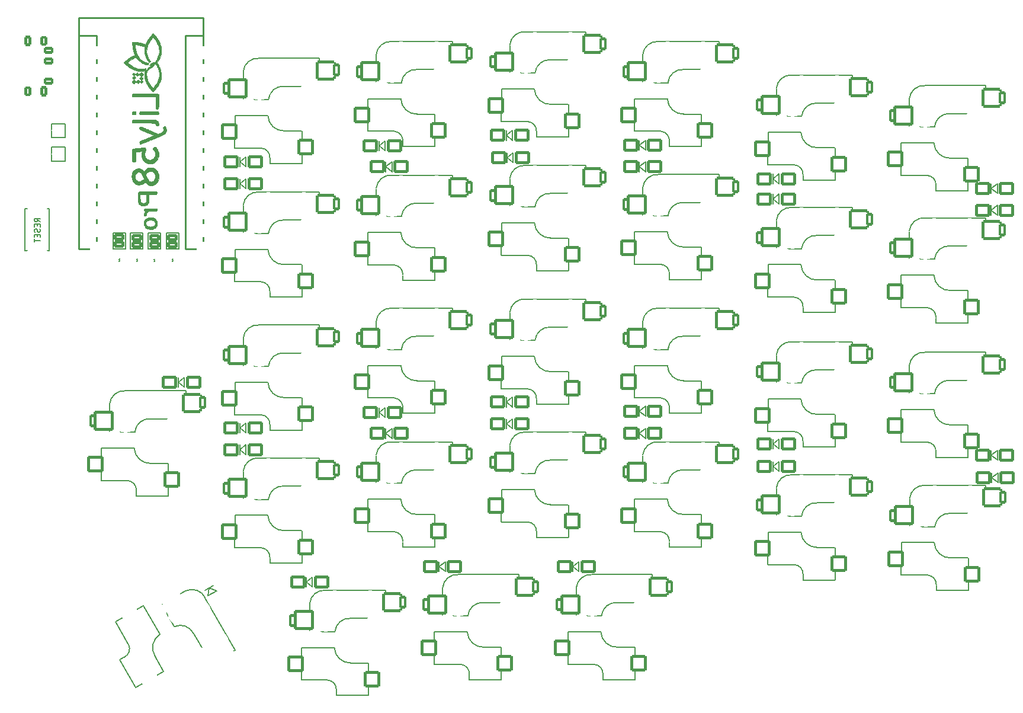
<source format=gbo>
G04 #@! TF.GenerationSoftware,KiCad,Pcbnew,8.0.5*
G04 #@! TF.CreationDate,2024-10-03T23:55:07-04:00*
G04 #@! TF.ProjectId,Lily58_Pro,4c696c79-3538-45f5-9072-6f2e6b696361,rev?*
G04 #@! TF.SameCoordinates,Original*
G04 #@! TF.FileFunction,Legend,Bot*
G04 #@! TF.FilePolarity,Positive*
%FSLAX46Y46*%
G04 Gerber Fmt 4.6, Leading zero omitted, Abs format (unit mm)*
G04 Created by KiCad (PCBNEW 8.0.5) date 2024-10-03 23:55:07*
%MOMM*%
%LPD*%
G01*
G04 APERTURE LIST*
G04 Aperture macros list*
%AMRoundRect*
0 Rectangle with rounded corners*
0 $1 Rounding radius*
0 $2 $3 $4 $5 $6 $7 $8 $9 X,Y pos of 4 corners*
0 Add a 4 corners polygon primitive as box body*
4,1,4,$2,$3,$4,$5,$6,$7,$8,$9,$2,$3,0*
0 Add four circle primitives for the rounded corners*
1,1,$1+$1,$2,$3*
1,1,$1+$1,$4,$5*
1,1,$1+$1,$6,$7*
1,1,$1+$1,$8,$9*
0 Add four rect primitives between the rounded corners*
20,1,$1+$1,$2,$3,$4,$5,0*
20,1,$1+$1,$4,$5,$6,$7,0*
20,1,$1+$1,$6,$7,$8,$9,0*
20,1,$1+$1,$8,$9,$2,$3,0*%
G04 Aperture macros list end*
%ADD10C,0.150000*%
%ADD11C,0.250000*%
%ADD12C,0.010000*%
%ADD13C,1.524000*%
%ADD14C,5.300000*%
%ADD15C,1.924000*%
%ADD16C,2.900000*%
%ADD17RoundRect,0.200000X-0.900000X-0.750000X0.900000X-0.750000X0.900000X0.750000X-0.900000X0.750000X0*%
%ADD18RoundRect,0.200000X-1.099519X0.404423X-0.199519X-1.154423X1.099519X-0.404423X0.199519X1.154423X0*%
%ADD19C,2.300000*%
%ADD20C,2.100000*%
%ADD21C,3.400000*%
%ADD22C,0.500000*%
%ADD23C,4.400000*%
%ADD24RoundRect,0.200000X-0.350000X-0.750000X0.350000X-0.750000X0.350000X0.750000X-0.350000X0.750000X0*%
%ADD25RoundRect,0.200000X1.000000X1.000000X-1.000000X1.000000X-1.000000X-1.000000X1.000000X-1.000000X0*%
%ADD26RoundRect,0.200000X1.250000X1.250000X-1.250000X1.250000X-1.250000X-1.250000X1.250000X-1.250000X0*%
%ADD27RoundRect,0.200000X0.950000X1.000000X-0.950000X1.000000X-0.950000X-1.000000X0.950000X-1.000000X0*%
%ADD28RoundRect,0.200000X1.200000X1.200000X-1.200000X1.200000X-1.200000X-1.200000X1.200000X-1.200000X0*%
%ADD29RoundRect,0.200000X-0.824519X-0.071891X-0.474519X-0.678109X0.824519X0.071891X0.474519X0.678109X0*%
%ADD30RoundRect,0.200000X1.366025X-0.366025X0.366025X1.366025X-1.366025X0.366025X-0.366025X-1.366025X0*%
%ADD31RoundRect,0.200000X1.707532X-0.457532X0.457532X1.707532X-1.707532X0.457532X-0.457532X-1.707532X0*%
%ADD32RoundRect,0.200000X1.341025X-0.322724X0.391025X1.322724X-1.341025X0.322724X-0.391025X-1.322724X0*%
%ADD33RoundRect,0.200000X1.639230X-0.439230X0.439230X1.639230X-1.639230X0.439230X-0.439230X-1.639230X0*%
%ADD34C,1.797000*%
%ADD35O,1.797000X2.178000*%
%ADD36C,1.100000*%
%ADD37RoundRect,0.200000X-0.300000X0.550000X-0.300000X-0.550000X0.300000X-0.550000X0.300000X0.550000X0*%
%ADD38RoundRect,0.200000X-0.300000X0.500000X-0.300000X-0.500000X0.300000X-0.500000X0.300000X0.500000X0*%
%ADD39RoundRect,0.200000X0.500000X0.300000X-0.500000X0.300000X-0.500000X-0.300000X0.500000X-0.300000X0*%
%ADD40RoundRect,0.200000X0.571500X-0.317500X0.571500X0.317500X-0.571500X0.317500X-0.571500X-0.317500X0*%
G04 APERTURE END LIST*
D10*
X85362295Y-66538095D02*
X84981342Y-66271428D01*
X85362295Y-66080952D02*
X84562295Y-66080952D01*
X84562295Y-66080952D02*
X84562295Y-66385714D01*
X84562295Y-66385714D02*
X84600390Y-66461904D01*
X84600390Y-66461904D02*
X84638485Y-66499999D01*
X84638485Y-66499999D02*
X84714676Y-66538095D01*
X84714676Y-66538095D02*
X84828961Y-66538095D01*
X84828961Y-66538095D02*
X84905152Y-66499999D01*
X84905152Y-66499999D02*
X84943247Y-66461904D01*
X84943247Y-66461904D02*
X84981342Y-66385714D01*
X84981342Y-66385714D02*
X84981342Y-66080952D01*
X84943247Y-66880952D02*
X84943247Y-67147618D01*
X85362295Y-67261904D02*
X85362295Y-66880952D01*
X85362295Y-66880952D02*
X84562295Y-66880952D01*
X84562295Y-66880952D02*
X84562295Y-67261904D01*
X85324200Y-67566666D02*
X85362295Y-67680952D01*
X85362295Y-67680952D02*
X85362295Y-67871428D01*
X85362295Y-67871428D02*
X85324200Y-67947619D01*
X85324200Y-67947619D02*
X85286104Y-67985714D01*
X85286104Y-67985714D02*
X85209914Y-68023809D01*
X85209914Y-68023809D02*
X85133723Y-68023809D01*
X85133723Y-68023809D02*
X85057533Y-67985714D01*
X85057533Y-67985714D02*
X85019438Y-67947619D01*
X85019438Y-67947619D02*
X84981342Y-67871428D01*
X84981342Y-67871428D02*
X84943247Y-67719047D01*
X84943247Y-67719047D02*
X84905152Y-67642857D01*
X84905152Y-67642857D02*
X84867057Y-67604762D01*
X84867057Y-67604762D02*
X84790866Y-67566666D01*
X84790866Y-67566666D02*
X84714676Y-67566666D01*
X84714676Y-67566666D02*
X84638485Y-67604762D01*
X84638485Y-67604762D02*
X84600390Y-67642857D01*
X84600390Y-67642857D02*
X84562295Y-67719047D01*
X84562295Y-67719047D02*
X84562295Y-67909524D01*
X84562295Y-67909524D02*
X84600390Y-68023809D01*
X84943247Y-68366667D02*
X84943247Y-68633333D01*
X85362295Y-68747619D02*
X85362295Y-68366667D01*
X85362295Y-68366667D02*
X84562295Y-68366667D01*
X84562295Y-68366667D02*
X84562295Y-68747619D01*
X84562295Y-68976191D02*
X84562295Y-69433334D01*
X85362295Y-69204762D02*
X84562295Y-69204762D01*
X104358578Y-71842504D02*
X104319873Y-71881209D01*
X104319873Y-71881209D02*
X104281169Y-71958618D01*
X104281169Y-71958618D02*
X104358578Y-72113437D01*
X104358578Y-72113437D02*
X104319873Y-72190847D01*
X104319873Y-72190847D02*
X104281169Y-72229552D01*
X101758578Y-71842504D02*
X101719873Y-71881209D01*
X101719873Y-71881209D02*
X101681169Y-71958618D01*
X101681169Y-71958618D02*
X101758578Y-72113437D01*
X101758578Y-72113437D02*
X101719873Y-72190847D01*
X101719873Y-72190847D02*
X101681169Y-72229552D01*
X99258578Y-71842504D02*
X99219873Y-71881209D01*
X99219873Y-71881209D02*
X99181169Y-71958618D01*
X99181169Y-71958618D02*
X99258578Y-72113437D01*
X99258578Y-72113437D02*
X99219873Y-72190847D01*
X99219873Y-72190847D02*
X99181169Y-72229552D01*
X96758578Y-71817504D02*
X96719873Y-71856209D01*
X96719873Y-71856209D02*
X96681169Y-71933618D01*
X96681169Y-71933618D02*
X96758578Y-72088437D01*
X96758578Y-72088437D02*
X96719873Y-72165847D01*
X96719873Y-72165847D02*
X96681169Y-72204552D01*
D11*
G04 #@! TO.C,U1*
X90910000Y-37420000D02*
X108690000Y-37420000D01*
X90910000Y-39960000D02*
X93450000Y-39960000D01*
X90910000Y-70440000D02*
X90910000Y-37420000D01*
D10*
X90910000Y-70440000D02*
X90910000Y-39960000D01*
D11*
X93450000Y-39960000D02*
X93450000Y-70440000D01*
X93450000Y-70440000D02*
X90910000Y-70440000D01*
X106150000Y-39960000D02*
X108690000Y-39960000D01*
X106150000Y-70440000D02*
X106150000Y-39960000D01*
X108690000Y-37420000D02*
X108690000Y-70440000D01*
D10*
X108690000Y-39960000D02*
X108690000Y-70440000D01*
D11*
X108690000Y-70440000D02*
X106150000Y-70440000D01*
D10*
G04 #@! TO.C,RSW1*
X83200000Y-64700000D02*
X83700000Y-64700000D01*
X83200000Y-70700000D02*
X83200000Y-64700000D01*
X83200000Y-70700000D02*
X83200000Y-64800000D01*
X83200000Y-70700000D02*
X83700000Y-70700000D01*
X86700000Y-64700000D02*
X86300000Y-64700000D01*
X86700000Y-64700000D02*
X86700000Y-70700000D01*
X86700000Y-70700000D02*
X86300000Y-70700000D01*
G04 #@! TO.C,D1*
X113900000Y-57300000D02*
X113900000Y-58700000D01*
X113900000Y-58000000D02*
X114800000Y-57300000D01*
X114800000Y-57300000D02*
X114800000Y-58700000D01*
X114800000Y-58700000D02*
X113900000Y-58000000D01*
G04 #@! TO.C,D2*
X133800000Y-55000000D02*
X133800000Y-56400000D01*
X133800000Y-55700000D02*
X134700000Y-55000000D01*
X134700000Y-55000000D02*
X134700000Y-56400000D01*
X134700000Y-56400000D02*
X133800000Y-55700000D01*
G04 #@! TO.C,D3*
X152000000Y-53500000D02*
X152000000Y-54900000D01*
X152000000Y-54200000D02*
X152900000Y-53500000D01*
X152900000Y-53500000D02*
X152900000Y-54900000D01*
X152900000Y-54900000D02*
X152000000Y-54200000D01*
G04 #@! TO.C,D4*
X171000000Y-54900000D02*
X171000000Y-56300000D01*
X171000000Y-55600000D02*
X171900000Y-54900000D01*
X171900000Y-54900000D02*
X171900000Y-56300000D01*
X171900000Y-56300000D02*
X171000000Y-55600000D01*
G04 #@! TO.C,D5*
X190100000Y-59700000D02*
X190100000Y-61100000D01*
X190100000Y-60400000D02*
X191000000Y-59700000D01*
X191000000Y-59700000D02*
X191000000Y-61100000D01*
X191000000Y-61100000D02*
X190100000Y-60400000D01*
G04 #@! TO.C,D6*
X221300000Y-61100000D02*
X221300000Y-62500000D01*
X221300000Y-61800000D02*
X222200000Y-61100000D01*
X222200000Y-61100000D02*
X222200000Y-62500000D01*
X222200000Y-62500000D02*
X221300000Y-61800000D01*
G04 #@! TO.C,D7*
X113900000Y-60400000D02*
X113900000Y-61800000D01*
X113900000Y-61100000D02*
X114800000Y-60400000D01*
X114800000Y-60400000D02*
X114800000Y-61800000D01*
X114800000Y-61800000D02*
X113900000Y-61100000D01*
G04 #@! TO.C,D8*
X134800000Y-58000000D02*
X134800000Y-59400000D01*
X134800000Y-58700000D02*
X135700000Y-58000000D01*
X135700000Y-58000000D02*
X135700000Y-59400000D01*
X135700000Y-59400000D02*
X134800000Y-58700000D01*
G04 #@! TO.C,D9*
X152100000Y-56700000D02*
X152100000Y-58100000D01*
X152100000Y-57400000D02*
X153000000Y-56700000D01*
X153000000Y-56700000D02*
X153000000Y-58100000D01*
X153000000Y-58100000D02*
X152100000Y-57400000D01*
G04 #@! TO.C,D10*
X171000000Y-58000000D02*
X171000000Y-59400000D01*
X171000000Y-58700000D02*
X171900000Y-58000000D01*
X171900000Y-58000000D02*
X171900000Y-59400000D01*
X171900000Y-59400000D02*
X171000000Y-58700000D01*
G04 #@! TO.C,D11*
X190100000Y-62600000D02*
X190100000Y-64000000D01*
X190100000Y-63300000D02*
X191000000Y-62600000D01*
X191000000Y-62600000D02*
X191000000Y-64000000D01*
X191000000Y-64000000D02*
X190100000Y-63300000D01*
G04 #@! TO.C,D12*
X221300000Y-64200000D02*
X221300000Y-65600000D01*
X221300000Y-64900000D02*
X222200000Y-64200000D01*
X222200000Y-64200000D02*
X222200000Y-65600000D01*
X222200000Y-65600000D02*
X221300000Y-64900000D01*
G04 #@! TO.C,D13*
X113900000Y-95300000D02*
X113900000Y-96700000D01*
X113900000Y-96000000D02*
X114800000Y-95300000D01*
X114800000Y-95300000D02*
X114800000Y-96700000D01*
X114800000Y-96700000D02*
X113900000Y-96000000D01*
G04 #@! TO.C,D14*
X133800000Y-93100000D02*
X133800000Y-94500000D01*
X133800000Y-93800000D02*
X134700000Y-93100000D01*
X134700000Y-93100000D02*
X134700000Y-94500000D01*
X134700000Y-94500000D02*
X133800000Y-93800000D01*
G04 #@! TO.C,D15*
X152000000Y-91600000D02*
X152000000Y-93000000D01*
X152000000Y-92300000D02*
X152900000Y-91600000D01*
X152900000Y-91600000D02*
X152900000Y-93000000D01*
X152900000Y-93000000D02*
X152000000Y-92300000D01*
G04 #@! TO.C,D16*
X171000000Y-92900000D02*
X171000000Y-94300000D01*
X171000000Y-93600000D02*
X171900000Y-92900000D01*
X171900000Y-92900000D02*
X171900000Y-94300000D01*
X171900000Y-94300000D02*
X171000000Y-93600000D01*
G04 #@! TO.C,D17*
X190100000Y-97600000D02*
X190100000Y-99000000D01*
X190100000Y-98300000D02*
X191000000Y-97600000D01*
X191000000Y-97600000D02*
X191000000Y-99000000D01*
X191000000Y-99000000D02*
X190100000Y-98300000D01*
G04 #@! TO.C,D18*
X221300000Y-99200000D02*
X221300000Y-100600000D01*
X221300000Y-99900000D02*
X222200000Y-99200000D01*
X222200000Y-99200000D02*
X222200000Y-100600000D01*
X222200000Y-100600000D02*
X221300000Y-99900000D01*
G04 #@! TO.C,D19*
X113900000Y-98400000D02*
X113900000Y-99800000D01*
X113900000Y-99100000D02*
X114800000Y-98400000D01*
X114800000Y-98400000D02*
X114800000Y-99800000D01*
X114800000Y-99800000D02*
X113900000Y-99100000D01*
G04 #@! TO.C,D20*
X134800000Y-96100000D02*
X134800000Y-97500000D01*
X134800000Y-96800000D02*
X135700000Y-96100000D01*
X135700000Y-96100000D02*
X135700000Y-97500000D01*
X135700000Y-97500000D02*
X134800000Y-96800000D01*
G04 #@! TO.C,D21*
X152000000Y-94700000D02*
X152000000Y-96100000D01*
X152000000Y-95400000D02*
X152900000Y-94700000D01*
X152900000Y-94700000D02*
X152900000Y-96100000D01*
X152900000Y-96100000D02*
X152000000Y-95400000D01*
G04 #@! TO.C,D22*
X171000000Y-96100000D02*
X171000000Y-97500000D01*
X171000000Y-96800000D02*
X171900000Y-96100000D01*
X171900000Y-96100000D02*
X171900000Y-97500000D01*
X171900000Y-97500000D02*
X171000000Y-96800000D01*
G04 #@! TO.C,D23*
X190100000Y-100800000D02*
X190100000Y-102200000D01*
X190100000Y-101500000D02*
X191000000Y-100800000D01*
X191000000Y-100800000D02*
X191000000Y-102200000D01*
X191000000Y-102200000D02*
X190100000Y-101500000D01*
G04 #@! TO.C,D24*
X221400000Y-102400000D02*
X221400000Y-103800000D01*
X221400000Y-103100000D02*
X222300000Y-102400000D01*
X222300000Y-102400000D02*
X222300000Y-103800000D01*
X222300000Y-103800000D02*
X221400000Y-103100000D01*
G04 #@! TO.C,D25*
X105100000Y-88800000D02*
X105100000Y-90200000D01*
X105100000Y-89500000D02*
X106000000Y-88800000D01*
X106000000Y-88800000D02*
X106000000Y-90200000D01*
X106000000Y-90200000D02*
X105100000Y-89500000D01*
G04 #@! TO.C,D26*
X109393782Y-119996410D02*
X109550000Y-118866987D01*
X109550000Y-118866987D02*
X110606218Y-119296410D01*
X110156218Y-118516987D02*
X108943782Y-119216987D01*
X110606218Y-119296410D02*
X109393782Y-119996410D01*
G04 #@! TO.C,D27*
X123400000Y-117300000D02*
X123400000Y-118700000D01*
X123400000Y-118000000D02*
X124300000Y-117300000D01*
X124300000Y-117300000D02*
X124300000Y-118700000D01*
X124300000Y-118700000D02*
X123400000Y-118000000D01*
G04 #@! TO.C,D28*
X142400000Y-115100000D02*
X142400000Y-116500000D01*
X142400000Y-115800000D02*
X143300000Y-115100000D01*
X143300000Y-115100000D02*
X143300000Y-116500000D01*
X143300000Y-116500000D02*
X142400000Y-115800000D01*
G04 #@! TO.C,D29*
X161500000Y-115100000D02*
X161500000Y-116500000D01*
X161500000Y-115800000D02*
X162400000Y-115100000D01*
X162400000Y-115100000D02*
X162400000Y-116500000D01*
X162400000Y-116500000D02*
X161500000Y-115800000D01*
G04 #@! TO.C,SW1*
X113225000Y-51400000D02*
X113200001Y-56000000D01*
X114400000Y-45150000D02*
X114400000Y-49095000D01*
X114400000Y-49104000D02*
X118010000Y-49104000D01*
X117000000Y-56025000D02*
X113225000Y-56025000D01*
X117925000Y-51375000D02*
X113225000Y-51375000D01*
X118220000Y-57500000D02*
X118220000Y-58200000D01*
X122775000Y-53575000D02*
X120225000Y-53575000D01*
X122775000Y-58225000D02*
X118225000Y-58225000D01*
X122800000Y-53599999D02*
X122800000Y-58200000D01*
X125300000Y-43196000D02*
X116675000Y-43196000D01*
X125300000Y-47104000D02*
X125300000Y-43196000D01*
X125300000Y-47150000D02*
X120250000Y-47196000D01*
X114411000Y-45080000D02*
G75*
G02*
X116675000Y-43196000I2074000J-190000D01*
G01*
X117000000Y-56030000D02*
G75*
G02*
X118220000Y-57450000I-100000J-1320000D01*
G01*
X118015001Y-49079999D02*
G75*
G02*
X120275000Y-47200000I2069998J-189999D01*
G01*
X120300000Y-53570000D02*
G75*
G02*
X117930000Y-51400000I-100000J2270000D01*
G01*
G04 #@! TO.C,SW2*
X132225000Y-49000000D02*
X132200001Y-53600000D01*
X133400000Y-42750000D02*
X133400000Y-46695000D01*
X133400000Y-46704000D02*
X137010000Y-46704000D01*
X136000000Y-53625000D02*
X132225000Y-53625000D01*
X136925000Y-48975000D02*
X132225000Y-48975000D01*
X137220000Y-55100000D02*
X137220000Y-55800000D01*
X141775000Y-51175000D02*
X139225000Y-51175000D01*
X141775000Y-55825000D02*
X137225000Y-55825000D01*
X141800000Y-51199999D02*
X141800000Y-55800000D01*
X144300000Y-40796000D02*
X135675000Y-40796000D01*
X144300000Y-44704000D02*
X144300000Y-40796000D01*
X144300000Y-44750000D02*
X139250000Y-44796000D01*
X133411000Y-42680000D02*
G75*
G02*
X135675000Y-40796000I2074000J-190000D01*
G01*
X136000000Y-53630000D02*
G75*
G02*
X137220000Y-55050000I-100000J-1320000D01*
G01*
X137015001Y-46679999D02*
G75*
G02*
X139275000Y-44800000I2069998J-189999D01*
G01*
X139300000Y-51170000D02*
G75*
G02*
X136930000Y-49000000I-100000J2270000D01*
G01*
G04 #@! TO.C,SW3*
X151325000Y-47610000D02*
X151300001Y-52210000D01*
X152500000Y-41360000D02*
X152500000Y-45305000D01*
X152500000Y-45314000D02*
X156110000Y-45314000D01*
X155100000Y-52235000D02*
X151325000Y-52235000D01*
X156025000Y-47585000D02*
X151325000Y-47585000D01*
X156320000Y-53710000D02*
X156320000Y-54410000D01*
X160875000Y-49785000D02*
X158325000Y-49785000D01*
X160875000Y-54435000D02*
X156325000Y-54435000D01*
X160900000Y-49809999D02*
X160900000Y-54410000D01*
X163400000Y-39406000D02*
X154775000Y-39406000D01*
X163400000Y-43314000D02*
X163400000Y-39406000D01*
X163400000Y-43360000D02*
X158350000Y-43406000D01*
X152511000Y-41290000D02*
G75*
G02*
X154775000Y-39406000I2074000J-190000D01*
G01*
X155100000Y-52240000D02*
G75*
G02*
X156320000Y-53660000I-100000J-1320000D01*
G01*
X156115001Y-45289999D02*
G75*
G02*
X158375000Y-43410000I2069998J-189999D01*
G01*
X158400000Y-49780000D02*
G75*
G02*
X156030000Y-47610000I-100000J2270000D01*
G01*
G04 #@! TO.C,SW4*
X170325000Y-49000000D02*
X170300001Y-53600000D01*
X171500000Y-42750000D02*
X171500000Y-46695000D01*
X171500000Y-46704000D02*
X175110000Y-46704000D01*
X174100000Y-53625000D02*
X170325000Y-53625000D01*
X175025000Y-48975000D02*
X170325000Y-48975000D01*
X175320000Y-55100000D02*
X175320000Y-55800000D01*
X179875000Y-51175000D02*
X177325000Y-51175000D01*
X179875000Y-55825000D02*
X175325000Y-55825000D01*
X179900000Y-51199999D02*
X179900000Y-55800000D01*
X182400000Y-40796000D02*
X173775000Y-40796000D01*
X182400000Y-44704000D02*
X182400000Y-40796000D01*
X182400000Y-44750000D02*
X177350000Y-44796000D01*
X171511000Y-42680000D02*
G75*
G02*
X173775000Y-40796000I2074000J-190000D01*
G01*
X174100000Y-53630000D02*
G75*
G02*
X175320000Y-55050000I-100000J-1320000D01*
G01*
X175115001Y-46679999D02*
G75*
G02*
X177375000Y-44800000I2069998J-189999D01*
G01*
X177400000Y-51170000D02*
G75*
G02*
X175030000Y-49000000I-100000J2270000D01*
G01*
G04 #@! TO.C,SW5*
X189425000Y-53800000D02*
X189400001Y-58400000D01*
X190600000Y-47550000D02*
X190600000Y-51495000D01*
X190600000Y-51504000D02*
X194210000Y-51504000D01*
X193200000Y-58425000D02*
X189425000Y-58425000D01*
X194125000Y-53775000D02*
X189425000Y-53775000D01*
X194420000Y-59900000D02*
X194420000Y-60600000D01*
X198975000Y-55975000D02*
X196425000Y-55975000D01*
X198975000Y-60625000D02*
X194425000Y-60625000D01*
X199000000Y-55999999D02*
X199000000Y-60600000D01*
X201500000Y-45596000D02*
X192875000Y-45596000D01*
X201500000Y-49504000D02*
X201500000Y-45596000D01*
X201500000Y-49550000D02*
X196450000Y-49596000D01*
X190611000Y-47480000D02*
G75*
G02*
X192875000Y-45596000I2074000J-190000D01*
G01*
X193200000Y-58430000D02*
G75*
G02*
X194420000Y-59850000I-100000J-1320000D01*
G01*
X194215001Y-51479999D02*
G75*
G02*
X196475000Y-49600000I2069998J-189999D01*
G01*
X196500000Y-55970000D02*
G75*
G02*
X194130000Y-53800000I-100000J2270000D01*
G01*
G04 #@! TO.C,SW6*
X208425000Y-55300000D02*
X208400001Y-59900000D01*
X209600000Y-49050000D02*
X209600000Y-52995000D01*
X209600000Y-53004000D02*
X213210000Y-53004000D01*
X212200000Y-59925000D02*
X208425000Y-59925000D01*
X213125000Y-55275000D02*
X208425000Y-55275000D01*
X213420000Y-61400000D02*
X213420000Y-62100000D01*
X217975000Y-57475000D02*
X215425000Y-57475000D01*
X217975000Y-62125000D02*
X213425000Y-62125000D01*
X218000000Y-57499999D02*
X218000000Y-62100000D01*
X220500000Y-47096000D02*
X211875000Y-47096000D01*
X220500000Y-51004000D02*
X220500000Y-47096000D01*
X220500000Y-51050000D02*
X215450000Y-51096000D01*
X209611000Y-48980000D02*
G75*
G02*
X211875000Y-47096000I2074000J-190000D01*
G01*
X212200000Y-59930000D02*
G75*
G02*
X213420000Y-61350000I-100000J-1320000D01*
G01*
X213215001Y-52979999D02*
G75*
G02*
X215475000Y-51100000I2069998J-189999D01*
G01*
X215500000Y-57470000D02*
G75*
G02*
X213130000Y-55300000I-100000J2270000D01*
G01*
G04 #@! TO.C,SW7*
X113225000Y-70500000D02*
X113200001Y-75100000D01*
X114400000Y-64250000D02*
X114400000Y-68195000D01*
X114400000Y-68204000D02*
X118010000Y-68204000D01*
X117000000Y-75125000D02*
X113225000Y-75125000D01*
X117925000Y-70475000D02*
X113225000Y-70475000D01*
X118220000Y-76600000D02*
X118220000Y-77300000D01*
X122775000Y-72675000D02*
X120225000Y-72675000D01*
X122775000Y-77325000D02*
X118225000Y-77325000D01*
X122800000Y-72699999D02*
X122800000Y-77300000D01*
X125300000Y-62296000D02*
X116675000Y-62296000D01*
X125300000Y-66204000D02*
X125300000Y-62296000D01*
X125300000Y-66250000D02*
X120250000Y-66296000D01*
X114411000Y-64180000D02*
G75*
G02*
X116675000Y-62296000I2074000J-190000D01*
G01*
X117000000Y-75130000D02*
G75*
G02*
X118220000Y-76550000I-100000J-1320000D01*
G01*
X118015001Y-68179999D02*
G75*
G02*
X120275000Y-66300000I2069998J-189999D01*
G01*
X120300000Y-72670000D02*
G75*
G02*
X117930000Y-70500000I-100000J2270000D01*
G01*
G04 #@! TO.C,SW8*
X132225000Y-68100000D02*
X132200001Y-72700000D01*
X133400000Y-61850000D02*
X133400000Y-65795000D01*
X133400000Y-65804000D02*
X137010000Y-65804000D01*
X136000000Y-72725000D02*
X132225000Y-72725000D01*
X136925000Y-68075000D02*
X132225000Y-68075000D01*
X137220000Y-74200000D02*
X137220000Y-74900000D01*
X141775000Y-70275000D02*
X139225000Y-70275000D01*
X141775000Y-74925000D02*
X137225000Y-74925000D01*
X141800000Y-70299999D02*
X141800000Y-74900000D01*
X144300000Y-59896000D02*
X135675000Y-59896000D01*
X144300000Y-63804000D02*
X144300000Y-59896000D01*
X144300000Y-63850000D02*
X139250000Y-63896000D01*
X133411000Y-61780000D02*
G75*
G02*
X135675000Y-59896000I2074000J-190000D01*
G01*
X136000000Y-72730000D02*
G75*
G02*
X137220000Y-74150000I-100000J-1320000D01*
G01*
X137015001Y-65779999D02*
G75*
G02*
X139275000Y-63900000I2069998J-189999D01*
G01*
X139300000Y-70270000D02*
G75*
G02*
X136930000Y-68100000I-100000J2270000D01*
G01*
G04 #@! TO.C,SW9*
X151325000Y-66700000D02*
X151300001Y-71300000D01*
X152500000Y-60450000D02*
X152500000Y-64395000D01*
X152500000Y-64404000D02*
X156110000Y-64404000D01*
X155100000Y-71325000D02*
X151325000Y-71325000D01*
X156025000Y-66675000D02*
X151325000Y-66675000D01*
X156320000Y-72800000D02*
X156320000Y-73500000D01*
X160875000Y-68875000D02*
X158325000Y-68875000D01*
X160875000Y-73525000D02*
X156325000Y-73525000D01*
X160900000Y-68899999D02*
X160900000Y-73500000D01*
X163400000Y-58496000D02*
X154775000Y-58496000D01*
X163400000Y-62404000D02*
X163400000Y-58496000D01*
X163400000Y-62450000D02*
X158350000Y-62496000D01*
X152511000Y-60380000D02*
G75*
G02*
X154775000Y-58496000I2074000J-190000D01*
G01*
X155100000Y-71330000D02*
G75*
G02*
X156320000Y-72750000I-100000J-1320000D01*
G01*
X156115001Y-64379999D02*
G75*
G02*
X158375000Y-62500000I2069998J-189999D01*
G01*
X158400000Y-68870000D02*
G75*
G02*
X156030000Y-66700000I-100000J2270000D01*
G01*
G04 #@! TO.C,SW10*
X170325000Y-68000000D02*
X170300001Y-72600000D01*
X171500000Y-61750000D02*
X171500000Y-65695000D01*
X171500000Y-65704000D02*
X175110000Y-65704000D01*
X174100000Y-72625000D02*
X170325000Y-72625000D01*
X175025000Y-67975000D02*
X170325000Y-67975000D01*
X175320000Y-74100000D02*
X175320000Y-74800000D01*
X179875000Y-70175000D02*
X177325000Y-70175000D01*
X179875000Y-74825000D02*
X175325000Y-74825000D01*
X179900000Y-70199999D02*
X179900000Y-74800000D01*
X182400000Y-59796000D02*
X173775000Y-59796000D01*
X182400000Y-63704000D02*
X182400000Y-59796000D01*
X182400000Y-63750000D02*
X177350000Y-63796000D01*
X171511000Y-61680000D02*
G75*
G02*
X173775000Y-59796000I2074000J-190000D01*
G01*
X174100000Y-72630000D02*
G75*
G02*
X175320000Y-74050000I-100000J-1320000D01*
G01*
X175115001Y-65679999D02*
G75*
G02*
X177375000Y-63800000I2069998J-189999D01*
G01*
X177400000Y-70170000D02*
G75*
G02*
X175030000Y-68000000I-100000J2270000D01*
G01*
G04 #@! TO.C,SW11*
X189425000Y-72700000D02*
X189400001Y-77300000D01*
X190600000Y-66450000D02*
X190600000Y-70395000D01*
X190600000Y-70404000D02*
X194210000Y-70404000D01*
X193200000Y-77325000D02*
X189425000Y-77325000D01*
X194125000Y-72675000D02*
X189425000Y-72675000D01*
X194420000Y-78800000D02*
X194420000Y-79500000D01*
X198975000Y-74875000D02*
X196425000Y-74875000D01*
X198975000Y-79525000D02*
X194425000Y-79525000D01*
X199000000Y-74899999D02*
X199000000Y-79500000D01*
X201500000Y-64496000D02*
X192875000Y-64496000D01*
X201500000Y-68404000D02*
X201500000Y-64496000D01*
X201500000Y-68450000D02*
X196450000Y-68496000D01*
X190611000Y-66380000D02*
G75*
G02*
X192875000Y-64496000I2074000J-190000D01*
G01*
X193200000Y-77330000D02*
G75*
G02*
X194420000Y-78750000I-100000J-1320000D01*
G01*
X194215001Y-70379999D02*
G75*
G02*
X196475000Y-68500000I2069998J-189999D01*
G01*
X196500000Y-74870000D02*
G75*
G02*
X194130000Y-72700000I-100000J2270000D01*
G01*
G04 #@! TO.C,SW12*
X208425000Y-74200000D02*
X208400001Y-78800000D01*
X209600000Y-67950000D02*
X209600000Y-71895000D01*
X209600000Y-71904000D02*
X213210000Y-71904000D01*
X212200000Y-78825000D02*
X208425000Y-78825000D01*
X213125000Y-74175000D02*
X208425000Y-74175000D01*
X213420000Y-80300000D02*
X213420000Y-81000000D01*
X217975000Y-76375000D02*
X215425000Y-76375000D01*
X217975000Y-81025000D02*
X213425000Y-81025000D01*
X218000000Y-76399999D02*
X218000000Y-81000000D01*
X220500000Y-65996000D02*
X211875000Y-65996000D01*
X220500000Y-69904000D02*
X220500000Y-65996000D01*
X220500000Y-69950000D02*
X215450000Y-69996000D01*
X209611000Y-67880000D02*
G75*
G02*
X211875000Y-65996000I2074000J-190000D01*
G01*
X212200000Y-78830000D02*
G75*
G02*
X213420000Y-80250000I-100000J-1320000D01*
G01*
X213215001Y-71879999D02*
G75*
G02*
X215475000Y-70000000I2069998J-189999D01*
G01*
X215500000Y-76370000D02*
G75*
G02*
X213130000Y-74200000I-100000J2270000D01*
G01*
G04 #@! TO.C,SW13*
X113225000Y-89500000D02*
X113200001Y-94100000D01*
X114400000Y-83250000D02*
X114400000Y-87195000D01*
X114400000Y-87204000D02*
X118010000Y-87204000D01*
X117000000Y-94125000D02*
X113225000Y-94125000D01*
X117925000Y-89475000D02*
X113225000Y-89475000D01*
X118220000Y-95600000D02*
X118220000Y-96300000D01*
X122775000Y-91675000D02*
X120225000Y-91675000D01*
X122775000Y-96325000D02*
X118225000Y-96325000D01*
X122800000Y-91699999D02*
X122800000Y-96300000D01*
X125300000Y-81296000D02*
X116675000Y-81296000D01*
X125300000Y-85204000D02*
X125300000Y-81296000D01*
X125300000Y-85250000D02*
X120250000Y-85296000D01*
X114411000Y-83180000D02*
G75*
G02*
X116675000Y-81296000I2074000J-190000D01*
G01*
X117000000Y-94130000D02*
G75*
G02*
X118220000Y-95550000I-100000J-1320000D01*
G01*
X118015001Y-87179999D02*
G75*
G02*
X120275000Y-85300000I2069998J-189999D01*
G01*
X120300000Y-91670000D02*
G75*
G02*
X117930000Y-89500000I-100000J2270000D01*
G01*
G04 #@! TO.C,SW14*
X132225000Y-87100000D02*
X132200001Y-91700000D01*
X133400000Y-80850000D02*
X133400000Y-84795000D01*
X133400000Y-84804000D02*
X137010000Y-84804000D01*
X136000000Y-91725000D02*
X132225000Y-91725000D01*
X136925000Y-87075000D02*
X132225000Y-87075000D01*
X137220000Y-93200000D02*
X137220000Y-93900000D01*
X141775000Y-89275000D02*
X139225000Y-89275000D01*
X141775000Y-93925000D02*
X137225000Y-93925000D01*
X141800000Y-89299999D02*
X141800000Y-93900000D01*
X144300000Y-78896000D02*
X135675000Y-78896000D01*
X144300000Y-82804000D02*
X144300000Y-78896000D01*
X144300000Y-82850000D02*
X139250000Y-82896000D01*
X133411000Y-80780000D02*
G75*
G02*
X135675000Y-78896000I2074000J-190000D01*
G01*
X136000000Y-91730000D02*
G75*
G02*
X137220000Y-93150000I-100000J-1320000D01*
G01*
X137015001Y-84779999D02*
G75*
G02*
X139275000Y-82900000I2069998J-189999D01*
G01*
X139300000Y-89270000D02*
G75*
G02*
X136930000Y-87100000I-100000J2270000D01*
G01*
G04 #@! TO.C,SW15*
X151325000Y-85800000D02*
X151300001Y-90400000D01*
X152500000Y-79550000D02*
X152500000Y-83495000D01*
X152500000Y-83504000D02*
X156110000Y-83504000D01*
X155100000Y-90425000D02*
X151325000Y-90425000D01*
X156025000Y-85775000D02*
X151325000Y-85775000D01*
X156320000Y-91900000D02*
X156320000Y-92600000D01*
X160875000Y-87975000D02*
X158325000Y-87975000D01*
X160875000Y-92625000D02*
X156325000Y-92625000D01*
X160900000Y-87999999D02*
X160900000Y-92600000D01*
X163400000Y-77596000D02*
X154775000Y-77596000D01*
X163400000Y-81504000D02*
X163400000Y-77596000D01*
X163400000Y-81550000D02*
X158350000Y-81596000D01*
X152511000Y-79480000D02*
G75*
G02*
X154775000Y-77596000I2074000J-190000D01*
G01*
X155100000Y-90430000D02*
G75*
G02*
X156320000Y-91850000I-100000J-1320000D01*
G01*
X156115001Y-83479999D02*
G75*
G02*
X158375000Y-81600000I2069998J-189999D01*
G01*
X158400000Y-87970000D02*
G75*
G02*
X156030000Y-85800000I-100000J2270000D01*
G01*
G04 #@! TO.C,SW16*
X170325000Y-87100000D02*
X170300001Y-91700000D01*
X171500000Y-80850000D02*
X171500000Y-84795000D01*
X171500000Y-84804000D02*
X175110000Y-84804000D01*
X174100000Y-91725000D02*
X170325000Y-91725000D01*
X175025000Y-87075000D02*
X170325000Y-87075000D01*
X175320000Y-93200000D02*
X175320000Y-93900000D01*
X179875000Y-89275000D02*
X177325000Y-89275000D01*
X179875000Y-93925000D02*
X175325000Y-93925000D01*
X179900000Y-89299999D02*
X179900000Y-93900000D01*
X182400000Y-78896000D02*
X173775000Y-78896000D01*
X182400000Y-82804000D02*
X182400000Y-78896000D01*
X182400000Y-82850000D02*
X177350000Y-82896000D01*
X171511000Y-80780000D02*
G75*
G02*
X173775000Y-78896000I2074000J-190000D01*
G01*
X174100000Y-91730000D02*
G75*
G02*
X175320000Y-93150000I-100000J-1320000D01*
G01*
X175115001Y-84779999D02*
G75*
G02*
X177375000Y-82900000I2069998J-189999D01*
G01*
X177400000Y-89270000D02*
G75*
G02*
X175030000Y-87100000I-100000J2270000D01*
G01*
G04 #@! TO.C,SW17*
X189425000Y-91900000D02*
X189400001Y-96500000D01*
X190600000Y-85650000D02*
X190600000Y-89595000D01*
X190600000Y-89604000D02*
X194210000Y-89604000D01*
X193200000Y-96525000D02*
X189425000Y-96525000D01*
X194125000Y-91875000D02*
X189425000Y-91875000D01*
X194420000Y-98000000D02*
X194420000Y-98700000D01*
X198975000Y-94075000D02*
X196425000Y-94075000D01*
X198975000Y-98725000D02*
X194425000Y-98725000D01*
X199000000Y-94099999D02*
X199000000Y-98700000D01*
X201500000Y-83696000D02*
X192875000Y-83696000D01*
X201500000Y-87604000D02*
X201500000Y-83696000D01*
X201500000Y-87650000D02*
X196450000Y-87696000D01*
X190611000Y-85580000D02*
G75*
G02*
X192875000Y-83696000I2074000J-190000D01*
G01*
X193200000Y-96530000D02*
G75*
G02*
X194420000Y-97950000I-100000J-1320000D01*
G01*
X194215001Y-89579999D02*
G75*
G02*
X196475000Y-87700000I2069998J-189999D01*
G01*
X196500000Y-94070000D02*
G75*
G02*
X194130000Y-91900000I-100000J2270000D01*
G01*
G04 #@! TO.C,SW18*
X208425000Y-93400000D02*
X208400001Y-98000000D01*
X209600000Y-87150000D02*
X209600000Y-91095000D01*
X209600000Y-91104000D02*
X213210000Y-91104000D01*
X212200000Y-98025000D02*
X208425000Y-98025000D01*
X213125000Y-93375000D02*
X208425000Y-93375000D01*
X213420000Y-99500000D02*
X213420000Y-100200000D01*
X217975000Y-95575000D02*
X215425000Y-95575000D01*
X217975000Y-100225000D02*
X213425000Y-100225000D01*
X218000000Y-95599999D02*
X218000000Y-100200000D01*
X220500000Y-85196000D02*
X211875000Y-85196000D01*
X220500000Y-89104000D02*
X220500000Y-85196000D01*
X220500000Y-89150000D02*
X215450000Y-89196000D01*
X209611000Y-87080000D02*
G75*
G02*
X211875000Y-85196000I2074000J-190000D01*
G01*
X212200000Y-98030000D02*
G75*
G02*
X213420000Y-99450000I-100000J-1320000D01*
G01*
X213215001Y-91079999D02*
G75*
G02*
X215475000Y-89200000I2069998J-189999D01*
G01*
X215500000Y-95570000D02*
G75*
G02*
X213130000Y-93400000I-100000J2270000D01*
G01*
G04 #@! TO.C,SW19*
X113225000Y-108500000D02*
X113200001Y-113100000D01*
X114400000Y-102250000D02*
X114400000Y-106195000D01*
X114400000Y-106204000D02*
X118010000Y-106204000D01*
X117000000Y-113125000D02*
X113225000Y-113125000D01*
X117925000Y-108475000D02*
X113225000Y-108475000D01*
X118220000Y-114600000D02*
X118220000Y-115300000D01*
X122775000Y-110675000D02*
X120225000Y-110675000D01*
X122775000Y-115325000D02*
X118225000Y-115325000D01*
X122800000Y-110699999D02*
X122800000Y-115300000D01*
X125300000Y-100296000D02*
X116675000Y-100296000D01*
X125300000Y-104204000D02*
X125300000Y-100296000D01*
X125300000Y-104250000D02*
X120250000Y-104296000D01*
X114411000Y-102180000D02*
G75*
G02*
X116675000Y-100296000I2074000J-190000D01*
G01*
X117000000Y-113130000D02*
G75*
G02*
X118220000Y-114550000I-100000J-1320000D01*
G01*
X118015001Y-106179999D02*
G75*
G02*
X120275000Y-104300000I2069998J-189999D01*
G01*
X120300000Y-110670000D02*
G75*
G02*
X117930000Y-108500000I-100000J2270000D01*
G01*
G04 #@! TO.C,SW20*
X132225000Y-106200000D02*
X132200001Y-110800000D01*
X133400000Y-99950000D02*
X133400000Y-103895000D01*
X133400000Y-103904000D02*
X137010000Y-103904000D01*
X136000000Y-110825000D02*
X132225000Y-110825000D01*
X136925000Y-106175000D02*
X132225000Y-106175000D01*
X137220000Y-112300000D02*
X137220000Y-113000000D01*
X141775000Y-108375000D02*
X139225000Y-108375000D01*
X141775000Y-113025000D02*
X137225000Y-113025000D01*
X141800000Y-108399999D02*
X141800000Y-113000000D01*
X144300000Y-97996000D02*
X135675000Y-97996000D01*
X144300000Y-101904000D02*
X144300000Y-97996000D01*
X144300000Y-101950000D02*
X139250000Y-101996000D01*
X133411000Y-99880000D02*
G75*
G02*
X135675000Y-97996000I2074000J-190000D01*
G01*
X136000000Y-110830000D02*
G75*
G02*
X137220000Y-112250000I-100000J-1320000D01*
G01*
X137015001Y-103879999D02*
G75*
G02*
X139275000Y-102000000I2069998J-189999D01*
G01*
X139300000Y-108370000D02*
G75*
G02*
X136930000Y-106200000I-100000J2270000D01*
G01*
G04 #@! TO.C,SW21*
X151325000Y-104800000D02*
X151300001Y-109400000D01*
X152500000Y-98550000D02*
X152500000Y-102495000D01*
X152500000Y-102504000D02*
X156110000Y-102504000D01*
X155100000Y-109425000D02*
X151325000Y-109425000D01*
X156025000Y-104775000D02*
X151325000Y-104775000D01*
X156320000Y-110900000D02*
X156320000Y-111600000D01*
X160875000Y-106975000D02*
X158325000Y-106975000D01*
X160875000Y-111625000D02*
X156325000Y-111625000D01*
X160900000Y-106999999D02*
X160900000Y-111600000D01*
X163400000Y-96596000D02*
X154775000Y-96596000D01*
X163400000Y-100504000D02*
X163400000Y-96596000D01*
X163400000Y-100550000D02*
X158350000Y-100596000D01*
X152511000Y-98480000D02*
G75*
G02*
X154775000Y-96596000I2074000J-190000D01*
G01*
X155100000Y-109430000D02*
G75*
G02*
X156320000Y-110850000I-100000J-1320000D01*
G01*
X156115001Y-102479999D02*
G75*
G02*
X158375000Y-100600000I2069998J-189999D01*
G01*
X158400000Y-106970000D02*
G75*
G02*
X156030000Y-104800000I-100000J2270000D01*
G01*
G04 #@! TO.C,SW22*
X170325000Y-106200000D02*
X170300001Y-110800000D01*
X171500000Y-99950000D02*
X171500000Y-103895000D01*
X171500000Y-103904000D02*
X175110000Y-103904000D01*
X174100000Y-110825000D02*
X170325000Y-110825000D01*
X175025000Y-106175000D02*
X170325000Y-106175000D01*
X175320000Y-112300000D02*
X175320000Y-113000000D01*
X179875000Y-108375000D02*
X177325000Y-108375000D01*
X179875000Y-113025000D02*
X175325000Y-113025000D01*
X179900000Y-108399999D02*
X179900000Y-113000000D01*
X182400000Y-97996000D02*
X173775000Y-97996000D01*
X182400000Y-101904000D02*
X182400000Y-97996000D01*
X182400000Y-101950000D02*
X177350000Y-101996000D01*
X171511000Y-99880000D02*
G75*
G02*
X173775000Y-97996000I2074000J-190000D01*
G01*
X174100000Y-110830000D02*
G75*
G02*
X175320000Y-112250000I-100000J-1320000D01*
G01*
X175115001Y-103879999D02*
G75*
G02*
X177375000Y-102000000I2069998J-189999D01*
G01*
X177400000Y-108370000D02*
G75*
G02*
X175030000Y-106200000I-100000J2270000D01*
G01*
G04 #@! TO.C,SW23*
X189425000Y-110900000D02*
X189400001Y-115500000D01*
X190600000Y-104650000D02*
X190600000Y-108595000D01*
X190600000Y-108604000D02*
X194210000Y-108604000D01*
X193200000Y-115525000D02*
X189425000Y-115525000D01*
X194125000Y-110875000D02*
X189425000Y-110875000D01*
X194420000Y-117000000D02*
X194420000Y-117700000D01*
X198975000Y-113075000D02*
X196425000Y-113075000D01*
X198975000Y-117725000D02*
X194425000Y-117725000D01*
X199000000Y-113099999D02*
X199000000Y-117700000D01*
X201500000Y-102696000D02*
X192875000Y-102696000D01*
X201500000Y-106604000D02*
X201500000Y-102696000D01*
X201500000Y-106650000D02*
X196450000Y-106696000D01*
X190611000Y-104580000D02*
G75*
G02*
X192875000Y-102696000I2074000J-190000D01*
G01*
X193200000Y-115530000D02*
G75*
G02*
X194420000Y-116950000I-100000J-1320000D01*
G01*
X194215001Y-108579999D02*
G75*
G02*
X196475000Y-106700000I2069998J-189999D01*
G01*
X196500000Y-113070000D02*
G75*
G02*
X194130000Y-110900000I-100000J2270000D01*
G01*
G04 #@! TO.C,SW24*
X208475000Y-112400000D02*
X208450001Y-117000000D01*
X209650000Y-106150000D02*
X209650000Y-110095000D01*
X209650000Y-110104000D02*
X213260000Y-110104000D01*
X212250000Y-117025000D02*
X208475000Y-117025000D01*
X213175000Y-112375000D02*
X208475000Y-112375000D01*
X213470000Y-118500000D02*
X213470000Y-119200000D01*
X218025000Y-114575000D02*
X215475000Y-114575000D01*
X218025000Y-119225000D02*
X213475000Y-119225000D01*
X218050000Y-114599999D02*
X218050000Y-119200000D01*
X220550000Y-104196000D02*
X211925000Y-104196000D01*
X220550000Y-108104000D02*
X220550000Y-104196000D01*
X220550000Y-108150000D02*
X215500000Y-108196000D01*
X209661000Y-106080000D02*
G75*
G02*
X211925000Y-104196000I2074000J-190000D01*
G01*
X212250000Y-117030000D02*
G75*
G02*
X213470000Y-118450000I-100000J-1320000D01*
G01*
X213265001Y-110079999D02*
G75*
G02*
X215525000Y-108200000I2069998J-189999D01*
G01*
X215550000Y-114570000D02*
G75*
G02*
X213180000Y-112400000I-100000J2270000D01*
G01*
G04 #@! TO.C,SW25*
X94125000Y-98900000D02*
X94100001Y-103500000D01*
X95300000Y-92650000D02*
X95300000Y-96595000D01*
X95300000Y-96604000D02*
X98910000Y-96604000D01*
X97900000Y-103525000D02*
X94125000Y-103525000D01*
X98825000Y-98875000D02*
X94125000Y-98875000D01*
X99120000Y-105000000D02*
X99120000Y-105700000D01*
X103675000Y-101075000D02*
X101125000Y-101075000D01*
X103675000Y-105725000D02*
X99125000Y-105725000D01*
X103700000Y-101099999D02*
X103700000Y-105700000D01*
X106200000Y-90696000D02*
X97575000Y-90696000D01*
X106200000Y-94604000D02*
X106200000Y-90696000D01*
X106200000Y-94650000D02*
X101150000Y-94696000D01*
X95311000Y-92580000D02*
G75*
G02*
X97575000Y-90696000I2074000J-190000D01*
G01*
X97900000Y-103530000D02*
G75*
G02*
X99120000Y-104950000I-100000J-1320000D01*
G01*
X98915001Y-96579999D02*
G75*
G02*
X101175000Y-94700000I2069998J-189999D01*
G01*
X101200000Y-101070000D02*
G75*
G02*
X98830000Y-98900000I-100000J2270000D01*
G01*
G04 #@! TO.C,SW26*
X97364809Y-128775462D02*
X96758592Y-129125462D01*
X98032197Y-126981411D02*
X96144697Y-123712165D01*
X99014441Y-133082708D02*
X96739441Y-129142292D01*
X100150064Y-121399665D02*
X96153848Y-123678015D01*
X102521715Y-125457485D02*
X100171715Y-121387165D01*
X102725959Y-121269245D02*
X104530959Y-124395597D01*
X103032309Y-130791858D02*
X99048592Y-133091858D01*
X103041459Y-130757708D02*
X101766459Y-128549343D01*
X106150223Y-119292245D02*
X102733753Y-121264745D01*
X109868172Y-129731922D02*
X107303335Y-125381494D01*
X109908010Y-129708922D02*
X113292437Y-127754922D01*
X113292437Y-127754922D02*
X108979937Y-120285453D01*
X98027867Y-126983911D02*
G75*
G02*
X97408111Y-128750462I-1193151J-573398D01*
G01*
X101808289Y-128611795D02*
G75*
G02*
X102502564Y-125474315I1915875J1221603D01*
G01*
X104554245Y-124387927D02*
G75*
G02*
X107312371Y-125405144I870454J-1887673D01*
G01*
X106216345Y-119266771D02*
G75*
G02*
X108979937Y-120285453I872455J-1891137D01*
G01*
G04 #@! TO.C,SW27*
X122725000Y-127400000D02*
X122700001Y-132000000D01*
X123900000Y-121150000D02*
X123900000Y-125095000D01*
X123900000Y-125104000D02*
X127510000Y-125104000D01*
X126500000Y-132025000D02*
X122725000Y-132025000D01*
X127425000Y-127375000D02*
X122725000Y-127375000D01*
X127720000Y-133500000D02*
X127720000Y-134200000D01*
X132275000Y-129575000D02*
X129725000Y-129575000D01*
X132275000Y-134225000D02*
X127725000Y-134225000D01*
X132300000Y-129599999D02*
X132300000Y-134200000D01*
X134800000Y-119196000D02*
X126175000Y-119196000D01*
X134800000Y-123104000D02*
X134800000Y-119196000D01*
X134800000Y-123150000D02*
X129750000Y-123196000D01*
X123911000Y-121080000D02*
G75*
G02*
X126175000Y-119196000I2074000J-190000D01*
G01*
X126500000Y-132030000D02*
G75*
G02*
X127720000Y-133450000I-100000J-1320000D01*
G01*
X127515001Y-125079999D02*
G75*
G02*
X129775000Y-123200000I2069998J-189999D01*
G01*
X129800000Y-129570000D02*
G75*
G02*
X127430000Y-127400000I-100000J2270000D01*
G01*
G04 #@! TO.C,SW28*
X141725000Y-125150000D02*
X141700001Y-129750000D01*
X142900000Y-118900000D02*
X142900000Y-122845000D01*
X142900000Y-122854000D02*
X146510000Y-122854000D01*
X145500000Y-129775000D02*
X141725000Y-129775000D01*
X146425000Y-125125000D02*
X141725000Y-125125000D01*
X146720000Y-131250000D02*
X146720000Y-131950000D01*
X151275000Y-127325000D02*
X148725000Y-127325000D01*
X151275000Y-131975000D02*
X146725000Y-131975000D01*
X151300000Y-127349999D02*
X151300000Y-131950000D01*
X153800000Y-116946000D02*
X145175000Y-116946000D01*
X153800000Y-120854000D02*
X153800000Y-116946000D01*
X153800000Y-120900000D02*
X148750000Y-120946000D01*
X142911000Y-118830000D02*
G75*
G02*
X145175000Y-116946000I2074000J-190000D01*
G01*
X145500000Y-129780000D02*
G75*
G02*
X146720000Y-131200000I-100000J-1320000D01*
G01*
X146515001Y-122829999D02*
G75*
G02*
X148775000Y-120950000I2069998J-189999D01*
G01*
X148800000Y-127320000D02*
G75*
G02*
X146430000Y-125150000I-100000J2270000D01*
G01*
G04 #@! TO.C,SW29*
X160825000Y-125150000D02*
X160800001Y-129750000D01*
X162000000Y-118900000D02*
X162000000Y-122845000D01*
X162000000Y-122854000D02*
X165610000Y-122854000D01*
X164600000Y-129775000D02*
X160825000Y-129775000D01*
X165525000Y-125125000D02*
X160825000Y-125125000D01*
X165820000Y-131250000D02*
X165820000Y-131950000D01*
X170375000Y-127325000D02*
X167825000Y-127325000D01*
X170375000Y-131975000D02*
X165825000Y-131975000D01*
X170400000Y-127349999D02*
X170400000Y-131950000D01*
X172900000Y-116946000D02*
X164275000Y-116946000D01*
X172900000Y-120854000D02*
X172900000Y-116946000D01*
X172900000Y-120900000D02*
X167850000Y-120946000D01*
X162011000Y-118830000D02*
G75*
G02*
X164275000Y-116946000I2074000J-190000D01*
G01*
X164600000Y-129780000D02*
G75*
G02*
X165820000Y-131200000I-100000J-1320000D01*
G01*
X165615001Y-122829999D02*
G75*
G02*
X167875000Y-120950000I2069998J-189999D01*
G01*
X167900000Y-127320000D02*
G75*
G02*
X165530000Y-125150000I-100000J2270000D01*
G01*
G04 #@! TO.C,BT-*
X86975000Y-55875000D02*
X88975000Y-55875000D01*
X86975000Y-57875000D02*
X86975000Y-55875000D01*
X88975000Y-55875000D02*
X88975000Y-57875000D01*
X88975000Y-57875000D02*
X86975000Y-57875000D01*
G04 #@! TO.C,BT+*
X86975000Y-52525000D02*
X88975000Y-52525000D01*
X86975000Y-54525000D02*
X86975000Y-52525000D01*
X88975000Y-52525000D02*
X88975000Y-54525000D01*
X88975000Y-54525000D02*
X86975000Y-54525000D01*
D12*
G04 #@! TO.C,G\u002A\u002A\u002A*
X98880738Y-50790930D02*
X98949375Y-50804159D01*
X98994843Y-50830947D01*
X99023202Y-50872961D01*
X99037192Y-50912860D01*
X99049875Y-51023749D01*
X99031432Y-51144800D01*
X99013044Y-51193037D01*
X98983472Y-51220569D01*
X98928964Y-51239831D01*
X98892986Y-51246971D01*
X98809396Y-51253425D01*
X98719693Y-51250627D01*
X98635857Y-51238757D01*
X98578376Y-51216026D01*
X98544482Y-51175708D01*
X98528387Y-51110807D01*
X98524308Y-51014325D01*
X98527598Y-50931291D01*
X98543341Y-50865281D01*
X98578047Y-50824746D01*
X98638171Y-50802725D01*
X98730163Y-50792259D01*
X98782869Y-50789588D01*
X98880738Y-50790930D01*
G36*
X98880738Y-50790930D02*
G01*
X98949375Y-50804159D01*
X98994843Y-50830947D01*
X99023202Y-50872961D01*
X99037192Y-50912860D01*
X99049875Y-51023749D01*
X99031432Y-51144800D01*
X99013044Y-51193037D01*
X98983472Y-51220569D01*
X98928964Y-51239831D01*
X98892986Y-51246971D01*
X98809396Y-51253425D01*
X98719693Y-51250627D01*
X98635857Y-51238757D01*
X98578376Y-51216026D01*
X98544482Y-51175708D01*
X98528387Y-51110807D01*
X98524308Y-51014325D01*
X98527598Y-50931291D01*
X98543341Y-50865281D01*
X98578047Y-50824746D01*
X98638171Y-50802725D01*
X98730163Y-50792259D01*
X98782869Y-50789588D01*
X98880738Y-50790930D01*
G37*
X99850186Y-46342936D02*
X99891222Y-46373041D01*
X99940779Y-46417038D01*
X99979480Y-46457303D01*
X100014313Y-46501407D01*
X100028026Y-46530201D01*
X100024589Y-46543599D01*
X99998905Y-46582830D01*
X99956461Y-46630309D01*
X99907253Y-46676289D01*
X99861273Y-46711025D01*
X99828516Y-46724769D01*
X99820328Y-46723385D01*
X99781889Y-46701561D01*
X99734237Y-46661175D01*
X99687572Y-46612554D01*
X99652093Y-46566022D01*
X99638000Y-46531905D01*
X99641928Y-46518061D01*
X99667606Y-46478537D01*
X99708968Y-46430343D01*
X99756290Y-46383503D01*
X99799847Y-46348047D01*
X99829917Y-46334000D01*
X99850186Y-46342936D01*
G36*
X99850186Y-46342936D02*
G01*
X99891222Y-46373041D01*
X99940779Y-46417038D01*
X99979480Y-46457303D01*
X100014313Y-46501407D01*
X100028026Y-46530201D01*
X100024589Y-46543599D01*
X99998905Y-46582830D01*
X99956461Y-46630309D01*
X99907253Y-46676289D01*
X99861273Y-46711025D01*
X99828516Y-46724769D01*
X99820328Y-46723385D01*
X99781889Y-46701561D01*
X99734237Y-46661175D01*
X99687572Y-46612554D01*
X99652093Y-46566022D01*
X99638000Y-46531905D01*
X99641928Y-46518061D01*
X99667606Y-46478537D01*
X99708968Y-46430343D01*
X99756290Y-46383503D01*
X99799847Y-46348047D01*
X99829917Y-46334000D01*
X99850186Y-46342936D01*
G37*
X98778929Y-45712329D02*
X98805304Y-45730688D01*
X98850200Y-45767810D01*
X98904707Y-45816364D01*
X98907229Y-45818694D01*
X98960046Y-45872788D01*
X98997338Y-45920896D01*
X99011768Y-45953611D01*
X99011668Y-45956084D01*
X98995350Y-45992268D01*
X98954939Y-46045648D01*
X98895764Y-46109085D01*
X98778758Y-46224870D01*
X98707163Y-46157320D01*
X98646611Y-46098875D01*
X98581446Y-46031594D01*
X98539806Y-45982373D01*
X98524881Y-45954758D01*
X98535223Y-45934743D01*
X98567410Y-45896074D01*
X98613610Y-45847693D01*
X98665773Y-45797337D01*
X98715855Y-45752742D01*
X98755808Y-45721646D01*
X98777586Y-45711785D01*
X98778929Y-45712329D01*
G36*
X98778929Y-45712329D02*
G01*
X98805304Y-45730688D01*
X98850200Y-45767810D01*
X98904707Y-45816364D01*
X98907229Y-45818694D01*
X98960046Y-45872788D01*
X98997338Y-45920896D01*
X99011768Y-45953611D01*
X99011668Y-45956084D01*
X98995350Y-45992268D01*
X98954939Y-46045648D01*
X98895764Y-46109085D01*
X98778758Y-46224870D01*
X98707163Y-46157320D01*
X98646611Y-46098875D01*
X98581446Y-46031594D01*
X98539806Y-45982373D01*
X98524881Y-45954758D01*
X98535223Y-45934743D01*
X98567410Y-45896074D01*
X98613610Y-45847693D01*
X98665773Y-45797337D01*
X98715855Y-45752742D01*
X98755808Y-45721646D01*
X98777586Y-45711785D01*
X98778929Y-45712329D01*
G37*
X98773382Y-45292230D02*
X98816411Y-45320015D01*
X98876184Y-45374930D01*
X98879818Y-45378613D01*
X98927251Y-45428685D01*
X98960902Y-45467838D01*
X98973693Y-45487872D01*
X98973616Y-45488725D01*
X98958592Y-45512404D01*
X98923829Y-45552007D01*
X98878455Y-45598511D01*
X98831598Y-45642897D01*
X98792385Y-45676144D01*
X98769945Y-45689231D01*
X98769648Y-45689223D01*
X98744886Y-45675409D01*
X98704034Y-45641340D01*
X98656274Y-45596116D01*
X98610791Y-45548838D01*
X98576767Y-45508607D01*
X98563385Y-45484523D01*
X98565705Y-45477925D01*
X98588248Y-45447507D01*
X98627444Y-45404354D01*
X98674205Y-45357699D01*
X98719442Y-45316772D01*
X98754069Y-45290808D01*
X98773382Y-45292230D01*
G36*
X98773382Y-45292230D02*
G01*
X98816411Y-45320015D01*
X98876184Y-45374930D01*
X98879818Y-45378613D01*
X98927251Y-45428685D01*
X98960902Y-45467838D01*
X98973693Y-45487872D01*
X98973616Y-45488725D01*
X98958592Y-45512404D01*
X98923829Y-45552007D01*
X98878455Y-45598511D01*
X98831598Y-45642897D01*
X98792385Y-45676144D01*
X98769945Y-45689231D01*
X98769648Y-45689223D01*
X98744886Y-45675409D01*
X98704034Y-45641340D01*
X98656274Y-45596116D01*
X98610791Y-45548838D01*
X98576767Y-45508607D01*
X98563385Y-45484523D01*
X98565705Y-45477925D01*
X98588248Y-45447507D01*
X98627444Y-45404354D01*
X98674205Y-45357699D01*
X98719442Y-45316772D01*
X98754069Y-45290808D01*
X98773382Y-45292230D01*
G37*
X99859094Y-45836623D02*
X99906025Y-45877023D01*
X99973457Y-45942505D01*
X100017131Y-45988123D01*
X100052218Y-46031653D01*
X100066265Y-46058805D01*
X100059251Y-46075084D01*
X100030279Y-46113645D01*
X99986227Y-46163806D01*
X99935107Y-46217268D01*
X99884931Y-46265731D01*
X99843712Y-46300895D01*
X99819462Y-46314461D01*
X99805108Y-46307483D01*
X99769081Y-46277491D01*
X99721874Y-46231558D01*
X99671395Y-46178143D01*
X99625549Y-46125704D01*
X99592244Y-46082702D01*
X99579385Y-46057595D01*
X99580780Y-46051940D01*
X99601563Y-46019441D01*
X99642060Y-45971040D01*
X99695582Y-45914946D01*
X99702019Y-45908562D01*
X99754126Y-45857276D01*
X99791862Y-45827615D01*
X99823945Y-45820442D01*
X99859094Y-45836623D01*
G36*
X99859094Y-45836623D02*
G01*
X99906025Y-45877023D01*
X99973457Y-45942505D01*
X100017131Y-45988123D01*
X100052218Y-46031653D01*
X100066265Y-46058805D01*
X100059251Y-46075084D01*
X100030279Y-46113645D01*
X99986227Y-46163806D01*
X99935107Y-46217268D01*
X99884931Y-46265731D01*
X99843712Y-46300895D01*
X99819462Y-46314461D01*
X99805108Y-46307483D01*
X99769081Y-46277491D01*
X99721874Y-46231558D01*
X99671395Y-46178143D01*
X99625549Y-46125704D01*
X99592244Y-46082702D01*
X99579385Y-46057595D01*
X99580780Y-46051940D01*
X99601563Y-46019441D01*
X99642060Y-45971040D01*
X99695582Y-45914946D01*
X99702019Y-45908562D01*
X99754126Y-45857276D01*
X99791862Y-45827615D01*
X99823945Y-45820442D01*
X99859094Y-45836623D01*
G37*
X99251739Y-45241130D02*
X99280857Y-45261130D01*
X99327235Y-45300323D01*
X99383010Y-45352192D01*
X99400424Y-45369275D01*
X99450903Y-45421558D01*
X99486401Y-45462595D01*
X99500117Y-45484688D01*
X99494253Y-45498729D01*
X99465834Y-45535237D01*
X99421281Y-45583212D01*
X99368935Y-45634581D01*
X99317133Y-45681269D01*
X99274214Y-45715202D01*
X99248516Y-45728308D01*
X99244045Y-45727736D01*
X99209316Y-45708543D01*
X99161560Y-45668709D01*
X99109402Y-45617219D01*
X99061467Y-45563061D01*
X99026382Y-45515220D01*
X99012770Y-45482684D01*
X99013796Y-45476687D01*
X99033800Y-45441323D01*
X99072824Y-45392474D01*
X99122286Y-45339021D01*
X99173602Y-45289844D01*
X99218189Y-45253826D01*
X99247464Y-45239846D01*
X99251739Y-45241130D01*
G36*
X99251739Y-45241130D02*
G01*
X99280857Y-45261130D01*
X99327235Y-45300323D01*
X99383010Y-45352192D01*
X99400424Y-45369275D01*
X99450903Y-45421558D01*
X99486401Y-45462595D01*
X99500117Y-45484688D01*
X99494253Y-45498729D01*
X99465834Y-45535237D01*
X99421281Y-45583212D01*
X99368935Y-45634581D01*
X99317133Y-45681269D01*
X99274214Y-45715202D01*
X99248516Y-45728308D01*
X99244045Y-45727736D01*
X99209316Y-45708543D01*
X99161560Y-45668709D01*
X99109402Y-45617219D01*
X99061467Y-45563061D01*
X99026382Y-45515220D01*
X99012770Y-45482684D01*
X99013796Y-45476687D01*
X99033800Y-45441323D01*
X99072824Y-45392474D01*
X99122286Y-45339021D01*
X99173602Y-45289844D01*
X99218189Y-45253826D01*
X99247464Y-45239846D01*
X99251739Y-45241130D01*
G37*
X99353476Y-46277553D02*
X99380827Y-46299994D01*
X99425433Y-46341590D01*
X99480268Y-46395894D01*
X99502347Y-46418609D01*
X99551744Y-46471867D01*
X99586064Y-46512472D01*
X99598924Y-46533043D01*
X99590543Y-46548928D01*
X99560456Y-46586250D01*
X99516048Y-46635226D01*
X99465321Y-46687638D01*
X99416278Y-46735266D01*
X99376923Y-46769890D01*
X99355259Y-46783291D01*
X99341638Y-46777655D01*
X99304860Y-46749286D01*
X99256547Y-46704476D01*
X99204824Y-46651652D01*
X99157818Y-46599243D01*
X99123655Y-46555677D01*
X99110462Y-46529384D01*
X99116688Y-46514804D01*
X99144406Y-46476929D01*
X99187122Y-46426953D01*
X99236885Y-46373343D01*
X99285744Y-46324566D01*
X99325749Y-46289091D01*
X99348950Y-46275384D01*
X99353476Y-46277553D01*
G36*
X99353476Y-46277553D02*
G01*
X99380827Y-46299994D01*
X99425433Y-46341590D01*
X99480268Y-46395894D01*
X99502347Y-46418609D01*
X99551744Y-46471867D01*
X99586064Y-46512472D01*
X99598924Y-46533043D01*
X99590543Y-46548928D01*
X99560456Y-46586250D01*
X99516048Y-46635226D01*
X99465321Y-46687638D01*
X99416278Y-46735266D01*
X99376923Y-46769890D01*
X99355259Y-46783291D01*
X99341638Y-46777655D01*
X99304860Y-46749286D01*
X99256547Y-46704476D01*
X99204824Y-46651652D01*
X99157818Y-46599243D01*
X99123655Y-46555677D01*
X99110462Y-46529384D01*
X99116688Y-46514804D01*
X99144406Y-46476929D01*
X99187122Y-46426953D01*
X99236885Y-46373343D01*
X99285744Y-46324566D01*
X99325749Y-46289091D01*
X99348950Y-46275384D01*
X99353476Y-46277553D01*
G37*
X99829372Y-45201818D02*
X99867342Y-45222634D01*
X99921537Y-45266279D01*
X99984808Y-45327171D01*
X100009401Y-45353304D01*
X100059343Y-45411425D01*
X100093969Y-45459034D01*
X100106924Y-45487771D01*
X100099026Y-45510013D01*
X100067333Y-45555085D01*
X100018960Y-45610029D01*
X99962102Y-45666787D01*
X99904952Y-45717303D01*
X99855704Y-45753521D01*
X99822552Y-45767384D01*
X99820451Y-45767214D01*
X99788717Y-45751408D01*
X99740021Y-45715124D01*
X99682323Y-45665780D01*
X99623587Y-45610797D01*
X99571774Y-45557592D01*
X99534848Y-45513585D01*
X99520770Y-45486195D01*
X99521199Y-45483142D01*
X99539548Y-45452753D01*
X99579262Y-45406680D01*
X99632478Y-45352346D01*
X99691333Y-45297172D01*
X99747962Y-45248581D01*
X99794503Y-45213994D01*
X99823092Y-45200835D01*
X99829372Y-45201818D01*
G36*
X99829372Y-45201818D02*
G01*
X99867342Y-45222634D01*
X99921537Y-45266279D01*
X99984808Y-45327171D01*
X100009401Y-45353304D01*
X100059343Y-45411425D01*
X100093969Y-45459034D01*
X100106924Y-45487771D01*
X100099026Y-45510013D01*
X100067333Y-45555085D01*
X100018960Y-45610029D01*
X99962102Y-45666787D01*
X99904952Y-45717303D01*
X99855704Y-45753521D01*
X99822552Y-45767384D01*
X99820451Y-45767214D01*
X99788717Y-45751408D01*
X99740021Y-45715124D01*
X99682323Y-45665780D01*
X99623587Y-45610797D01*
X99571774Y-45557592D01*
X99534848Y-45513585D01*
X99520770Y-45486195D01*
X99521199Y-45483142D01*
X99539548Y-45452753D01*
X99579262Y-45406680D01*
X99632478Y-45352346D01*
X99691333Y-45297172D01*
X99747962Y-45248581D01*
X99794503Y-45213994D01*
X99823092Y-45200835D01*
X99829372Y-45201818D01*
G37*
X98787865Y-46241721D02*
X98823486Y-46269630D01*
X98874758Y-46315932D01*
X98934755Y-46374573D01*
X98972469Y-46413613D01*
X99023428Y-46469710D01*
X99058397Y-46512613D01*
X99071385Y-46535275D01*
X99070783Y-46538733D01*
X99051985Y-46568799D01*
X99012543Y-46614912D01*
X98960194Y-46669537D01*
X98902676Y-46725139D01*
X98847726Y-46774184D01*
X98803082Y-46809136D01*
X98776480Y-46822461D01*
X98775534Y-46822423D01*
X98745230Y-46807344D01*
X98698226Y-46770342D01*
X98642310Y-46719232D01*
X98585267Y-46661833D01*
X98534882Y-46605959D01*
X98498942Y-46559428D01*
X98485231Y-46530057D01*
X98485892Y-46526290D01*
X98504677Y-46495354D01*
X98543713Y-46448144D01*
X98595397Y-46392327D01*
X98652125Y-46335568D01*
X98706294Y-46285534D01*
X98750303Y-46249892D01*
X98776548Y-46236308D01*
X98787865Y-46241721D01*
G36*
X98787865Y-46241721D02*
G01*
X98823486Y-46269630D01*
X98874758Y-46315932D01*
X98934755Y-46374573D01*
X98972469Y-46413613D01*
X99023428Y-46469710D01*
X99058397Y-46512613D01*
X99071385Y-46535275D01*
X99070783Y-46538733D01*
X99051985Y-46568799D01*
X99012543Y-46614912D01*
X98960194Y-46669537D01*
X98902676Y-46725139D01*
X98847726Y-46774184D01*
X98803082Y-46809136D01*
X98776480Y-46822461D01*
X98775534Y-46822423D01*
X98745230Y-46807344D01*
X98698226Y-46770342D01*
X98642310Y-46719232D01*
X98585267Y-46661833D01*
X98534882Y-46605959D01*
X98498942Y-46559428D01*
X98485231Y-46530057D01*
X98485892Y-46526290D01*
X98504677Y-46495354D01*
X98543713Y-46448144D01*
X98595397Y-46392327D01*
X98652125Y-46335568D01*
X98706294Y-46285534D01*
X98750303Y-46249892D01*
X98776548Y-46236308D01*
X98787865Y-46241721D01*
G37*
X100239971Y-52004607D02*
X101875154Y-52009923D01*
X101985781Y-52061786D01*
X102108833Y-52137898D01*
X102207711Y-52239648D01*
X102274928Y-52361070D01*
X102302916Y-52468790D01*
X102313752Y-52599543D01*
X102313843Y-52616186D01*
X102312460Y-52684727D01*
X102305650Y-52727483D01*
X102290298Y-52755612D01*
X102263289Y-52780274D01*
X102261415Y-52781723D01*
X102192577Y-52813960D01*
X102111507Y-52822967D01*
X102033027Y-52809124D01*
X101971958Y-52772811D01*
X101968523Y-52769300D01*
X101936966Y-52728343D01*
X101924000Y-52695053D01*
X101921201Y-52667507D01*
X101895964Y-52594952D01*
X101852658Y-52525810D01*
X101801314Y-52477837D01*
X101789632Y-52471376D01*
X101774685Y-52465271D01*
X101754697Y-52459957D01*
X101727051Y-52455358D01*
X101689129Y-52451398D01*
X101638311Y-52447998D01*
X101571980Y-52445083D01*
X101487518Y-52442576D01*
X101382307Y-52440400D01*
X101253728Y-52438478D01*
X101099164Y-52436734D01*
X100915995Y-52435091D01*
X100701605Y-52433472D01*
X100453375Y-52431800D01*
X100168687Y-52430000D01*
X98598988Y-52420231D01*
X98561648Y-52374104D01*
X98537813Y-52326575D01*
X98523569Y-52251891D01*
X98523363Y-52169884D01*
X98537065Y-52095199D01*
X98564548Y-52042483D01*
X98604788Y-51999290D01*
X100239971Y-52004607D01*
G36*
X100239971Y-52004607D02*
G01*
X101875154Y-52009923D01*
X101985781Y-52061786D01*
X102108833Y-52137898D01*
X102207711Y-52239648D01*
X102274928Y-52361070D01*
X102302916Y-52468790D01*
X102313752Y-52599543D01*
X102313843Y-52616186D01*
X102312460Y-52684727D01*
X102305650Y-52727483D01*
X102290298Y-52755612D01*
X102263289Y-52780274D01*
X102261415Y-52781723D01*
X102192577Y-52813960D01*
X102111507Y-52822967D01*
X102033027Y-52809124D01*
X101971958Y-52772811D01*
X101968523Y-52769300D01*
X101936966Y-52728343D01*
X101924000Y-52695053D01*
X101921201Y-52667507D01*
X101895964Y-52594952D01*
X101852658Y-52525810D01*
X101801314Y-52477837D01*
X101789632Y-52471376D01*
X101774685Y-52465271D01*
X101754697Y-52459957D01*
X101727051Y-52455358D01*
X101689129Y-52451398D01*
X101638311Y-52447998D01*
X101571980Y-52445083D01*
X101487518Y-52442576D01*
X101382307Y-52440400D01*
X101253728Y-52438478D01*
X101099164Y-52436734D01*
X100915995Y-52435091D01*
X100701605Y-52433472D01*
X100453375Y-52431800D01*
X100168687Y-52430000D01*
X98598988Y-52420231D01*
X98561648Y-52374104D01*
X98537813Y-52326575D01*
X98523569Y-52251891D01*
X98523363Y-52169884D01*
X98537065Y-52095199D01*
X98564548Y-52042483D01*
X98604788Y-51999290D01*
X100239971Y-52004607D01*
G37*
X102250010Y-48310790D02*
X102295231Y-48353273D01*
X102295231Y-49356754D01*
X102295187Y-49576557D01*
X102294972Y-49760787D01*
X102294461Y-49912754D01*
X102293524Y-50035769D01*
X102292034Y-50133141D01*
X102289864Y-50208180D01*
X102286885Y-50264196D01*
X102282970Y-50304499D01*
X102277991Y-50332399D01*
X102271821Y-50351205D01*
X102264330Y-50364228D01*
X102255393Y-50374777D01*
X102249760Y-50380575D01*
X102216996Y-50403434D01*
X102170960Y-50414593D01*
X102098894Y-50417538D01*
X102080892Y-50417666D01*
X102040684Y-50418049D01*
X102007519Y-50415869D01*
X101980674Y-50407808D01*
X101959427Y-50390547D01*
X101943059Y-50360767D01*
X101930846Y-50315150D01*
X101922069Y-50250378D01*
X101916006Y-50163132D01*
X101911935Y-50050093D01*
X101909134Y-49907943D01*
X101906884Y-49733364D01*
X101904462Y-49523036D01*
X101894693Y-48707923D01*
X100239645Y-48698154D01*
X99959825Y-48696646D01*
X99694695Y-48695383D01*
X99464045Y-48694199D01*
X99265498Y-48692798D01*
X99096675Y-48690885D01*
X98955199Y-48688161D01*
X98838691Y-48684332D01*
X98744774Y-48679101D01*
X98671069Y-48672172D01*
X98615199Y-48663248D01*
X98574786Y-48652033D01*
X98547451Y-48638230D01*
X98530817Y-48621544D01*
X98522506Y-48601678D01*
X98520139Y-48578336D01*
X98521340Y-48551222D01*
X98523729Y-48520038D01*
X98524930Y-48484490D01*
X98525031Y-48456450D01*
X98529400Y-48390878D01*
X98542291Y-48347441D01*
X98566791Y-48313528D01*
X98609274Y-48268308D01*
X102204790Y-48268308D01*
X102250010Y-48310790D01*
G36*
X102250010Y-48310790D02*
G01*
X102295231Y-48353273D01*
X102295231Y-49356754D01*
X102295187Y-49576557D01*
X102294972Y-49760787D01*
X102294461Y-49912754D01*
X102293524Y-50035769D01*
X102292034Y-50133141D01*
X102289864Y-50208180D01*
X102286885Y-50264196D01*
X102282970Y-50304499D01*
X102277991Y-50332399D01*
X102271821Y-50351205D01*
X102264330Y-50364228D01*
X102255393Y-50374777D01*
X102249760Y-50380575D01*
X102216996Y-50403434D01*
X102170960Y-50414593D01*
X102098894Y-50417538D01*
X102080892Y-50417666D01*
X102040684Y-50418049D01*
X102007519Y-50415869D01*
X101980674Y-50407808D01*
X101959427Y-50390547D01*
X101943059Y-50360767D01*
X101930846Y-50315150D01*
X101922069Y-50250378D01*
X101916006Y-50163132D01*
X101911935Y-50050093D01*
X101909134Y-49907943D01*
X101906884Y-49733364D01*
X101904462Y-49523036D01*
X101894693Y-48707923D01*
X100239645Y-48698154D01*
X99959825Y-48696646D01*
X99694695Y-48695383D01*
X99464045Y-48694199D01*
X99265498Y-48692798D01*
X99096675Y-48690885D01*
X98955199Y-48688161D01*
X98838691Y-48684332D01*
X98744774Y-48679101D01*
X98671069Y-48672172D01*
X98615199Y-48663248D01*
X98574786Y-48652033D01*
X98547451Y-48638230D01*
X98530817Y-48621544D01*
X98522506Y-48601678D01*
X98520139Y-48578336D01*
X98521340Y-48551222D01*
X98523729Y-48520038D01*
X98524930Y-48484490D01*
X98525031Y-48456450D01*
X98529400Y-48390878D01*
X98542291Y-48347441D01*
X98566791Y-48313528D01*
X98609274Y-48268308D01*
X102204790Y-48268308D01*
X102250010Y-48310790D01*
G37*
X101334480Y-65951907D02*
X101435539Y-65968378D01*
X101453911Y-65973032D01*
X101631448Y-66036773D01*
X101784358Y-66127358D01*
X101910085Y-66242493D01*
X102006072Y-66379886D01*
X102069763Y-66537243D01*
X102082673Y-66597036D01*
X102093935Y-66723986D01*
X102090379Y-66862114D01*
X102072773Y-66995681D01*
X102041886Y-67108945D01*
X102033438Y-67129422D01*
X101973617Y-67233871D01*
X101890321Y-67338179D01*
X101794217Y-67430337D01*
X101695976Y-67498335D01*
X101560273Y-67557377D01*
X101372761Y-67602775D01*
X101162000Y-67619019D01*
X101055471Y-67616504D01*
X100869023Y-67592210D01*
X100705554Y-67540754D01*
X100560075Y-67460302D01*
X100427598Y-67349018D01*
X100346438Y-67256604D01*
X100276012Y-67138936D01*
X100231875Y-67005656D01*
X100209893Y-66847233D01*
X100210108Y-66782650D01*
X100495942Y-66782650D01*
X100509887Y-66902103D01*
X100553616Y-67013107D01*
X100627114Y-67107221D01*
X100703038Y-67165420D01*
X100803489Y-67211985D01*
X100927193Y-67241377D01*
X101081005Y-67255839D01*
X101168925Y-67257821D01*
X101349954Y-67245947D01*
X101500399Y-67210810D01*
X101621079Y-67152063D01*
X101712815Y-67069361D01*
X101776425Y-66962358D01*
X101796365Y-66891975D01*
X101805481Y-66785248D01*
X101796515Y-66676603D01*
X101769787Y-66584233D01*
X101706612Y-66488128D01*
X101609902Y-66408382D01*
X101483759Y-66350141D01*
X101330447Y-66314438D01*
X101152231Y-66302308D01*
X101003440Y-66309575D01*
X100851892Y-66338183D01*
X100727221Y-66389476D01*
X100626031Y-66464502D01*
X100557459Y-66552157D01*
X100511794Y-66663187D01*
X100495942Y-66782650D01*
X100210108Y-66782650D01*
X100210376Y-66701983D01*
X100242396Y-66528393D01*
X100308012Y-66372025D01*
X100405348Y-66235378D01*
X100532528Y-66120952D01*
X100687679Y-66031247D01*
X100868924Y-65968762D01*
X100959050Y-65953319D01*
X101080753Y-65944388D01*
X101152231Y-65944127D01*
X101211057Y-65943914D01*
X101334480Y-65951907D01*
G36*
X101334480Y-65951907D02*
G01*
X101435539Y-65968378D01*
X101453911Y-65973032D01*
X101631448Y-66036773D01*
X101784358Y-66127358D01*
X101910085Y-66242493D01*
X102006072Y-66379886D01*
X102069763Y-66537243D01*
X102082673Y-66597036D01*
X102093935Y-66723986D01*
X102090379Y-66862114D01*
X102072773Y-66995681D01*
X102041886Y-67108945D01*
X102033438Y-67129422D01*
X101973617Y-67233871D01*
X101890321Y-67338179D01*
X101794217Y-67430337D01*
X101695976Y-67498335D01*
X101560273Y-67557377D01*
X101372761Y-67602775D01*
X101162000Y-67619019D01*
X101055471Y-67616504D01*
X100869023Y-67592210D01*
X100705554Y-67540754D01*
X100560075Y-67460302D01*
X100427598Y-67349018D01*
X100346438Y-67256604D01*
X100276012Y-67138936D01*
X100231875Y-67005656D01*
X100209893Y-66847233D01*
X100210108Y-66782650D01*
X100495942Y-66782650D01*
X100509887Y-66902103D01*
X100553616Y-67013107D01*
X100627114Y-67107221D01*
X100703038Y-67165420D01*
X100803489Y-67211985D01*
X100927193Y-67241377D01*
X101081005Y-67255839D01*
X101168925Y-67257821D01*
X101349954Y-67245947D01*
X101500399Y-67210810D01*
X101621079Y-67152063D01*
X101712815Y-67069361D01*
X101776425Y-66962358D01*
X101796365Y-66891975D01*
X101805481Y-66785248D01*
X101796515Y-66676603D01*
X101769787Y-66584233D01*
X101706612Y-66488128D01*
X101609902Y-66408382D01*
X101483759Y-66350141D01*
X101330447Y-66314438D01*
X101152231Y-66302308D01*
X101003440Y-66309575D01*
X100851892Y-66338183D01*
X100727221Y-66389476D01*
X100626031Y-66464502D01*
X100557459Y-66552157D01*
X100511794Y-66663187D01*
X100495942Y-66782650D01*
X100210108Y-66782650D01*
X100210376Y-66701983D01*
X100242396Y-66528393D01*
X100308012Y-66372025D01*
X100405348Y-66235378D01*
X100532528Y-66120952D01*
X100687679Y-66031247D01*
X100868924Y-65968762D01*
X100959050Y-65953319D01*
X101080753Y-65944388D01*
X101152231Y-65944127D01*
X101211057Y-65943914D01*
X101334480Y-65951907D01*
G37*
X101121745Y-50808318D02*
X101351034Y-50808411D01*
X101546076Y-50808674D01*
X101709754Y-50809192D01*
X101844953Y-50810053D01*
X101954559Y-50811342D01*
X102041454Y-50813144D01*
X102108525Y-50815547D01*
X102158655Y-50818636D01*
X102194729Y-50822497D01*
X102219631Y-50827216D01*
X102236247Y-50832880D01*
X102247459Y-50839574D01*
X102256154Y-50847384D01*
X102266689Y-50859194D01*
X102284199Y-50892969D01*
X102292887Y-50943484D01*
X102295231Y-51021812D01*
X102295229Y-51026512D01*
X102293624Y-51098211D01*
X102286753Y-51142970D01*
X102271250Y-51172286D01*
X102243750Y-51197659D01*
X102235939Y-51203575D01*
X102223900Y-51210871D01*
X102207970Y-51217062D01*
X102185216Y-51222237D01*
X102152707Y-51226488D01*
X102107509Y-51229906D01*
X102046691Y-51232581D01*
X101967321Y-51234605D01*
X101866467Y-51236068D01*
X101741197Y-51237061D01*
X101588577Y-51237675D01*
X101405678Y-51238002D01*
X101189565Y-51238131D01*
X100937308Y-51238154D01*
X100753944Y-51238144D01*
X100527711Y-51238055D01*
X100335536Y-51237795D01*
X100174488Y-51237273D01*
X100041633Y-51236399D01*
X99934040Y-51235080D01*
X99848776Y-51233228D01*
X99782910Y-51230749D01*
X99733510Y-51227555D01*
X99697643Y-51223554D01*
X99672377Y-51218654D01*
X99654780Y-51212766D01*
X99641921Y-51205798D01*
X99630866Y-51197659D01*
X99623808Y-51191995D01*
X99599737Y-51167613D01*
X99586370Y-51137207D01*
X99580616Y-51089770D01*
X99579385Y-51014290D01*
X99579418Y-50996254D01*
X99581256Y-50927674D01*
X99587980Y-50885667D01*
X99602454Y-50859855D01*
X99627544Y-50839862D01*
X99631785Y-50837345D01*
X99646743Y-50831330D01*
X99669387Y-50826196D01*
X99702571Y-50821876D01*
X99749149Y-50818300D01*
X99811975Y-50815400D01*
X99893901Y-50813109D01*
X99997783Y-50811357D01*
X100126473Y-50810077D01*
X100282825Y-50809201D01*
X100469692Y-50808659D01*
X100689930Y-50808384D01*
X100946390Y-50808308D01*
X101121745Y-50808318D01*
G36*
X101121745Y-50808318D02*
G01*
X101351034Y-50808411D01*
X101546076Y-50808674D01*
X101709754Y-50809192D01*
X101844953Y-50810053D01*
X101954559Y-50811342D01*
X102041454Y-50813144D01*
X102108525Y-50815547D01*
X102158655Y-50818636D01*
X102194729Y-50822497D01*
X102219631Y-50827216D01*
X102236247Y-50832880D01*
X102247459Y-50839574D01*
X102256154Y-50847384D01*
X102266689Y-50859194D01*
X102284199Y-50892969D01*
X102292887Y-50943484D01*
X102295231Y-51021812D01*
X102295229Y-51026512D01*
X102293624Y-51098211D01*
X102286753Y-51142970D01*
X102271250Y-51172286D01*
X102243750Y-51197659D01*
X102235939Y-51203575D01*
X102223900Y-51210871D01*
X102207970Y-51217062D01*
X102185216Y-51222237D01*
X102152707Y-51226488D01*
X102107509Y-51229906D01*
X102046691Y-51232581D01*
X101967321Y-51234605D01*
X101866467Y-51236068D01*
X101741197Y-51237061D01*
X101588577Y-51237675D01*
X101405678Y-51238002D01*
X101189565Y-51238131D01*
X100937308Y-51238154D01*
X100753944Y-51238144D01*
X100527711Y-51238055D01*
X100335536Y-51237795D01*
X100174488Y-51237273D01*
X100041633Y-51236399D01*
X99934040Y-51235080D01*
X99848776Y-51233228D01*
X99782910Y-51230749D01*
X99733510Y-51227555D01*
X99697643Y-51223554D01*
X99672377Y-51218654D01*
X99654780Y-51212766D01*
X99641921Y-51205798D01*
X99630866Y-51197659D01*
X99623808Y-51191995D01*
X99599737Y-51167613D01*
X99586370Y-51137207D01*
X99580616Y-51089770D01*
X99579385Y-51014290D01*
X99579418Y-50996254D01*
X99581256Y-50927674D01*
X99587980Y-50885667D01*
X99602454Y-50859855D01*
X99627544Y-50839862D01*
X99631785Y-50837345D01*
X99646743Y-50831330D01*
X99669387Y-50826196D01*
X99702571Y-50821876D01*
X99749149Y-50818300D01*
X99811975Y-50815400D01*
X99893901Y-50813109D01*
X99997783Y-50811357D01*
X100126473Y-50810077D01*
X100282825Y-50809201D01*
X100469692Y-50808659D01*
X100689930Y-50808384D01*
X100946390Y-50808308D01*
X101121745Y-50808318D01*
G37*
X101345408Y-64641717D02*
X101514700Y-64642369D01*
X101651891Y-64643617D01*
X101760561Y-64645582D01*
X101844288Y-64648387D01*
X101906652Y-64652153D01*
X101951232Y-64657002D01*
X101981608Y-64663055D01*
X102001359Y-64670435D01*
X102001864Y-64670697D01*
X102043955Y-64698298D01*
X102067231Y-64724166D01*
X102076775Y-64773099D01*
X102077297Y-64836582D01*
X102069793Y-64896891D01*
X102055264Y-64936308D01*
X102049780Y-64943236D01*
X102028977Y-64964539D01*
X102002576Y-64981013D01*
X101965796Y-64993271D01*
X101913853Y-65001925D01*
X101841967Y-65007589D01*
X101745353Y-65010875D01*
X101619231Y-65012398D01*
X101458818Y-65012769D01*
X101341293Y-65012943D01*
X101199182Y-65014242D01*
X101086729Y-65017578D01*
X100998348Y-65023841D01*
X100928453Y-65033922D01*
X100871461Y-65048711D01*
X100821785Y-65069100D01*
X100773841Y-65095977D01*
X100722044Y-65130234D01*
X100686541Y-65157164D01*
X100615790Y-65236298D01*
X100570422Y-65336109D01*
X100546759Y-65463594D01*
X100545201Y-65479398D01*
X100535291Y-65567774D01*
X100524682Y-65626486D01*
X100510439Y-65663673D01*
X100489624Y-65687475D01*
X100459303Y-65706029D01*
X100392151Y-65730620D01*
X100316986Y-65727938D01*
X100252574Y-65687734D01*
X100223267Y-65650577D01*
X100208473Y-65604373D01*
X100204616Y-65534973D01*
X100205901Y-65487008D01*
X100227972Y-65351469D01*
X100280356Y-65232925D01*
X100366866Y-65121655D01*
X100409046Y-65076780D01*
X100441245Y-65039912D01*
X100451152Y-65020893D01*
X100441346Y-65013815D01*
X100414408Y-65012769D01*
X100386931Y-65010568D01*
X100322646Y-64991995D01*
X100267443Y-64960642D01*
X100236291Y-64923971D01*
X100227787Y-64887904D01*
X100225182Y-64823673D01*
X100232704Y-64760900D01*
X100249199Y-64717999D01*
X100263440Y-64700930D01*
X100281266Y-64685440D01*
X100305067Y-64672903D01*
X100338520Y-64663008D01*
X100385304Y-64655442D01*
X100449096Y-64649896D01*
X100533575Y-64646056D01*
X100642419Y-64643612D01*
X100779305Y-64642252D01*
X100947912Y-64641665D01*
X101151917Y-64641538D01*
X101345408Y-64641717D01*
G36*
X101345408Y-64641717D02*
G01*
X101514700Y-64642369D01*
X101651891Y-64643617D01*
X101760561Y-64645582D01*
X101844288Y-64648387D01*
X101906652Y-64652153D01*
X101951232Y-64657002D01*
X101981608Y-64663055D01*
X102001359Y-64670435D01*
X102001864Y-64670697D01*
X102043955Y-64698298D01*
X102067231Y-64724166D01*
X102076775Y-64773099D01*
X102077297Y-64836582D01*
X102069793Y-64896891D01*
X102055264Y-64936308D01*
X102049780Y-64943236D01*
X102028977Y-64964539D01*
X102002576Y-64981013D01*
X101965796Y-64993271D01*
X101913853Y-65001925D01*
X101841967Y-65007589D01*
X101745353Y-65010875D01*
X101619231Y-65012398D01*
X101458818Y-65012769D01*
X101341293Y-65012943D01*
X101199182Y-65014242D01*
X101086729Y-65017578D01*
X100998348Y-65023841D01*
X100928453Y-65033922D01*
X100871461Y-65048711D01*
X100821785Y-65069100D01*
X100773841Y-65095977D01*
X100722044Y-65130234D01*
X100686541Y-65157164D01*
X100615790Y-65236298D01*
X100570422Y-65336109D01*
X100546759Y-65463594D01*
X100545201Y-65479398D01*
X100535291Y-65567774D01*
X100524682Y-65626486D01*
X100510439Y-65663673D01*
X100489624Y-65687475D01*
X100459303Y-65706029D01*
X100392151Y-65730620D01*
X100316986Y-65727938D01*
X100252574Y-65687734D01*
X100223267Y-65650577D01*
X100208473Y-65604373D01*
X100204616Y-65534973D01*
X100205901Y-65487008D01*
X100227972Y-65351469D01*
X100280356Y-65232925D01*
X100366866Y-65121655D01*
X100409046Y-65076780D01*
X100441245Y-65039912D01*
X100451152Y-65020893D01*
X100441346Y-65013815D01*
X100414408Y-65012769D01*
X100386931Y-65010568D01*
X100322646Y-64991995D01*
X100267443Y-64960642D01*
X100236291Y-64923971D01*
X100227787Y-64887904D01*
X100225182Y-64823673D01*
X100232704Y-64760900D01*
X100249199Y-64717999D01*
X100263440Y-64700930D01*
X100281266Y-64685440D01*
X100305067Y-64672903D01*
X100338520Y-64663008D01*
X100385304Y-64655442D01*
X100449096Y-64649896D01*
X100533575Y-64646056D01*
X100642419Y-64643612D01*
X100779305Y-64642252D01*
X100947912Y-64641665D01*
X101151917Y-64641538D01*
X101345408Y-64641717D01*
G37*
X100570100Y-62222204D02*
X100846660Y-62223187D01*
X101986016Y-62228538D01*
X102033162Y-62283359D01*
X102066521Y-62339400D01*
X102082529Y-62418855D01*
X102071126Y-62497421D01*
X102032350Y-62561580D01*
X101984392Y-62609538D01*
X100927539Y-62609538D01*
X100927539Y-63077500D01*
X100927259Y-63166169D01*
X100923930Y-63352643D01*
X100915920Y-63507335D01*
X100902071Y-63635303D01*
X100881225Y-63741606D01*
X100852224Y-63831305D01*
X100813912Y-63909457D01*
X100765130Y-63981121D01*
X100704722Y-64051358D01*
X100623379Y-64124642D01*
X100488712Y-64205327D01*
X100338154Y-64257936D01*
X100178590Y-64282224D01*
X100016901Y-64277944D01*
X99859972Y-64244850D01*
X99714685Y-64182698D01*
X99587923Y-64091240D01*
X99580977Y-64084719D01*
X99489907Y-63974804D01*
X99415154Y-63837943D01*
X99362270Y-63684154D01*
X99359224Y-63668854D01*
X99352155Y-63605448D01*
X99346145Y-63512459D01*
X99341262Y-63396700D01*
X99337570Y-63264985D01*
X99335136Y-63124125D01*
X99334023Y-62980934D01*
X99334261Y-62860748D01*
X99658667Y-62860748D01*
X99659319Y-62971157D01*
X99661292Y-63115615D01*
X99664181Y-63264965D01*
X99668627Y-63393757D01*
X99675442Y-63494035D01*
X99685640Y-63571286D01*
X99700237Y-63630996D01*
X99720250Y-63678650D01*
X99746695Y-63719734D01*
X99780587Y-63759734D01*
X99839996Y-63807964D01*
X99939806Y-63852668D01*
X100057989Y-63877034D01*
X100185195Y-63879337D01*
X100312077Y-63857850D01*
X100316677Y-63856519D01*
X100393668Y-63817498D01*
X100469275Y-63752994D01*
X100532289Y-63674442D01*
X100571496Y-63593276D01*
X100575692Y-63575367D01*
X100584281Y-63504162D01*
X100590438Y-63394521D01*
X100594145Y-63246846D01*
X100595385Y-63061541D01*
X100595385Y-62609538D01*
X100155044Y-62609538D01*
X100011092Y-62609860D01*
X99901151Y-62611039D01*
X99820222Y-62613420D01*
X99763309Y-62617344D01*
X99725412Y-62623155D01*
X99701534Y-62631195D01*
X99686677Y-62641807D01*
X99684615Y-62643968D01*
X99674636Y-62659334D01*
X99667320Y-62683681D01*
X99662398Y-62722024D01*
X99659604Y-62779375D01*
X99658667Y-62860748D01*
X99334261Y-62860748D01*
X99334298Y-62842224D01*
X99336027Y-62714808D01*
X99339275Y-62605498D01*
X99344106Y-62521108D01*
X99350588Y-62468449D01*
X99362894Y-62427302D01*
X99415389Y-62342616D01*
X99496253Y-62278410D01*
X99599437Y-62240229D01*
X99602755Y-62239582D01*
X99647617Y-62234357D01*
X99721102Y-62230080D01*
X99824702Y-62226731D01*
X99959910Y-62224289D01*
X100128217Y-62222734D01*
X100155044Y-62222643D01*
X100331116Y-62222046D01*
X100570100Y-62222204D01*
G36*
X100570100Y-62222204D02*
G01*
X100846660Y-62223187D01*
X101986016Y-62228538D01*
X102033162Y-62283359D01*
X102066521Y-62339400D01*
X102082529Y-62418855D01*
X102071126Y-62497421D01*
X102032350Y-62561580D01*
X101984392Y-62609538D01*
X100927539Y-62609538D01*
X100927539Y-63077500D01*
X100927259Y-63166169D01*
X100923930Y-63352643D01*
X100915920Y-63507335D01*
X100902071Y-63635303D01*
X100881225Y-63741606D01*
X100852224Y-63831305D01*
X100813912Y-63909457D01*
X100765130Y-63981121D01*
X100704722Y-64051358D01*
X100623379Y-64124642D01*
X100488712Y-64205327D01*
X100338154Y-64257936D01*
X100178590Y-64282224D01*
X100016901Y-64277944D01*
X99859972Y-64244850D01*
X99714685Y-64182698D01*
X99587923Y-64091240D01*
X99580977Y-64084719D01*
X99489907Y-63974804D01*
X99415154Y-63837943D01*
X99362270Y-63684154D01*
X99359224Y-63668854D01*
X99352155Y-63605448D01*
X99346145Y-63512459D01*
X99341262Y-63396700D01*
X99337570Y-63264985D01*
X99335136Y-63124125D01*
X99334023Y-62980934D01*
X99334261Y-62860748D01*
X99658667Y-62860748D01*
X99659319Y-62971157D01*
X99661292Y-63115615D01*
X99664181Y-63264965D01*
X99668627Y-63393757D01*
X99675442Y-63494035D01*
X99685640Y-63571286D01*
X99700237Y-63630996D01*
X99720250Y-63678650D01*
X99746695Y-63719734D01*
X99780587Y-63759734D01*
X99839996Y-63807964D01*
X99939806Y-63852668D01*
X100057989Y-63877034D01*
X100185195Y-63879337D01*
X100312077Y-63857850D01*
X100316677Y-63856519D01*
X100393668Y-63817498D01*
X100469275Y-63752994D01*
X100532289Y-63674442D01*
X100571496Y-63593276D01*
X100575692Y-63575367D01*
X100584281Y-63504162D01*
X100590438Y-63394521D01*
X100594145Y-63246846D01*
X100595385Y-63061541D01*
X100595385Y-62609538D01*
X100155044Y-62609538D01*
X100011092Y-62609860D01*
X99901151Y-62611039D01*
X99820222Y-62613420D01*
X99763309Y-62617344D01*
X99725412Y-62623155D01*
X99701534Y-62631195D01*
X99686677Y-62641807D01*
X99684615Y-62643968D01*
X99674636Y-62659334D01*
X99667320Y-62683681D01*
X99662398Y-62722024D01*
X99659604Y-62779375D01*
X99658667Y-62860748D01*
X99334261Y-62860748D01*
X99334298Y-62842224D01*
X99336027Y-62714808D01*
X99339275Y-62605498D01*
X99344106Y-62521108D01*
X99350588Y-62468449D01*
X99362894Y-62427302D01*
X99415389Y-62342616D01*
X99496253Y-62278410D01*
X99599437Y-62240229D01*
X99602755Y-62239582D01*
X99647617Y-62234357D01*
X99721102Y-62230080D01*
X99824702Y-62226731D01*
X99959910Y-62224289D01*
X100128217Y-62222734D01*
X100155044Y-62222643D01*
X100331116Y-62222046D01*
X100570100Y-62222204D01*
G37*
X101839751Y-55845119D02*
X101894886Y-55883482D01*
X101959671Y-55945879D01*
X102026819Y-56024755D01*
X102089045Y-56112555D01*
X102192425Y-56298821D01*
X102272391Y-56510339D01*
X102315822Y-56728461D01*
X102325908Y-56923936D01*
X102309787Y-57138538D01*
X102266763Y-57344538D01*
X102198548Y-57533987D01*
X102106853Y-57698933D01*
X101989610Y-57847690D01*
X101828966Y-57996412D01*
X101646000Y-58113124D01*
X101440229Y-58198190D01*
X101379303Y-58214159D01*
X101252039Y-58233722D01*
X101109540Y-58242605D01*
X100964982Y-58240700D01*
X100831539Y-58227897D01*
X100722385Y-58204089D01*
X100656859Y-58181138D01*
X100471007Y-58091149D01*
X100301879Y-57972093D01*
X100156145Y-57829217D01*
X100040475Y-57667764D01*
X99999101Y-57590392D01*
X99923352Y-57399832D01*
X99875674Y-57198701D01*
X99857074Y-56995213D01*
X99868561Y-56797580D01*
X99911143Y-56614015D01*
X99931037Y-56550474D01*
X99943160Y-56502832D01*
X99944800Y-56481672D01*
X99942892Y-56480897D01*
X99921841Y-56480476D01*
X99876326Y-56483526D01*
X99803963Y-56490297D01*
X99702370Y-56501036D01*
X99569164Y-56515993D01*
X99401964Y-56535416D01*
X99198385Y-56559554D01*
X99003000Y-56582886D01*
X98997861Y-57250379D01*
X98992721Y-57917873D01*
X98941495Y-57958167D01*
X98933295Y-57964301D01*
X98892498Y-57985062D01*
X98837547Y-57995557D01*
X98756135Y-57998461D01*
X98712824Y-57999079D01*
X98671093Y-57999393D01*
X98636826Y-57996192D01*
X98609292Y-57986243D01*
X98587760Y-57966313D01*
X98571498Y-57933170D01*
X98559776Y-57883582D01*
X98551863Y-57814316D01*
X98547028Y-57722140D01*
X98544540Y-57603821D01*
X98543667Y-57456127D01*
X98543680Y-57275825D01*
X98543847Y-57059682D01*
X98543847Y-56199057D01*
X98592447Y-56154016D01*
X98596222Y-56150574D01*
X98613331Y-56137127D01*
X98634675Y-56125736D01*
X98664589Y-56115695D01*
X98707407Y-56106299D01*
X98767463Y-56096842D01*
X98849093Y-56086620D01*
X98956631Y-56074927D01*
X99094412Y-56061057D01*
X99266770Y-56044307D01*
X99308363Y-56040220D01*
X99422025Y-56028606D01*
X99555158Y-56014552D01*
X99694457Y-55999472D01*
X99826617Y-55984782D01*
X99847179Y-55982466D01*
X99994937Y-55966461D01*
X100109744Y-55955660D01*
X100196741Y-55949990D01*
X100261066Y-55949379D01*
X100307858Y-55953756D01*
X100342258Y-55963048D01*
X100369404Y-55977183D01*
X100425337Y-56035494D01*
X100457514Y-56119835D01*
X100464417Y-56224254D01*
X100445714Y-56343572D01*
X100401075Y-56472611D01*
X100382109Y-56517944D01*
X100353702Y-56602423D01*
X100336839Y-56688684D01*
X100327271Y-56795314D01*
X100324111Y-56892823D01*
X100333064Y-57032217D01*
X100361692Y-57158452D01*
X100412434Y-57285570D01*
X100485676Y-57408304D01*
X100593591Y-57525441D01*
X100721379Y-57614701D01*
X100863679Y-57674548D01*
X101015133Y-57703445D01*
X101170383Y-57699855D01*
X101324069Y-57662241D01*
X101470832Y-57589067D01*
X101581896Y-57499570D01*
X101688275Y-57370082D01*
X101770041Y-57216095D01*
X101779092Y-57193268D01*
X101796722Y-57137282D01*
X101807347Y-57076415D01*
X101812512Y-56999292D01*
X101813764Y-56894538D01*
X101813073Y-56817735D01*
X101809358Y-56736605D01*
X101800757Y-56673756D01*
X101785417Y-56617136D01*
X101761484Y-56554693D01*
X101757507Y-56545374D01*
X101710733Y-56453606D01*
X101648899Y-56352882D01*
X101581869Y-56258279D01*
X101519507Y-56184873D01*
X101504959Y-56164678D01*
X101493425Y-56107396D01*
X101509115Y-56043488D01*
X101550082Y-55985629D01*
X101581346Y-55957849D01*
X101651075Y-55906669D01*
X101721529Y-55866350D01*
X101782900Y-55842109D01*
X101825376Y-55839166D01*
X101839751Y-55845119D01*
G36*
X101839751Y-55845119D02*
G01*
X101894886Y-55883482D01*
X101959671Y-55945879D01*
X102026819Y-56024755D01*
X102089045Y-56112555D01*
X102192425Y-56298821D01*
X102272391Y-56510339D01*
X102315822Y-56728461D01*
X102325908Y-56923936D01*
X102309787Y-57138538D01*
X102266763Y-57344538D01*
X102198548Y-57533987D01*
X102106853Y-57698933D01*
X101989610Y-57847690D01*
X101828966Y-57996412D01*
X101646000Y-58113124D01*
X101440229Y-58198190D01*
X101379303Y-58214159D01*
X101252039Y-58233722D01*
X101109540Y-58242605D01*
X100964982Y-58240700D01*
X100831539Y-58227897D01*
X100722385Y-58204089D01*
X100656859Y-58181138D01*
X100471007Y-58091149D01*
X100301879Y-57972093D01*
X100156145Y-57829217D01*
X100040475Y-57667764D01*
X99999101Y-57590392D01*
X99923352Y-57399832D01*
X99875674Y-57198701D01*
X99857074Y-56995213D01*
X99868561Y-56797580D01*
X99911143Y-56614015D01*
X99931037Y-56550474D01*
X99943160Y-56502832D01*
X99944800Y-56481672D01*
X99942892Y-56480897D01*
X99921841Y-56480476D01*
X99876326Y-56483526D01*
X99803963Y-56490297D01*
X99702370Y-56501036D01*
X99569164Y-56515993D01*
X99401964Y-56535416D01*
X99198385Y-56559554D01*
X99003000Y-56582886D01*
X98997861Y-57250379D01*
X98992721Y-57917873D01*
X98941495Y-57958167D01*
X98933295Y-57964301D01*
X98892498Y-57985062D01*
X98837547Y-57995557D01*
X98756135Y-57998461D01*
X98712824Y-57999079D01*
X98671093Y-57999393D01*
X98636826Y-57996192D01*
X98609292Y-57986243D01*
X98587760Y-57966313D01*
X98571498Y-57933170D01*
X98559776Y-57883582D01*
X98551863Y-57814316D01*
X98547028Y-57722140D01*
X98544540Y-57603821D01*
X98543667Y-57456127D01*
X98543680Y-57275825D01*
X98543847Y-57059682D01*
X98543847Y-56199057D01*
X98592447Y-56154016D01*
X98596222Y-56150574D01*
X98613331Y-56137127D01*
X98634675Y-56125736D01*
X98664589Y-56115695D01*
X98707407Y-56106299D01*
X98767463Y-56096842D01*
X98849093Y-56086620D01*
X98956631Y-56074927D01*
X99094412Y-56061057D01*
X99266770Y-56044307D01*
X99308363Y-56040220D01*
X99422025Y-56028606D01*
X99555158Y-56014552D01*
X99694457Y-55999472D01*
X99826617Y-55984782D01*
X99847179Y-55982466D01*
X99994937Y-55966461D01*
X100109744Y-55955660D01*
X100196741Y-55949990D01*
X100261066Y-55949379D01*
X100307858Y-55953756D01*
X100342258Y-55963048D01*
X100369404Y-55977183D01*
X100425337Y-56035494D01*
X100457514Y-56119835D01*
X100464417Y-56224254D01*
X100445714Y-56343572D01*
X100401075Y-56472611D01*
X100382109Y-56517944D01*
X100353702Y-56602423D01*
X100336839Y-56688684D01*
X100327271Y-56795314D01*
X100324111Y-56892823D01*
X100333064Y-57032217D01*
X100361692Y-57158452D01*
X100412434Y-57285570D01*
X100485676Y-57408304D01*
X100593591Y-57525441D01*
X100721379Y-57614701D01*
X100863679Y-57674548D01*
X101015133Y-57703445D01*
X101170383Y-57699855D01*
X101324069Y-57662241D01*
X101470832Y-57589067D01*
X101581896Y-57499570D01*
X101688275Y-57370082D01*
X101770041Y-57216095D01*
X101779092Y-57193268D01*
X101796722Y-57137282D01*
X101807347Y-57076415D01*
X101812512Y-56999292D01*
X101813764Y-56894538D01*
X101813073Y-56817735D01*
X101809358Y-56736605D01*
X101800757Y-56673756D01*
X101785417Y-56617136D01*
X101761484Y-56554693D01*
X101757507Y-56545374D01*
X101710733Y-56453606D01*
X101648899Y-56352882D01*
X101581869Y-56258279D01*
X101519507Y-56184873D01*
X101504959Y-56164678D01*
X101493425Y-56107396D01*
X101509115Y-56043488D01*
X101550082Y-55985629D01*
X101581346Y-55957849D01*
X101651075Y-55906669D01*
X101721529Y-55866350D01*
X101782900Y-55842109D01*
X101825376Y-55839166D01*
X101839751Y-55845119D01*
G37*
X101155025Y-58793314D02*
X101329890Y-58795904D01*
X101514611Y-58833862D01*
X101687705Y-58904436D01*
X101846198Y-59005151D01*
X101987116Y-59133530D01*
X102107488Y-59287095D01*
X102204340Y-59463372D01*
X102274698Y-59659884D01*
X102315590Y-59874154D01*
X102318149Y-59902008D01*
X102322209Y-59991053D01*
X102322846Y-60094951D01*
X102319834Y-60196538D01*
X102302036Y-60366419D01*
X102250002Y-60582856D01*
X102167308Y-60778612D01*
X102055398Y-60951571D01*
X101915716Y-61099615D01*
X101749705Y-61220628D01*
X101558808Y-61312493D01*
X101497975Y-61334072D01*
X101442268Y-61348654D01*
X101383921Y-61356091D01*
X101310820Y-61357882D01*
X101210847Y-61355525D01*
X101187331Y-61354713D01*
X101096588Y-61350392D01*
X101031168Y-61343455D01*
X100979717Y-61331441D01*
X100930883Y-61311888D01*
X100873316Y-61282334D01*
X100868968Y-61279978D01*
X100721055Y-61180278D01*
X100584126Y-61051309D01*
X100468341Y-60902598D01*
X100436124Y-60853429D01*
X100284576Y-60965795D01*
X100177240Y-61041564D01*
X100031106Y-61129291D01*
X99889076Y-61193846D01*
X99740462Y-61240628D01*
X99542212Y-61274623D01*
X99347330Y-61273834D01*
X99163433Y-61237476D01*
X98993807Y-61165879D01*
X98951904Y-61139476D01*
X98863982Y-61068642D01*
X98774739Y-60980436D01*
X98695167Y-60886191D01*
X98636254Y-60797235D01*
X98571139Y-60651879D01*
X98516068Y-60458419D01*
X98485266Y-60249716D01*
X98481164Y-60098846D01*
X98945834Y-60098846D01*
X98946580Y-60196383D01*
X98950438Y-60268013D01*
X98959225Y-60322849D01*
X98974754Y-60372121D01*
X98998841Y-60427062D01*
X99044951Y-60509218D01*
X99137760Y-60617470D01*
X99250344Y-60695503D01*
X99379307Y-60743061D01*
X99521251Y-60759885D01*
X99672778Y-60745716D01*
X99830491Y-60700296D01*
X99990992Y-60623366D01*
X100150885Y-60514669D01*
X100170535Y-60499013D01*
X100206031Y-60465309D01*
X100219111Y-60433179D01*
X100212184Y-60390098D01*
X100187661Y-60323538D01*
X100159439Y-60253134D01*
X100065666Y-60037185D01*
X99975541Y-59858588D01*
X99918542Y-59765468D01*
X100445368Y-59765468D01*
X100456466Y-59819770D01*
X100483868Y-59886446D01*
X100501348Y-59922384D01*
X100529293Y-59984758D01*
X100546824Y-60030461D01*
X100548463Y-60035306D01*
X100565495Y-60077053D01*
X100595188Y-60144029D01*
X100633861Y-60228070D01*
X100677833Y-60321015D01*
X100702876Y-60372132D01*
X100781360Y-60515597D01*
X100857599Y-60626154D01*
X100935383Y-60708016D01*
X101018499Y-60765398D01*
X101110735Y-60802511D01*
X101128731Y-60807449D01*
X101222789Y-60824488D01*
X101299510Y-60823917D01*
X101314606Y-60821313D01*
X101458740Y-60775567D01*
X101585969Y-60696434D01*
X101693360Y-60586839D01*
X101777977Y-60449709D01*
X101836887Y-60287971D01*
X101856614Y-60185112D01*
X101860122Y-60018174D01*
X101830381Y-59856559D01*
X101769870Y-59705811D01*
X101681067Y-59571475D01*
X101566450Y-59459095D01*
X101428496Y-59374215D01*
X101382306Y-59354752D01*
X101322111Y-59337963D01*
X101251019Y-59329603D01*
X101155025Y-59327268D01*
X101123018Y-59327358D01*
X101042019Y-59330210D01*
X100980051Y-59339353D01*
X100921934Y-59357878D01*
X100852484Y-59388876D01*
X100847302Y-59391357D01*
X100781017Y-59424512D01*
X100728191Y-59453365D01*
X100699852Y-59471914D01*
X100669551Y-59500002D01*
X100582529Y-59584321D01*
X100513724Y-59656808D01*
X100467111Y-59713116D01*
X100446663Y-59748897D01*
X100445368Y-59765468D01*
X99918542Y-59765468D01*
X99888392Y-59716211D01*
X99803549Y-59608921D01*
X99720338Y-59535586D01*
X99637631Y-59489737D01*
X99516050Y-59456197D01*
X99393316Y-59457394D01*
X99274715Y-59491583D01*
X99165534Y-59557017D01*
X99071062Y-59651950D01*
X98996585Y-59774635D01*
X98977218Y-59819468D01*
X98960995Y-59870005D01*
X98951528Y-59925934D01*
X98947060Y-59998475D01*
X98945834Y-60098846D01*
X98481164Y-60098846D01*
X98479418Y-60034618D01*
X98499207Y-59821974D01*
X98545317Y-59620633D01*
X98549822Y-59606392D01*
X98626662Y-59427900D01*
X98732744Y-59271862D01*
X98864786Y-59141562D01*
X99019507Y-59040289D01*
X99193626Y-58971328D01*
X99355516Y-58939837D01*
X99516050Y-58939603D01*
X99535142Y-58939576D01*
X99706596Y-58976633D01*
X99867435Y-59050156D01*
X100015213Y-59159297D01*
X100147488Y-59303205D01*
X100196702Y-59367257D01*
X100307521Y-59241812D01*
X100471230Y-59079732D01*
X100647803Y-58951676D01*
X100834952Y-58860678D01*
X101033504Y-58806244D01*
X101136514Y-58793039D01*
X101155025Y-58793314D01*
G36*
X101155025Y-58793314D02*
G01*
X101329890Y-58795904D01*
X101514611Y-58833862D01*
X101687705Y-58904436D01*
X101846198Y-59005151D01*
X101987116Y-59133530D01*
X102107488Y-59287095D01*
X102204340Y-59463372D01*
X102274698Y-59659884D01*
X102315590Y-59874154D01*
X102318149Y-59902008D01*
X102322209Y-59991053D01*
X102322846Y-60094951D01*
X102319834Y-60196538D01*
X102302036Y-60366419D01*
X102250002Y-60582856D01*
X102167308Y-60778612D01*
X102055398Y-60951571D01*
X101915716Y-61099615D01*
X101749705Y-61220628D01*
X101558808Y-61312493D01*
X101497975Y-61334072D01*
X101442268Y-61348654D01*
X101383921Y-61356091D01*
X101310820Y-61357882D01*
X101210847Y-61355525D01*
X101187331Y-61354713D01*
X101096588Y-61350392D01*
X101031168Y-61343455D01*
X100979717Y-61331441D01*
X100930883Y-61311888D01*
X100873316Y-61282334D01*
X100868968Y-61279978D01*
X100721055Y-61180278D01*
X100584126Y-61051309D01*
X100468341Y-60902598D01*
X100436124Y-60853429D01*
X100284576Y-60965795D01*
X100177240Y-61041564D01*
X100031106Y-61129291D01*
X99889076Y-61193846D01*
X99740462Y-61240628D01*
X99542212Y-61274623D01*
X99347330Y-61273834D01*
X99163433Y-61237476D01*
X98993807Y-61165879D01*
X98951904Y-61139476D01*
X98863982Y-61068642D01*
X98774739Y-60980436D01*
X98695167Y-60886191D01*
X98636254Y-60797235D01*
X98571139Y-60651879D01*
X98516068Y-60458419D01*
X98485266Y-60249716D01*
X98481164Y-60098846D01*
X98945834Y-60098846D01*
X98946580Y-60196383D01*
X98950438Y-60268013D01*
X98959225Y-60322849D01*
X98974754Y-60372121D01*
X98998841Y-60427062D01*
X99044951Y-60509218D01*
X99137760Y-60617470D01*
X99250344Y-60695503D01*
X99379307Y-60743061D01*
X99521251Y-60759885D01*
X99672778Y-60745716D01*
X99830491Y-60700296D01*
X99990992Y-60623366D01*
X100150885Y-60514669D01*
X100170535Y-60499013D01*
X100206031Y-60465309D01*
X100219111Y-60433179D01*
X100212184Y-60390098D01*
X100187661Y-60323538D01*
X100159439Y-60253134D01*
X100065666Y-60037185D01*
X99975541Y-59858588D01*
X99918542Y-59765468D01*
X100445368Y-59765468D01*
X100456466Y-59819770D01*
X100483868Y-59886446D01*
X100501348Y-59922384D01*
X100529293Y-59984758D01*
X100546824Y-60030461D01*
X100548463Y-60035306D01*
X100565495Y-60077053D01*
X100595188Y-60144029D01*
X100633861Y-60228070D01*
X100677833Y-60321015D01*
X100702876Y-60372132D01*
X100781360Y-60515597D01*
X100857599Y-60626154D01*
X100935383Y-60708016D01*
X101018499Y-60765398D01*
X101110735Y-60802511D01*
X101128731Y-60807449D01*
X101222789Y-60824488D01*
X101299510Y-60823917D01*
X101314606Y-60821313D01*
X101458740Y-60775567D01*
X101585969Y-60696434D01*
X101693360Y-60586839D01*
X101777977Y-60449709D01*
X101836887Y-60287971D01*
X101856614Y-60185112D01*
X101860122Y-60018174D01*
X101830381Y-59856559D01*
X101769870Y-59705811D01*
X101681067Y-59571475D01*
X101566450Y-59459095D01*
X101428496Y-59374215D01*
X101382306Y-59354752D01*
X101322111Y-59337963D01*
X101251019Y-59329603D01*
X101155025Y-59327268D01*
X101123018Y-59327358D01*
X101042019Y-59330210D01*
X100980051Y-59339353D01*
X100921934Y-59357878D01*
X100852484Y-59388876D01*
X100847302Y-59391357D01*
X100781017Y-59424512D01*
X100728191Y-59453365D01*
X100699852Y-59471914D01*
X100669551Y-59500002D01*
X100582529Y-59584321D01*
X100513724Y-59656808D01*
X100467111Y-59713116D01*
X100446663Y-59748897D01*
X100445368Y-59765468D01*
X99918542Y-59765468D01*
X99888392Y-59716211D01*
X99803549Y-59608921D01*
X99720338Y-59535586D01*
X99637631Y-59489737D01*
X99516050Y-59456197D01*
X99393316Y-59457394D01*
X99274715Y-59491583D01*
X99165534Y-59557017D01*
X99071062Y-59651950D01*
X98996585Y-59774635D01*
X98977218Y-59819468D01*
X98960995Y-59870005D01*
X98951528Y-59925934D01*
X98947060Y-59998475D01*
X98945834Y-60098846D01*
X98481164Y-60098846D01*
X98479418Y-60034618D01*
X98499207Y-59821974D01*
X98545317Y-59620633D01*
X98549822Y-59606392D01*
X98626662Y-59427900D01*
X98732744Y-59271862D01*
X98864786Y-59141562D01*
X99019507Y-59040289D01*
X99193626Y-58971328D01*
X99355516Y-58939837D01*
X99516050Y-58939603D01*
X99535142Y-58939576D01*
X99706596Y-58976633D01*
X99867435Y-59050156D01*
X100015213Y-59159297D01*
X100147488Y-59303205D01*
X100196702Y-59367257D01*
X100307521Y-59241812D01*
X100471230Y-59079732D01*
X100647803Y-58951676D01*
X100834952Y-58860678D01*
X101033504Y-58806244D01*
X101136514Y-58793039D01*
X101155025Y-58793314D01*
G37*
X103175029Y-52919919D02*
X103242279Y-52941157D01*
X103300423Y-53000222D01*
X103349328Y-53096925D01*
X103388858Y-53231077D01*
X103405708Y-53365696D01*
X103392457Y-53528350D01*
X103345052Y-53687389D01*
X103265621Y-53836070D01*
X103156295Y-53967650D01*
X103141632Y-53981637D01*
X103089291Y-54026220D01*
X103027863Y-54069887D01*
X102953383Y-54114628D01*
X102861884Y-54162432D01*
X102749400Y-54215288D01*
X102611967Y-54275185D01*
X102445617Y-54344114D01*
X102246385Y-54424063D01*
X102229199Y-54430901D01*
X102145176Y-54464759D01*
X102067794Y-54496544D01*
X102011924Y-54520163D01*
X101996434Y-54526885D01*
X101960472Y-54542276D01*
X101916046Y-54560981D01*
X101859195Y-54584630D01*
X101785957Y-54614856D01*
X101692372Y-54653292D01*
X101574478Y-54701569D01*
X101428316Y-54761320D01*
X101249924Y-54834178D01*
X101230546Y-54842090D01*
X101102978Y-54894227D01*
X100978034Y-54945364D01*
X100864104Y-54992060D01*
X100769578Y-55030879D01*
X100702847Y-55058382D01*
X100626061Y-55090079D01*
X100523193Y-55132441D01*
X100410743Y-55178673D01*
X100302308Y-55223180D01*
X100197856Y-55266193D01*
X100088564Y-55311526D01*
X99989549Y-55352899D01*
X99913766Y-55384918D01*
X99821245Y-55419583D01*
X99723177Y-55441405D01*
X99650414Y-55437493D01*
X99604881Y-55407707D01*
X99593613Y-55380472D01*
X99583169Y-55316808D01*
X99579385Y-55230796D01*
X99580063Y-55178754D01*
X99585115Y-55118121D01*
X99597050Y-55079579D01*
X99618147Y-55052641D01*
X99619635Y-55051256D01*
X99631665Y-55040579D01*
X99645755Y-55030261D01*
X99665714Y-55018671D01*
X99695352Y-55004174D01*
X99738480Y-54985138D01*
X99798908Y-54959928D01*
X99880446Y-54926911D01*
X99986903Y-54884454D01*
X100122091Y-54830923D01*
X100289819Y-54764684D01*
X100358059Y-54737721D01*
X100478650Y-54689951D01*
X100586997Y-54646880D01*
X100677071Y-54610911D01*
X100742841Y-54584450D01*
X100778280Y-54569899D01*
X100811117Y-54556141D01*
X100887022Y-54525123D01*
X100979349Y-54487986D01*
X101075652Y-54449694D01*
X101163480Y-54415217D01*
X101230385Y-54389519D01*
X101254064Y-54380548D01*
X101357955Y-54340105D01*
X101469930Y-54295229D01*
X101568086Y-54254665D01*
X101572560Y-54252806D01*
X101625154Y-54234899D01*
X101664802Y-54227538D01*
X101684566Y-54223675D01*
X101673536Y-54209505D01*
X101626133Y-54185311D01*
X101543000Y-54151493D01*
X101535031Y-54148439D01*
X101455081Y-54117128D01*
X101360280Y-54079158D01*
X101269462Y-54042064D01*
X101268013Y-54041465D01*
X101168074Y-54000400D01*
X101056382Y-53954898D01*
X100956847Y-53914702D01*
X100897811Y-53890959D01*
X100788285Y-53846655D01*
X100682811Y-53803705D01*
X100592135Y-53766492D01*
X100527000Y-53739398D01*
X100519315Y-53736211D01*
X100474563Y-53718193D01*
X100408219Y-53691891D01*
X100331616Y-53661803D01*
X100316518Y-53655892D01*
X100230197Y-53621814D01*
X100148521Y-53589174D01*
X100087385Y-53564315D01*
X100077829Y-53560364D01*
X100011734Y-53533111D01*
X99928271Y-53498774D01*
X99843154Y-53463820D01*
X99821671Y-53454874D01*
X99743393Y-53420192D01*
X99676339Y-53387516D01*
X99633116Y-53362904D01*
X99616326Y-53350793D01*
X99595874Y-53329361D01*
X99584807Y-53299262D01*
X99580264Y-53250362D01*
X99579385Y-53172526D01*
X99580743Y-53109206D01*
X99590256Y-53033902D01*
X99611865Y-52987500D01*
X99649064Y-52964034D01*
X99705349Y-52957538D01*
X99739043Y-52960381D01*
X99784007Y-52971143D01*
X99844561Y-52992112D01*
X99927230Y-53025567D01*
X100038539Y-53073783D01*
X100038836Y-53073914D01*
X100071296Y-53087830D01*
X100134619Y-53114661D01*
X100223722Y-53152270D01*
X100333525Y-53198521D01*
X100458945Y-53251278D01*
X100594902Y-53308404D01*
X100736313Y-53367764D01*
X100878098Y-53427221D01*
X101015175Y-53484639D01*
X101142462Y-53537881D01*
X101209593Y-53565937D01*
X101315482Y-53610198D01*
X101394346Y-53643187D01*
X101452145Y-53667405D01*
X101494836Y-53685355D01*
X101528378Y-53699539D01*
X101558729Y-53712460D01*
X101591847Y-53726620D01*
X101629736Y-53742763D01*
X101698159Y-53771813D01*
X101783385Y-53807932D01*
X101875154Y-53846768D01*
X101955703Y-53880940D01*
X102040518Y-53917162D01*
X102109135Y-53946720D01*
X102151646Y-53965365D01*
X102179615Y-53977679D01*
X102210939Y-53987779D01*
X102242291Y-53988726D01*
X102282708Y-53979115D01*
X102341227Y-53957541D01*
X102426887Y-53922601D01*
X102525505Y-53880661D01*
X102671438Y-53811206D01*
X102785714Y-53744781D01*
X102872576Y-53678410D01*
X102936268Y-53609116D01*
X102981034Y-53533923D01*
X102982312Y-53531152D01*
X103007945Y-53461203D01*
X103015315Y-53394259D01*
X103004155Y-53317949D01*
X102974194Y-53219902D01*
X102972618Y-53215379D01*
X102950568Y-53148056D01*
X102941691Y-53104623D01*
X102945007Y-53073205D01*
X102959540Y-53041923D01*
X103009303Y-52983883D01*
X103084894Y-52938401D01*
X103167527Y-52919889D01*
X103175029Y-52919919D01*
G36*
X103175029Y-52919919D02*
G01*
X103242279Y-52941157D01*
X103300423Y-53000222D01*
X103349328Y-53096925D01*
X103388858Y-53231077D01*
X103405708Y-53365696D01*
X103392457Y-53528350D01*
X103345052Y-53687389D01*
X103265621Y-53836070D01*
X103156295Y-53967650D01*
X103141632Y-53981637D01*
X103089291Y-54026220D01*
X103027863Y-54069887D01*
X102953383Y-54114628D01*
X102861884Y-54162432D01*
X102749400Y-54215288D01*
X102611967Y-54275185D01*
X102445617Y-54344114D01*
X102246385Y-54424063D01*
X102229199Y-54430901D01*
X102145176Y-54464759D01*
X102067794Y-54496544D01*
X102011924Y-54520163D01*
X101996434Y-54526885D01*
X101960472Y-54542276D01*
X101916046Y-54560981D01*
X101859195Y-54584630D01*
X101785957Y-54614856D01*
X101692372Y-54653292D01*
X101574478Y-54701569D01*
X101428316Y-54761320D01*
X101249924Y-54834178D01*
X101230546Y-54842090D01*
X101102978Y-54894227D01*
X100978034Y-54945364D01*
X100864104Y-54992060D01*
X100769578Y-55030879D01*
X100702847Y-55058382D01*
X100626061Y-55090079D01*
X100523193Y-55132441D01*
X100410743Y-55178673D01*
X100302308Y-55223180D01*
X100197856Y-55266193D01*
X100088564Y-55311526D01*
X99989549Y-55352899D01*
X99913766Y-55384918D01*
X99821245Y-55419583D01*
X99723177Y-55441405D01*
X99650414Y-55437493D01*
X99604881Y-55407707D01*
X99593613Y-55380472D01*
X99583169Y-55316808D01*
X99579385Y-55230796D01*
X99580063Y-55178754D01*
X99585115Y-55118121D01*
X99597050Y-55079579D01*
X99618147Y-55052641D01*
X99619635Y-55051256D01*
X99631665Y-55040579D01*
X99645755Y-55030261D01*
X99665714Y-55018671D01*
X99695352Y-55004174D01*
X99738480Y-54985138D01*
X99798908Y-54959928D01*
X99880446Y-54926911D01*
X99986903Y-54884454D01*
X100122091Y-54830923D01*
X100289819Y-54764684D01*
X100358059Y-54737721D01*
X100478650Y-54689951D01*
X100586997Y-54646880D01*
X100677071Y-54610911D01*
X100742841Y-54584450D01*
X100778280Y-54569899D01*
X100811117Y-54556141D01*
X100887022Y-54525123D01*
X100979349Y-54487986D01*
X101075652Y-54449694D01*
X101163480Y-54415217D01*
X101230385Y-54389519D01*
X101254064Y-54380548D01*
X101357955Y-54340105D01*
X101469930Y-54295229D01*
X101568086Y-54254665D01*
X101572560Y-54252806D01*
X101625154Y-54234899D01*
X101664802Y-54227538D01*
X101684566Y-54223675D01*
X101673536Y-54209505D01*
X101626133Y-54185311D01*
X101543000Y-54151493D01*
X101535031Y-54148439D01*
X101455081Y-54117128D01*
X101360280Y-54079158D01*
X101269462Y-54042064D01*
X101268013Y-54041465D01*
X101168074Y-54000400D01*
X101056382Y-53954898D01*
X100956847Y-53914702D01*
X100897811Y-53890959D01*
X100788285Y-53846655D01*
X100682811Y-53803705D01*
X100592135Y-53766492D01*
X100527000Y-53739398D01*
X100519315Y-53736211D01*
X100474563Y-53718193D01*
X100408219Y-53691891D01*
X100331616Y-53661803D01*
X100316518Y-53655892D01*
X100230197Y-53621814D01*
X100148521Y-53589174D01*
X100087385Y-53564315D01*
X100077829Y-53560364D01*
X100011734Y-53533111D01*
X99928271Y-53498774D01*
X99843154Y-53463820D01*
X99821671Y-53454874D01*
X99743393Y-53420192D01*
X99676339Y-53387516D01*
X99633116Y-53362904D01*
X99616326Y-53350793D01*
X99595874Y-53329361D01*
X99584807Y-53299262D01*
X99580264Y-53250362D01*
X99579385Y-53172526D01*
X99580743Y-53109206D01*
X99590256Y-53033902D01*
X99611865Y-52987500D01*
X99649064Y-52964034D01*
X99705349Y-52957538D01*
X99739043Y-52960381D01*
X99784007Y-52971143D01*
X99844561Y-52992112D01*
X99927230Y-53025567D01*
X100038539Y-53073783D01*
X100038836Y-53073914D01*
X100071296Y-53087830D01*
X100134619Y-53114661D01*
X100223722Y-53152270D01*
X100333525Y-53198521D01*
X100458945Y-53251278D01*
X100594902Y-53308404D01*
X100736313Y-53367764D01*
X100878098Y-53427221D01*
X101015175Y-53484639D01*
X101142462Y-53537881D01*
X101209593Y-53565937D01*
X101315482Y-53610198D01*
X101394346Y-53643187D01*
X101452145Y-53667405D01*
X101494836Y-53685355D01*
X101528378Y-53699539D01*
X101558729Y-53712460D01*
X101591847Y-53726620D01*
X101629736Y-53742763D01*
X101698159Y-53771813D01*
X101783385Y-53807932D01*
X101875154Y-53846768D01*
X101955703Y-53880940D01*
X102040518Y-53917162D01*
X102109135Y-53946720D01*
X102151646Y-53965365D01*
X102179615Y-53977679D01*
X102210939Y-53987779D01*
X102242291Y-53988726D01*
X102282708Y-53979115D01*
X102341227Y-53957541D01*
X102426887Y-53922601D01*
X102525505Y-53880661D01*
X102671438Y-53811206D01*
X102785714Y-53744781D01*
X102872576Y-53678410D01*
X102936268Y-53609116D01*
X102981034Y-53533923D01*
X102982312Y-53531152D01*
X103007945Y-53461203D01*
X103015315Y-53394259D01*
X103004155Y-53317949D01*
X102974194Y-53219902D01*
X102972618Y-53215379D01*
X102950568Y-53148056D01*
X102941691Y-53104623D01*
X102945007Y-53073205D01*
X102959540Y-53041923D01*
X103009303Y-52983883D01*
X103084894Y-52938401D01*
X103167527Y-52919889D01*
X103175029Y-52919919D01*
G37*
X101494022Y-39652293D02*
X101497074Y-39652980D01*
X101529378Y-39675033D01*
X101580091Y-39721470D01*
X101644653Y-39787361D01*
X101718500Y-39867778D01*
X101797072Y-39957789D01*
X101875807Y-40052466D01*
X101950142Y-40146880D01*
X101953044Y-40150679D01*
X101987203Y-40194441D01*
X102012265Y-40225033D01*
X102031035Y-40247625D01*
X102089950Y-40327852D01*
X102158921Y-40431913D01*
X102232948Y-40551575D01*
X102307033Y-40678607D01*
X102376177Y-40804774D01*
X102435381Y-40921846D01*
X102474134Y-41008347D01*
X102540813Y-41181976D01*
X102602328Y-41371859D01*
X102654157Y-41563515D01*
X102691773Y-41742461D01*
X102695234Y-41780013D01*
X102698502Y-41847370D01*
X102701173Y-41934720D01*
X102702878Y-42032469D01*
X102697146Y-42214293D01*
X102658024Y-42503720D01*
X102583171Y-42797678D01*
X102473772Y-43092616D01*
X102331013Y-43384980D01*
X102156078Y-43671220D01*
X102136179Y-43700674D01*
X102095519Y-43761964D01*
X102072584Y-43800967D01*
X102064363Y-43825089D01*
X102067843Y-43841739D01*
X102080014Y-43858324D01*
X102105261Y-43889424D01*
X102157991Y-43955981D01*
X102188018Y-43997112D01*
X102197539Y-44015760D01*
X102199824Y-44022366D01*
X102217893Y-44054399D01*
X102248077Y-44100863D01*
X102263872Y-44125282D01*
X102312178Y-44210016D01*
X102367453Y-44317851D01*
X102425109Y-44438950D01*
X102480555Y-44563474D01*
X102529204Y-44681587D01*
X102566466Y-44783449D01*
X102628755Y-44994110D01*
X102684180Y-45269860D01*
X102705816Y-45539080D01*
X102693671Y-45808321D01*
X102647752Y-46084137D01*
X102568065Y-46373077D01*
X102547723Y-46431729D01*
X102498834Y-46556048D01*
X102439661Y-46691919D01*
X102375826Y-46827173D01*
X102312950Y-46949640D01*
X102256654Y-47047154D01*
X102242519Y-47069556D01*
X102209856Y-47121420D01*
X102187770Y-47156630D01*
X102155832Y-47206301D01*
X102052979Y-47352881D01*
X101932840Y-47509186D01*
X101804411Y-47664209D01*
X101676690Y-47806939D01*
X101558673Y-47926367D01*
X101484385Y-47996572D01*
X101396462Y-47902651D01*
X101349862Y-47852361D01*
X101265778Y-47759444D01*
X101184867Y-47667615D01*
X101115065Y-47585932D01*
X101064308Y-47523457D01*
X101055195Y-47511773D01*
X101019672Y-47467742D01*
X100994992Y-47439369D01*
X100990746Y-47434551D01*
X100964717Y-47400185D01*
X100925217Y-47344557D01*
X100878344Y-47276486D01*
X100830194Y-47204792D01*
X100786866Y-47138295D01*
X100763964Y-47101068D01*
X100711024Y-47008920D01*
X100651832Y-46900096D01*
X100592929Y-46787016D01*
X100540859Y-46682100D01*
X100502162Y-46597769D01*
X100407391Y-46343481D01*
X100329775Y-46042094D01*
X100289280Y-45741257D01*
X100287227Y-45540105D01*
X100585011Y-45540105D01*
X100601751Y-45766823D01*
X100641759Y-45977818D01*
X100655257Y-46028422D01*
X100706801Y-46198228D01*
X100766613Y-46356845D01*
X100840275Y-46518011D01*
X100933369Y-46695461D01*
X100963684Y-46747676D01*
X101018625Y-46834399D01*
X101083635Y-46930581D01*
X101154745Y-47030976D01*
X101227987Y-47130337D01*
X101299395Y-47223417D01*
X101365000Y-47304969D01*
X101420834Y-47369746D01*
X101462930Y-47412502D01*
X101487319Y-47427989D01*
X101489451Y-47427803D01*
X101519636Y-47409090D01*
X101566853Y-47363244D01*
X101627205Y-47295296D01*
X101696796Y-47210279D01*
X101771730Y-47113222D01*
X101848112Y-47009157D01*
X101922045Y-46903116D01*
X101989634Y-46800130D01*
X102046982Y-46705231D01*
X102143964Y-46521074D01*
X102253054Y-46266620D01*
X102333944Y-46013780D01*
X102383562Y-45771072D01*
X102396192Y-45673642D01*
X102406899Y-45551998D01*
X102408175Y-45442770D01*
X102399989Y-45330760D01*
X102382306Y-45200769D01*
X102352802Y-45042301D01*
X102300818Y-44848044D01*
X102229189Y-44653534D01*
X102133537Y-44445476D01*
X102116539Y-44411859D01*
X102060035Y-44306597D01*
X102002392Y-44207650D01*
X101947349Y-44120737D01*
X101898648Y-44051576D01*
X101860029Y-44005885D01*
X101835231Y-43989384D01*
X101786079Y-43999399D01*
X101725049Y-44044677D01*
X101674822Y-44123927D01*
X101647769Y-44176471D01*
X101583102Y-44270027D01*
X101496634Y-44361210D01*
X101385174Y-44452507D01*
X101245530Y-44546406D01*
X101074511Y-44645393D01*
X100868924Y-44751956D01*
X100683308Y-44844111D01*
X100635166Y-45037094D01*
X100621737Y-45096376D01*
X100591640Y-45311882D01*
X100585011Y-45540105D01*
X100287227Y-45540105D01*
X100286242Y-45443642D01*
X100320996Y-45151923D01*
X100331512Y-45093555D01*
X100343288Y-45021202D01*
X100349979Y-44970311D01*
X100350359Y-44949322D01*
X100349128Y-44948817D01*
X100322557Y-44951434D01*
X100269797Y-44961974D01*
X100200656Y-44978523D01*
X100095701Y-44997958D01*
X99958018Y-45011270D01*
X99802697Y-45017376D01*
X99640364Y-45016355D01*
X99481645Y-45008284D01*
X99337167Y-44993242D01*
X99217555Y-44971307D01*
X99165995Y-44958313D01*
X98894620Y-44876128D01*
X98634256Y-44772196D01*
X98378003Y-44643108D01*
X98118961Y-44485457D01*
X97850231Y-44295832D01*
X97808806Y-44264536D01*
X97742836Y-44213631D01*
X97691096Y-44172370D01*
X97662187Y-44147538D01*
X97647699Y-44133788D01*
X97605808Y-44095130D01*
X97547746Y-44042228D01*
X97481457Y-43982344D01*
X97437819Y-43941802D01*
X97383468Y-43886951D01*
X97346259Y-43843774D01*
X97332462Y-43819142D01*
X97332513Y-43818067D01*
X97338565Y-43806842D01*
X97863154Y-43806842D01*
X97869933Y-43828653D01*
X98013535Y-43949689D01*
X98256412Y-44138684D01*
X98488045Y-44297240D01*
X98712816Y-44428037D01*
X98935109Y-44533756D01*
X99159308Y-44617077D01*
X99299050Y-44657029D01*
X99483200Y-44696794D01*
X99663009Y-44722541D01*
X99823616Y-44731705D01*
X99918148Y-44727579D01*
X100041975Y-44714415D01*
X100170301Y-44694440D01*
X100288601Y-44669954D01*
X100382349Y-44643257D01*
X100406362Y-44635127D01*
X100450459Y-44622432D01*
X100470643Y-44620130D01*
X100468513Y-44639365D01*
X100456897Y-44685805D01*
X100438288Y-44749079D01*
X100426264Y-44787784D01*
X100407249Y-44855881D01*
X100405411Y-44893444D01*
X100425029Y-44905360D01*
X100470383Y-44896518D01*
X100545754Y-44871803D01*
X100566259Y-44864814D01*
X100633189Y-44839870D01*
X100672897Y-44818656D01*
X100693772Y-44795505D01*
X100704203Y-44764748D01*
X100717727Y-44716254D01*
X100747600Y-44639916D01*
X100784912Y-44565165D01*
X100824604Y-44500834D01*
X100861617Y-44455758D01*
X100890891Y-44438769D01*
X100892044Y-44438607D01*
X100917869Y-44426936D01*
X100967221Y-44400384D01*
X101031476Y-44363982D01*
X101102011Y-44322761D01*
X101170203Y-44281751D01*
X101227427Y-44245983D01*
X101265060Y-44220488D01*
X101265284Y-44220321D01*
X101278030Y-44207219D01*
X101268476Y-44200334D01*
X101231071Y-44198641D01*
X101160266Y-44201113D01*
X101155397Y-44201332D01*
X101084791Y-44201934D01*
X101030230Y-44197910D01*
X101003172Y-44190064D01*
X101002978Y-44189861D01*
X101004398Y-44165198D01*
X101026591Y-44120531D01*
X101063634Y-44064155D01*
X101109610Y-44004366D01*
X101158596Y-43949458D01*
X101204672Y-43907728D01*
X101208185Y-43905086D01*
X101289435Y-43856961D01*
X101387725Y-43823810D01*
X101513693Y-43801992D01*
X101552500Y-43796462D01*
X101660589Y-43768971D01*
X101753705Y-43722327D01*
X101835231Y-43654053D01*
X101837891Y-43651826D01*
X101919191Y-43552761D01*
X102003649Y-43420423D01*
X102068909Y-43305348D01*
X102186767Y-43071856D01*
X102276721Y-42850617D01*
X102341455Y-42634542D01*
X102383652Y-42416538D01*
X102389887Y-42370343D01*
X102400692Y-42273677D01*
X102407746Y-42186546D01*
X102409758Y-42123461D01*
X102409263Y-42105911D01*
X102397858Y-41963638D01*
X102374763Y-41805022D01*
X102342918Y-41647372D01*
X102305261Y-41508000D01*
X102273952Y-41420813D01*
X102226928Y-41306204D01*
X102170803Y-41179905D01*
X102110843Y-41053364D01*
X102052315Y-40938032D01*
X102000486Y-40845359D01*
X101994714Y-40835895D01*
X101942010Y-40755245D01*
X101873764Y-40657659D01*
X101797352Y-40553070D01*
X101720153Y-40451410D01*
X101649544Y-40362614D01*
X101592905Y-40296615D01*
X101494022Y-40189154D01*
X101386230Y-40306384D01*
X101375137Y-40318654D01*
X101305997Y-40401351D01*
X101225582Y-40505466D01*
X101141227Y-40620775D01*
X101060262Y-40737052D01*
X100990021Y-40844074D01*
X100937837Y-40931615D01*
X100915036Y-40972803D01*
X100887114Y-41021814D01*
X100870651Y-41048846D01*
X100861053Y-41064359D01*
X100831757Y-41123891D01*
X100796010Y-41208209D01*
X100757180Y-41308418D01*
X100718640Y-41415625D01*
X100683760Y-41520937D01*
X100655909Y-41615461D01*
X100646016Y-41653257D01*
X100598588Y-41891777D01*
X100581343Y-42120036D01*
X100593308Y-42349433D01*
X100598055Y-42386205D01*
X100618925Y-42504420D01*
X100648484Y-42636239D01*
X100683371Y-42768565D01*
X100720225Y-42888300D01*
X100755687Y-42982347D01*
X100774155Y-43023147D01*
X100825696Y-43128742D01*
X100886157Y-43244509D01*
X100949299Y-43358997D01*
X101008880Y-43460755D01*
X101058662Y-43538331D01*
X101083095Y-43574305D01*
X101116220Y-43629251D01*
X101127630Y-43662127D01*
X101119633Y-43678229D01*
X101107127Y-43686199D01*
X101066849Y-43715241D01*
X101016824Y-43753832D01*
X101008078Y-43760809D01*
X100973991Y-43786716D01*
X100947766Y-43798088D01*
X100923379Y-43791410D01*
X100894801Y-43763167D01*
X100856008Y-43709843D01*
X100800973Y-43627923D01*
X100776195Y-43589430D01*
X100710943Y-43477850D01*
X100640394Y-43345787D01*
X100569778Y-43203948D01*
X100504322Y-43063040D01*
X100449255Y-42933770D01*
X100409805Y-42826846D01*
X100363883Y-42664359D01*
X100321567Y-42457354D01*
X100294115Y-42246619D01*
X100282369Y-42041725D01*
X100287175Y-41852246D01*
X100309375Y-41687754D01*
X100310602Y-41681928D01*
X100322239Y-41625203D01*
X100324821Y-41586321D01*
X100312939Y-41558723D01*
X100281183Y-41535852D01*
X100224142Y-41511147D01*
X100136407Y-41478051D01*
X100053684Y-41448711D01*
X99886771Y-41397691D01*
X99706875Y-41351388D01*
X99523820Y-41311835D01*
X99347428Y-41281064D01*
X99187522Y-41261109D01*
X99053925Y-41254004D01*
X98929004Y-41254000D01*
X98939936Y-41454269D01*
X98959241Y-41669099D01*
X99014335Y-41984325D01*
X99099200Y-42292313D01*
X99211613Y-42586614D01*
X99349352Y-42860780D01*
X99510192Y-43108363D01*
X99522479Y-43123885D01*
X99572907Y-43179383D01*
X99641777Y-43248460D01*
X99720433Y-43323036D01*
X99800217Y-43395029D01*
X99872474Y-43456357D01*
X99928548Y-43498940D01*
X100019733Y-43557302D01*
X100243171Y-43678371D01*
X100484011Y-43782510D01*
X100727800Y-43863133D01*
X100788199Y-43881388D01*
X100837264Y-43899333D01*
X100859418Y-43911657D01*
X100859817Y-43912442D01*
X100853853Y-43937466D01*
X100829580Y-43975516D01*
X100828643Y-43976713D01*
X100801862Y-44016280D01*
X100790770Y-44043169D01*
X100780904Y-44064242D01*
X100751802Y-44096747D01*
X100742648Y-44104808D01*
X100720858Y-44118722D01*
X100693829Y-44122080D01*
X100650758Y-44114912D01*
X100580840Y-44097251D01*
X100468313Y-44063580D01*
X100285217Y-43995623D01*
X100089004Y-43909137D01*
X99889502Y-43808232D01*
X99763545Y-43731664D01*
X99619144Y-43626431D01*
X99476302Y-43506341D01*
X99343551Y-43379092D01*
X99229418Y-43252383D01*
X99142435Y-43133914D01*
X99126158Y-43108941D01*
X99095313Y-43065984D01*
X99075465Y-43044290D01*
X99066589Y-43044932D01*
X99027286Y-43058578D01*
X98963253Y-43085824D01*
X98880861Y-43123897D01*
X98786481Y-43170027D01*
X98683872Y-43223654D01*
X98443991Y-43365222D01*
X98213679Y-43522761D01*
X98007613Y-43686538D01*
X97998801Y-43694151D01*
X97942490Y-43742051D01*
X97897418Y-43779190D01*
X97872658Y-43798071D01*
X97863154Y-43806842D01*
X97338565Y-43806842D01*
X97348995Y-43787498D01*
X97392229Y-43737194D01*
X97458208Y-43671003D01*
X97542924Y-43592776D01*
X97642370Y-43506361D01*
X97752539Y-43415608D01*
X97783118Y-43391204D01*
X97880022Y-43315514D01*
X97973311Y-43244891D01*
X98057613Y-43183211D01*
X98127555Y-43134354D01*
X98177764Y-43102196D01*
X98202866Y-43090615D01*
X98217338Y-43085735D01*
X98249231Y-43063683D01*
X98249342Y-43063586D01*
X98287003Y-43037918D01*
X98351615Y-43000848D01*
X98434448Y-42956787D01*
X98526775Y-42910143D01*
X98619865Y-42865329D01*
X98704991Y-42826754D01*
X98773424Y-42798828D01*
X98830896Y-42774686D01*
X98878050Y-42747454D01*
X98895539Y-42725993D01*
X98894767Y-42718841D01*
X98882050Y-42678096D01*
X98858666Y-42625798D01*
X98845577Y-42597408D01*
X98816559Y-42524821D01*
X98782279Y-42430959D01*
X98746235Y-42326109D01*
X98711923Y-42220561D01*
X98682839Y-42124602D01*
X98662479Y-42048522D01*
X98613167Y-41802577D01*
X98572486Y-41499629D01*
X98550375Y-41187311D01*
X98537455Y-40856853D01*
X98838612Y-40869721D01*
X99004612Y-40878673D01*
X99252265Y-40900898D01*
X99481165Y-40934206D01*
X99703405Y-40980500D01*
X99931077Y-41041683D01*
X99938632Y-41043933D01*
X100022298Y-41070650D01*
X100109813Y-41101243D01*
X100190885Y-41131844D01*
X100255224Y-41158582D01*
X100292539Y-41177588D01*
X100292843Y-41177791D01*
X100325078Y-41191020D01*
X100374472Y-41204207D01*
X100388309Y-41207045D01*
X100422835Y-41208843D01*
X100441779Y-41190471D01*
X100457264Y-41142963D01*
X100465406Y-41117430D01*
X100496935Y-41039874D01*
X100543525Y-40940423D01*
X100601108Y-40826749D01*
X100665617Y-40706524D01*
X100732986Y-40587418D01*
X100799146Y-40477104D01*
X100860031Y-40383253D01*
X100875664Y-40360660D01*
X100947889Y-40260884D01*
X101028440Y-40155646D01*
X101113346Y-40049540D01*
X101198641Y-39947158D01*
X101280355Y-39853093D01*
X101354521Y-39771936D01*
X101417169Y-39708281D01*
X101464331Y-39666720D01*
X101492040Y-39651846D01*
X101494022Y-39652293D01*
G36*
X101494022Y-39652293D02*
G01*
X101497074Y-39652980D01*
X101529378Y-39675033D01*
X101580091Y-39721470D01*
X101644653Y-39787361D01*
X101718500Y-39867778D01*
X101797072Y-39957789D01*
X101875807Y-40052466D01*
X101950142Y-40146880D01*
X101953044Y-40150679D01*
X101987203Y-40194441D01*
X102012265Y-40225033D01*
X102031035Y-40247625D01*
X102089950Y-40327852D01*
X102158921Y-40431913D01*
X102232948Y-40551575D01*
X102307033Y-40678607D01*
X102376177Y-40804774D01*
X102435381Y-40921846D01*
X102474134Y-41008347D01*
X102540813Y-41181976D01*
X102602328Y-41371859D01*
X102654157Y-41563515D01*
X102691773Y-41742461D01*
X102695234Y-41780013D01*
X102698502Y-41847370D01*
X102701173Y-41934720D01*
X102702878Y-42032469D01*
X102697146Y-42214293D01*
X102658024Y-42503720D01*
X102583171Y-42797678D01*
X102473772Y-43092616D01*
X102331013Y-43384980D01*
X102156078Y-43671220D01*
X102136179Y-43700674D01*
X102095519Y-43761964D01*
X102072584Y-43800967D01*
X102064363Y-43825089D01*
X102067843Y-43841739D01*
X102080014Y-43858324D01*
X102105261Y-43889424D01*
X102157991Y-43955981D01*
X102188018Y-43997112D01*
X102197539Y-44015760D01*
X102199824Y-44022366D01*
X102217893Y-44054399D01*
X102248077Y-44100863D01*
X102263872Y-44125282D01*
X102312178Y-44210016D01*
X102367453Y-44317851D01*
X102425109Y-44438950D01*
X102480555Y-44563474D01*
X102529204Y-44681587D01*
X102566466Y-44783449D01*
X102628755Y-44994110D01*
X102684180Y-45269860D01*
X102705816Y-45539080D01*
X102693671Y-45808321D01*
X102647752Y-46084137D01*
X102568065Y-46373077D01*
X102547723Y-46431729D01*
X102498834Y-46556048D01*
X102439661Y-46691919D01*
X102375826Y-46827173D01*
X102312950Y-46949640D01*
X102256654Y-47047154D01*
X102242519Y-47069556D01*
X102209856Y-47121420D01*
X102187770Y-47156630D01*
X102155832Y-47206301D01*
X102052979Y-47352881D01*
X101932840Y-47509186D01*
X101804411Y-47664209D01*
X101676690Y-47806939D01*
X101558673Y-47926367D01*
X101484385Y-47996572D01*
X101396462Y-47902651D01*
X101349862Y-47852361D01*
X101265778Y-47759444D01*
X101184867Y-47667615D01*
X101115065Y-47585932D01*
X101064308Y-47523457D01*
X101055195Y-47511773D01*
X101019672Y-47467742D01*
X100994992Y-47439369D01*
X100990746Y-47434551D01*
X100964717Y-47400185D01*
X100925217Y-47344557D01*
X100878344Y-47276486D01*
X100830194Y-47204792D01*
X100786866Y-47138295D01*
X100763964Y-47101068D01*
X100711024Y-47008920D01*
X100651832Y-46900096D01*
X100592929Y-46787016D01*
X100540859Y-46682100D01*
X100502162Y-46597769D01*
X100407391Y-46343481D01*
X100329775Y-46042094D01*
X100289280Y-45741257D01*
X100287227Y-45540105D01*
X100585011Y-45540105D01*
X100601751Y-45766823D01*
X100641759Y-45977818D01*
X100655257Y-46028422D01*
X100706801Y-46198228D01*
X100766613Y-46356845D01*
X100840275Y-46518011D01*
X100933369Y-46695461D01*
X100963684Y-46747676D01*
X101018625Y-46834399D01*
X101083635Y-46930581D01*
X101154745Y-47030976D01*
X101227987Y-47130337D01*
X101299395Y-47223417D01*
X101365000Y-47304969D01*
X101420834Y-47369746D01*
X101462930Y-47412502D01*
X101487319Y-47427989D01*
X101489451Y-47427803D01*
X101519636Y-47409090D01*
X101566853Y-47363244D01*
X101627205Y-47295296D01*
X101696796Y-47210279D01*
X101771730Y-47113222D01*
X101848112Y-47009157D01*
X101922045Y-46903116D01*
X101989634Y-46800130D01*
X102046982Y-46705231D01*
X102143964Y-46521074D01*
X102253054Y-46266620D01*
X102333944Y-46013780D01*
X102383562Y-45771072D01*
X102396192Y-45673642D01*
X102406899Y-45551998D01*
X102408175Y-45442770D01*
X102399989Y-45330760D01*
X102382306Y-45200769D01*
X102352802Y-45042301D01*
X102300818Y-44848044D01*
X102229189Y-44653534D01*
X102133537Y-44445476D01*
X102116539Y-44411859D01*
X102060035Y-44306597D01*
X102002392Y-44207650D01*
X101947349Y-44120737D01*
X101898648Y-44051576D01*
X101860029Y-44005885D01*
X101835231Y-43989384D01*
X101786079Y-43999399D01*
X101725049Y-44044677D01*
X101674822Y-44123927D01*
X101647769Y-44176471D01*
X101583102Y-44270027D01*
X101496634Y-44361210D01*
X101385174Y-44452507D01*
X101245530Y-44546406D01*
X101074511Y-44645393D01*
X100868924Y-44751956D01*
X100683308Y-44844111D01*
X100635166Y-45037094D01*
X100621737Y-45096376D01*
X100591640Y-45311882D01*
X100585011Y-45540105D01*
X100287227Y-45540105D01*
X100286242Y-45443642D01*
X100320996Y-45151923D01*
X100331512Y-45093555D01*
X100343288Y-45021202D01*
X100349979Y-44970311D01*
X100350359Y-44949322D01*
X100349128Y-44948817D01*
X100322557Y-44951434D01*
X100269797Y-44961974D01*
X100200656Y-44978523D01*
X100095701Y-44997958D01*
X99958018Y-45011270D01*
X99802697Y-45017376D01*
X99640364Y-45016355D01*
X99481645Y-45008284D01*
X99337167Y-44993242D01*
X99217555Y-44971307D01*
X99165995Y-44958313D01*
X98894620Y-44876128D01*
X98634256Y-44772196D01*
X98378003Y-44643108D01*
X98118961Y-44485457D01*
X97850231Y-44295832D01*
X97808806Y-44264536D01*
X97742836Y-44213631D01*
X97691096Y-44172370D01*
X97662187Y-44147538D01*
X97647699Y-44133788D01*
X97605808Y-44095130D01*
X97547746Y-44042228D01*
X97481457Y-43982344D01*
X97437819Y-43941802D01*
X97383468Y-43886951D01*
X97346259Y-43843774D01*
X97332462Y-43819142D01*
X97332513Y-43818067D01*
X97338565Y-43806842D01*
X97863154Y-43806842D01*
X97869933Y-43828653D01*
X98013535Y-43949689D01*
X98256412Y-44138684D01*
X98488045Y-44297240D01*
X98712816Y-44428037D01*
X98935109Y-44533756D01*
X99159308Y-44617077D01*
X99299050Y-44657029D01*
X99483200Y-44696794D01*
X99663009Y-44722541D01*
X99823616Y-44731705D01*
X99918148Y-44727579D01*
X100041975Y-44714415D01*
X100170301Y-44694440D01*
X100288601Y-44669954D01*
X100382349Y-44643257D01*
X100406362Y-44635127D01*
X100450459Y-44622432D01*
X100470643Y-44620130D01*
X100468513Y-44639365D01*
X100456897Y-44685805D01*
X100438288Y-44749079D01*
X100426264Y-44787784D01*
X100407249Y-44855881D01*
X100405411Y-44893444D01*
X100425029Y-44905360D01*
X100470383Y-44896518D01*
X100545754Y-44871803D01*
X100566259Y-44864814D01*
X100633189Y-44839870D01*
X100672897Y-44818656D01*
X100693772Y-44795505D01*
X100704203Y-44764748D01*
X100717727Y-44716254D01*
X100747600Y-44639916D01*
X100784912Y-44565165D01*
X100824604Y-44500834D01*
X100861617Y-44455758D01*
X100890891Y-44438769D01*
X100892044Y-44438607D01*
X100917869Y-44426936D01*
X100967221Y-44400384D01*
X101031476Y-44363982D01*
X101102011Y-44322761D01*
X101170203Y-44281751D01*
X101227427Y-44245983D01*
X101265060Y-44220488D01*
X101265284Y-44220321D01*
X101278030Y-44207219D01*
X101268476Y-44200334D01*
X101231071Y-44198641D01*
X101160266Y-44201113D01*
X101155397Y-44201332D01*
X101084791Y-44201934D01*
X101030230Y-44197910D01*
X101003172Y-44190064D01*
X101002978Y-44189861D01*
X101004398Y-44165198D01*
X101026591Y-44120531D01*
X101063634Y-44064155D01*
X101109610Y-44004366D01*
X101158596Y-43949458D01*
X101204672Y-43907728D01*
X101208185Y-43905086D01*
X101289435Y-43856961D01*
X101387725Y-43823810D01*
X101513693Y-43801992D01*
X101552500Y-43796462D01*
X101660589Y-43768971D01*
X101753705Y-43722327D01*
X101835231Y-43654053D01*
X101837891Y-43651826D01*
X101919191Y-43552761D01*
X102003649Y-43420423D01*
X102068909Y-43305348D01*
X102186767Y-43071856D01*
X102276721Y-42850617D01*
X102341455Y-42634542D01*
X102383652Y-42416538D01*
X102389887Y-42370343D01*
X102400692Y-42273677D01*
X102407746Y-42186546D01*
X102409758Y-42123461D01*
X102409263Y-42105911D01*
X102397858Y-41963638D01*
X102374763Y-41805022D01*
X102342918Y-41647372D01*
X102305261Y-41508000D01*
X102273952Y-41420813D01*
X102226928Y-41306204D01*
X102170803Y-41179905D01*
X102110843Y-41053364D01*
X102052315Y-40938032D01*
X102000486Y-40845359D01*
X101994714Y-40835895D01*
X101942010Y-40755245D01*
X101873764Y-40657659D01*
X101797352Y-40553070D01*
X101720153Y-40451410D01*
X101649544Y-40362614D01*
X101592905Y-40296615D01*
X101494022Y-40189154D01*
X101386230Y-40306384D01*
X101375137Y-40318654D01*
X101305997Y-40401351D01*
X101225582Y-40505466D01*
X101141227Y-40620775D01*
X101060262Y-40737052D01*
X100990021Y-40844074D01*
X100937837Y-40931615D01*
X100915036Y-40972803D01*
X100887114Y-41021814D01*
X100870651Y-41048846D01*
X100861053Y-41064359D01*
X100831757Y-41123891D01*
X100796010Y-41208209D01*
X100757180Y-41308418D01*
X100718640Y-41415625D01*
X100683760Y-41520937D01*
X100655909Y-41615461D01*
X100646016Y-41653257D01*
X100598588Y-41891777D01*
X100581343Y-42120036D01*
X100593308Y-42349433D01*
X100598055Y-42386205D01*
X100618925Y-42504420D01*
X100648484Y-42636239D01*
X100683371Y-42768565D01*
X100720225Y-42888300D01*
X100755687Y-42982347D01*
X100774155Y-43023147D01*
X100825696Y-43128742D01*
X100886157Y-43244509D01*
X100949299Y-43358997D01*
X101008880Y-43460755D01*
X101058662Y-43538331D01*
X101083095Y-43574305D01*
X101116220Y-43629251D01*
X101127630Y-43662127D01*
X101119633Y-43678229D01*
X101107127Y-43686199D01*
X101066849Y-43715241D01*
X101016824Y-43753832D01*
X101008078Y-43760809D01*
X100973991Y-43786716D01*
X100947766Y-43798088D01*
X100923379Y-43791410D01*
X100894801Y-43763167D01*
X100856008Y-43709843D01*
X100800973Y-43627923D01*
X100776195Y-43589430D01*
X100710943Y-43477850D01*
X100640394Y-43345787D01*
X100569778Y-43203948D01*
X100504322Y-43063040D01*
X100449255Y-42933770D01*
X100409805Y-42826846D01*
X100363883Y-42664359D01*
X100321567Y-42457354D01*
X100294115Y-42246619D01*
X100282369Y-42041725D01*
X100287175Y-41852246D01*
X100309375Y-41687754D01*
X100310602Y-41681928D01*
X100322239Y-41625203D01*
X100324821Y-41586321D01*
X100312939Y-41558723D01*
X100281183Y-41535852D01*
X100224142Y-41511147D01*
X100136407Y-41478051D01*
X100053684Y-41448711D01*
X99886771Y-41397691D01*
X99706875Y-41351388D01*
X99523820Y-41311835D01*
X99347428Y-41281064D01*
X99187522Y-41261109D01*
X99053925Y-41254004D01*
X98929004Y-41254000D01*
X98939936Y-41454269D01*
X98959241Y-41669099D01*
X99014335Y-41984325D01*
X99099200Y-42292313D01*
X99211613Y-42586614D01*
X99349352Y-42860780D01*
X99510192Y-43108363D01*
X99522479Y-43123885D01*
X99572907Y-43179383D01*
X99641777Y-43248460D01*
X99720433Y-43323036D01*
X99800217Y-43395029D01*
X99872474Y-43456357D01*
X99928548Y-43498940D01*
X100019733Y-43557302D01*
X100243171Y-43678371D01*
X100484011Y-43782510D01*
X100727800Y-43863133D01*
X100788199Y-43881388D01*
X100837264Y-43899333D01*
X100859418Y-43911657D01*
X100859817Y-43912442D01*
X100853853Y-43937466D01*
X100829580Y-43975516D01*
X100828643Y-43976713D01*
X100801862Y-44016280D01*
X100790770Y-44043169D01*
X100780904Y-44064242D01*
X100751802Y-44096747D01*
X100742648Y-44104808D01*
X100720858Y-44118722D01*
X100693829Y-44122080D01*
X100650758Y-44114912D01*
X100580840Y-44097251D01*
X100468313Y-44063580D01*
X100285217Y-43995623D01*
X100089004Y-43909137D01*
X99889502Y-43808232D01*
X99763545Y-43731664D01*
X99619144Y-43626431D01*
X99476302Y-43506341D01*
X99343551Y-43379092D01*
X99229418Y-43252383D01*
X99142435Y-43133914D01*
X99126158Y-43108941D01*
X99095313Y-43065984D01*
X99075465Y-43044290D01*
X99066589Y-43044932D01*
X99027286Y-43058578D01*
X98963253Y-43085824D01*
X98880861Y-43123897D01*
X98786481Y-43170027D01*
X98683872Y-43223654D01*
X98443991Y-43365222D01*
X98213679Y-43522761D01*
X98007613Y-43686538D01*
X97998801Y-43694151D01*
X97942490Y-43742051D01*
X97897418Y-43779190D01*
X97872658Y-43798071D01*
X97863154Y-43806842D01*
X97338565Y-43806842D01*
X97348995Y-43787498D01*
X97392229Y-43737194D01*
X97458208Y-43671003D01*
X97542924Y-43592776D01*
X97642370Y-43506361D01*
X97752539Y-43415608D01*
X97783118Y-43391204D01*
X97880022Y-43315514D01*
X97973311Y-43244891D01*
X98057613Y-43183211D01*
X98127555Y-43134354D01*
X98177764Y-43102196D01*
X98202866Y-43090615D01*
X98217338Y-43085735D01*
X98249231Y-43063683D01*
X98249342Y-43063586D01*
X98287003Y-43037918D01*
X98351615Y-43000848D01*
X98434448Y-42956787D01*
X98526775Y-42910143D01*
X98619865Y-42865329D01*
X98704991Y-42826754D01*
X98773424Y-42798828D01*
X98830896Y-42774686D01*
X98878050Y-42747454D01*
X98895539Y-42725993D01*
X98894767Y-42718841D01*
X98882050Y-42678096D01*
X98858666Y-42625798D01*
X98845577Y-42597408D01*
X98816559Y-42524821D01*
X98782279Y-42430959D01*
X98746235Y-42326109D01*
X98711923Y-42220561D01*
X98682839Y-42124602D01*
X98662479Y-42048522D01*
X98613167Y-41802577D01*
X98572486Y-41499629D01*
X98550375Y-41187311D01*
X98537455Y-40856853D01*
X98838612Y-40869721D01*
X99004612Y-40878673D01*
X99252265Y-40900898D01*
X99481165Y-40934206D01*
X99703405Y-40980500D01*
X99931077Y-41041683D01*
X99938632Y-41043933D01*
X100022298Y-41070650D01*
X100109813Y-41101243D01*
X100190885Y-41131844D01*
X100255224Y-41158582D01*
X100292539Y-41177588D01*
X100292843Y-41177791D01*
X100325078Y-41191020D01*
X100374472Y-41204207D01*
X100388309Y-41207045D01*
X100422835Y-41208843D01*
X100441779Y-41190471D01*
X100457264Y-41142963D01*
X100465406Y-41117430D01*
X100496935Y-41039874D01*
X100543525Y-40940423D01*
X100601108Y-40826749D01*
X100665617Y-40706524D01*
X100732986Y-40587418D01*
X100799146Y-40477104D01*
X100860031Y-40383253D01*
X100875664Y-40360660D01*
X100947889Y-40260884D01*
X101028440Y-40155646D01*
X101113346Y-40049540D01*
X101198641Y-39947158D01*
X101280355Y-39853093D01*
X101354521Y-39771936D01*
X101417169Y-39708281D01*
X101464331Y-39666720D01*
X101492040Y-39651846D01*
X101494022Y-39652293D01*
G37*
D10*
G04 #@! TO.C,JP5*
X103411000Y-68157380D02*
X105189000Y-68157380D01*
X103411000Y-70443380D02*
X103411000Y-68157380D01*
X105189000Y-68157380D02*
X105189000Y-70443380D01*
X105189000Y-70443380D02*
X103411000Y-70443380D01*
G04 #@! TO.C,JP6*
X100811000Y-68157380D02*
X102589000Y-68157380D01*
X100811000Y-70443380D02*
X100811000Y-68157380D01*
X102589000Y-68157380D02*
X102589000Y-70443380D01*
X102589000Y-70443380D02*
X100811000Y-70443380D01*
G04 #@! TO.C,JP7*
X98311000Y-68157380D02*
X100089000Y-68157380D01*
X98311000Y-70443380D02*
X98311000Y-68157380D01*
X100089000Y-68157380D02*
X100089000Y-70443380D01*
X100089000Y-70443380D02*
X98311000Y-70443380D01*
G04 #@! TO.C,JP8*
X95811000Y-68132380D02*
X97589000Y-68132380D01*
X95811000Y-70418380D02*
X95811000Y-68132380D01*
X97589000Y-68132380D02*
X97589000Y-70418380D01*
X97589000Y-70418380D02*
X95811000Y-70418380D01*
G04 #@! TD*
D13*
G04 #@! TO.C,U1*
X108718815Y-42425745D03*
X108718815Y-44965745D03*
X108718815Y-47505745D03*
X108718815Y-50045745D03*
X108718815Y-52585745D03*
X108718815Y-55125745D03*
X108718815Y-57665745D03*
X108718815Y-60205745D03*
X108718815Y-62745745D03*
X108718815Y-65285745D03*
X108718815Y-67825745D03*
X108718815Y-70365745D03*
X93478815Y-70365745D03*
X93478815Y-67825745D03*
X93478815Y-65285745D03*
X93478815Y-62745745D03*
X93478815Y-60205745D03*
X93478815Y-57665745D03*
X93478815Y-55125745D03*
X93478815Y-52585745D03*
X93478815Y-50045745D03*
X93478815Y-47505745D03*
X93478815Y-44965745D03*
X93478815Y-42425745D03*
G04 #@! TD*
%LPC*%
D14*
G04 #@! TO.C,TH3*
X129600000Y-59600000D03*
G04 #@! TD*
G04 #@! TO.C,TH4*
X205800000Y-61800000D03*
G04 #@! TD*
G04 #@! TO.C,TH5*
X129600000Y-97600000D03*
G04 #@! TD*
G04 #@! TO.C,TH6*
X205800000Y-100000000D03*
G04 #@! TD*
G04 #@! TO.C,TH7*
X105000000Y-114800000D03*
G04 #@! TD*
D15*
G04 #@! TO.C,U1*
X92180000Y-41230000D03*
X108718815Y-42425745D03*
X92180000Y-43770000D03*
X108718815Y-44965745D03*
X92180000Y-46310000D03*
X108718815Y-47505745D03*
X92180000Y-48850000D03*
X108718815Y-50045745D03*
X92180000Y-51390000D03*
X108718815Y-52585745D03*
X92180000Y-53930000D03*
X108718815Y-55125745D03*
X92180000Y-56470000D03*
X108718815Y-57665745D03*
X92180000Y-59010000D03*
X108718815Y-60205745D03*
X92180000Y-61550000D03*
X108718815Y-62745745D03*
X92180000Y-64090000D03*
X108718815Y-65285745D03*
X92180000Y-66630000D03*
X108718815Y-67825745D03*
X92180000Y-69170000D03*
X108718815Y-70365745D03*
X93478815Y-70365745D03*
X107420000Y-69170000D03*
X93478815Y-67825745D03*
X107420000Y-66630000D03*
X93478815Y-65285745D03*
X107420000Y-64090000D03*
X93478815Y-62745745D03*
X107420000Y-61550000D03*
X93478815Y-60205745D03*
X107420000Y-59010000D03*
X93478815Y-57665745D03*
X107420000Y-56470000D03*
X93478815Y-55125745D03*
X107420000Y-53930000D03*
X93478815Y-52585745D03*
X107420000Y-51390000D03*
X93478815Y-50045745D03*
X107420000Y-48850000D03*
X93478815Y-47505745D03*
X107420000Y-46310000D03*
X93478815Y-44965745D03*
X107420000Y-43770000D03*
X93478815Y-42425745D03*
X107420000Y-41230000D03*
G04 #@! TD*
D16*
G04 #@! TO.C,RSW1*
X85000000Y-70950000D03*
X85000000Y-64450000D03*
G04 #@! TD*
D17*
G04 #@! TO.C,D1*
X112700000Y-58000000D03*
X116100000Y-58000000D03*
G04 #@! TD*
G04 #@! TO.C,D2*
X132600000Y-55700000D03*
X136000000Y-55700000D03*
G04 #@! TD*
G04 #@! TO.C,D3*
X150800000Y-54200000D03*
X154200000Y-54200000D03*
G04 #@! TD*
G04 #@! TO.C,D4*
X169800000Y-55600000D03*
X173200000Y-55600000D03*
G04 #@! TD*
G04 #@! TO.C,D5*
X188900000Y-60400000D03*
X192300000Y-60400000D03*
G04 #@! TD*
G04 #@! TO.C,D6*
X220100000Y-61800000D03*
X223500000Y-61800000D03*
G04 #@! TD*
G04 #@! TO.C,D7*
X112700000Y-61100000D03*
X116100000Y-61100000D03*
G04 #@! TD*
G04 #@! TO.C,D8*
X133600000Y-58700000D03*
X137000000Y-58700000D03*
G04 #@! TD*
G04 #@! TO.C,D9*
X150900000Y-57400000D03*
X154300000Y-57400000D03*
G04 #@! TD*
G04 #@! TO.C,D10*
X169800000Y-58700000D03*
X173200000Y-58700000D03*
G04 #@! TD*
G04 #@! TO.C,D11*
X188900000Y-63300000D03*
X192300000Y-63300000D03*
G04 #@! TD*
G04 #@! TO.C,D12*
X220100000Y-64900000D03*
X223500000Y-64900000D03*
G04 #@! TD*
G04 #@! TO.C,D13*
X112700000Y-96000000D03*
X116100000Y-96000000D03*
G04 #@! TD*
G04 #@! TO.C,D14*
X132600000Y-93800000D03*
X136000000Y-93800000D03*
G04 #@! TD*
G04 #@! TO.C,D15*
X150800000Y-92300000D03*
X154200000Y-92300000D03*
G04 #@! TD*
G04 #@! TO.C,D16*
X169800000Y-93600000D03*
X173200000Y-93600000D03*
G04 #@! TD*
G04 #@! TO.C,D17*
X188900000Y-98300000D03*
X192300000Y-98300000D03*
G04 #@! TD*
G04 #@! TO.C,D18*
X220100000Y-99900000D03*
X223500000Y-99900000D03*
G04 #@! TD*
G04 #@! TO.C,D19*
X112700000Y-99100000D03*
X116100000Y-99100000D03*
G04 #@! TD*
G04 #@! TO.C,D20*
X133600000Y-96800000D03*
X137000000Y-96800000D03*
G04 #@! TD*
G04 #@! TO.C,D21*
X150800000Y-95400000D03*
X154200000Y-95400000D03*
G04 #@! TD*
G04 #@! TO.C,D22*
X169800000Y-96800000D03*
X173200000Y-96800000D03*
G04 #@! TD*
G04 #@! TO.C,D23*
X188900000Y-101500000D03*
X192300000Y-101500000D03*
G04 #@! TD*
G04 #@! TO.C,D24*
X220200000Y-103100000D03*
X223600000Y-103100000D03*
G04 #@! TD*
G04 #@! TO.C,D25*
X103900000Y-89500000D03*
X107300000Y-89500000D03*
G04 #@! TD*
D18*
G04 #@! TO.C,D26*
X108950000Y-117827757D03*
X110650000Y-120772243D03*
G04 #@! TD*
D17*
G04 #@! TO.C,D27*
X122200000Y-118000000D03*
X125600000Y-118000000D03*
G04 #@! TD*
G04 #@! TO.C,D28*
X141200000Y-115800000D03*
X144600000Y-115800000D03*
G04 #@! TD*
G04 #@! TO.C,D29*
X160300000Y-115800000D03*
X163700000Y-115800000D03*
G04 #@! TD*
D19*
G04 #@! TO.C,SW1*
X115000000Y-50000000D03*
D20*
X115420000Y-50000000D03*
D21*
X115500000Y-53700000D03*
D22*
X116675000Y-47420000D03*
D21*
X116690000Y-47459999D03*
X117960000Y-44920000D03*
D23*
X120500000Y-50000000D03*
D21*
X120500000Y-55900000D03*
X123040000Y-44920000D03*
X124310000Y-47460000D03*
X124310000Y-47460000D03*
D22*
X124325000Y-47420000D03*
D21*
X125500000Y-53700000D03*
D20*
X125580000Y-50000000D03*
D19*
X126000000Y-50000000D03*
D24*
X112000000Y-47500000D03*
D25*
X112400000Y-53700000D03*
D26*
X113600000Y-47460000D03*
D27*
X123300000Y-55900000D03*
D28*
X126200000Y-44920000D03*
D24*
X127700000Y-44900000D03*
G04 #@! TD*
D19*
G04 #@! TO.C,SW2*
X134000000Y-47600000D03*
D20*
X134420000Y-47600000D03*
D21*
X134500000Y-51300000D03*
D22*
X135675000Y-45020000D03*
D21*
X135690000Y-45059999D03*
X136960000Y-42520000D03*
D23*
X139500000Y-47600000D03*
D21*
X139500000Y-53500000D03*
X142040000Y-42520000D03*
X143310000Y-45060000D03*
X143310000Y-45060000D03*
D22*
X143325000Y-45020000D03*
D21*
X144500000Y-51300000D03*
D20*
X144580000Y-47600000D03*
D19*
X145000000Y-47600000D03*
D24*
X131000000Y-45100000D03*
D25*
X131400000Y-51300000D03*
D26*
X132600000Y-45060000D03*
D27*
X142300000Y-53500000D03*
D28*
X145200000Y-42520000D03*
D24*
X146700000Y-42500000D03*
G04 #@! TD*
D19*
G04 #@! TO.C,SW3*
X153100000Y-46210000D03*
D20*
X153520000Y-46210000D03*
D21*
X153600000Y-49910000D03*
D22*
X154775000Y-43630000D03*
D21*
X154790000Y-43669999D03*
X156060000Y-41130000D03*
D23*
X158600000Y-46210000D03*
D21*
X158600000Y-52110000D03*
X161140000Y-41130000D03*
X162410000Y-43670000D03*
X162410000Y-43670000D03*
D22*
X162425000Y-43630000D03*
D21*
X163600000Y-49910000D03*
D20*
X163680000Y-46210000D03*
D19*
X164100000Y-46210000D03*
D24*
X150100000Y-43710000D03*
D25*
X150500000Y-49910000D03*
D26*
X151700000Y-43670000D03*
D27*
X161400000Y-52110000D03*
D28*
X164300000Y-41130000D03*
D24*
X165800000Y-41110000D03*
G04 #@! TD*
D19*
G04 #@! TO.C,SW4*
X172100000Y-47600000D03*
D20*
X172520000Y-47600000D03*
D21*
X172600000Y-51300000D03*
D22*
X173775000Y-45020000D03*
D21*
X173790000Y-45059999D03*
X175060000Y-42520000D03*
D23*
X177600000Y-47600000D03*
D21*
X177600000Y-53500000D03*
X180140000Y-42520000D03*
X181410000Y-45060000D03*
X181410000Y-45060000D03*
D22*
X181425000Y-45020000D03*
D21*
X182600000Y-51300000D03*
D20*
X182680000Y-47600000D03*
D19*
X183100000Y-47600000D03*
D24*
X169100000Y-45100000D03*
D25*
X169500000Y-51300000D03*
D26*
X170700000Y-45060000D03*
D27*
X180400000Y-53500000D03*
D28*
X183300000Y-42520000D03*
D24*
X184800000Y-42500000D03*
G04 #@! TD*
D19*
G04 #@! TO.C,SW5*
X191200000Y-52400000D03*
D20*
X191620000Y-52400000D03*
D21*
X191700000Y-56100000D03*
D22*
X192875000Y-49820000D03*
D21*
X192890000Y-49859999D03*
X194160000Y-47320000D03*
D23*
X196700000Y-52400000D03*
D21*
X196700000Y-58300000D03*
X199240000Y-47320000D03*
X200510000Y-49860000D03*
X200510000Y-49860000D03*
D22*
X200525000Y-49820000D03*
D21*
X201700000Y-56100000D03*
D20*
X201780000Y-52400000D03*
D19*
X202200000Y-52400000D03*
D24*
X188200000Y-49900000D03*
D25*
X188600000Y-56100000D03*
D26*
X189800000Y-49860000D03*
D27*
X199500000Y-58300000D03*
D28*
X202400000Y-47320000D03*
D24*
X203900000Y-47300000D03*
G04 #@! TD*
D19*
G04 #@! TO.C,SW6*
X210200000Y-53900000D03*
D20*
X210620000Y-53900000D03*
D21*
X210700000Y-57600000D03*
D22*
X211875000Y-51320000D03*
D21*
X211890000Y-51359999D03*
X213160000Y-48820000D03*
D23*
X215700000Y-53900000D03*
D21*
X215700000Y-59800000D03*
X218240000Y-48820000D03*
X219510000Y-51360000D03*
X219510000Y-51360000D03*
D22*
X219525000Y-51320000D03*
D21*
X220700000Y-57600000D03*
D20*
X220780000Y-53900000D03*
D19*
X221200000Y-53900000D03*
D24*
X207200000Y-51400000D03*
D25*
X207600000Y-57600000D03*
D26*
X208800000Y-51360000D03*
D27*
X218500000Y-59800000D03*
D28*
X221400000Y-48820000D03*
D24*
X222900000Y-48800000D03*
G04 #@! TD*
D19*
G04 #@! TO.C,SW7*
X115000000Y-69100000D03*
D20*
X115420000Y-69100000D03*
D21*
X115500000Y-72800000D03*
D22*
X116675000Y-66520000D03*
D21*
X116690000Y-66559999D03*
X117960000Y-64020000D03*
D23*
X120500000Y-69100000D03*
D21*
X120500000Y-75000000D03*
X123040000Y-64020000D03*
X124310000Y-66560000D03*
X124310000Y-66560000D03*
D22*
X124325000Y-66520000D03*
D21*
X125500000Y-72800000D03*
D20*
X125580000Y-69100000D03*
D19*
X126000000Y-69100000D03*
D24*
X112000000Y-66600000D03*
D25*
X112400000Y-72800000D03*
D26*
X113600000Y-66560000D03*
D27*
X123300000Y-75000000D03*
D28*
X126200000Y-64020000D03*
D24*
X127700000Y-64000000D03*
G04 #@! TD*
D19*
G04 #@! TO.C,SW8*
X134000000Y-66700000D03*
D20*
X134420000Y-66700000D03*
D21*
X134500000Y-70400000D03*
D22*
X135675000Y-64120000D03*
D21*
X135690000Y-64159999D03*
X136960000Y-61620000D03*
D23*
X139500000Y-66700000D03*
D21*
X139500000Y-72600000D03*
X142040000Y-61620000D03*
X143310000Y-64160000D03*
X143310000Y-64160000D03*
D22*
X143325000Y-64120000D03*
D21*
X144500000Y-70400000D03*
D20*
X144580000Y-66700000D03*
D19*
X145000000Y-66700000D03*
D24*
X131000000Y-64200000D03*
D25*
X131400000Y-70400000D03*
D26*
X132600000Y-64160000D03*
D27*
X142300000Y-72600000D03*
D28*
X145200000Y-61620000D03*
D24*
X146700000Y-61600000D03*
G04 #@! TD*
D19*
G04 #@! TO.C,SW9*
X153100000Y-65300000D03*
D20*
X153520000Y-65300000D03*
D21*
X153600000Y-69000000D03*
D22*
X154775000Y-62720000D03*
D21*
X154790000Y-62759999D03*
X156060000Y-60220000D03*
D23*
X158600000Y-65300000D03*
D21*
X158600000Y-71200000D03*
X161140000Y-60220000D03*
X162410000Y-62760000D03*
X162410000Y-62760000D03*
D22*
X162425000Y-62720000D03*
D21*
X163600000Y-69000000D03*
D20*
X163680000Y-65300000D03*
D19*
X164100000Y-65300000D03*
D24*
X150100000Y-62800000D03*
D25*
X150500000Y-69000000D03*
D26*
X151700000Y-62760000D03*
D27*
X161400000Y-71200000D03*
D28*
X164300000Y-60220000D03*
D24*
X165800000Y-60200000D03*
G04 #@! TD*
D19*
G04 #@! TO.C,SW10*
X172100000Y-66600000D03*
D20*
X172520000Y-66600000D03*
D21*
X172600000Y-70300000D03*
D22*
X173775000Y-64020000D03*
D21*
X173790000Y-64059999D03*
X175060000Y-61520000D03*
D23*
X177600000Y-66600000D03*
D21*
X177600000Y-72500000D03*
X180140000Y-61520000D03*
X181410000Y-64060000D03*
X181410000Y-64060000D03*
D22*
X181425000Y-64020000D03*
D21*
X182600000Y-70300000D03*
D20*
X182680000Y-66600000D03*
D19*
X183100000Y-66600000D03*
D24*
X169100000Y-64100000D03*
D25*
X169500000Y-70300000D03*
D26*
X170700000Y-64060000D03*
D27*
X180400000Y-72500000D03*
D28*
X183300000Y-61520000D03*
D24*
X184800000Y-61500000D03*
G04 #@! TD*
D19*
G04 #@! TO.C,SW11*
X191200000Y-71300000D03*
D20*
X191620000Y-71300000D03*
D21*
X191700000Y-75000000D03*
D22*
X192875000Y-68720000D03*
D21*
X192890000Y-68759999D03*
X194160000Y-66220000D03*
D23*
X196700000Y-71300000D03*
D21*
X196700000Y-77200000D03*
X199240000Y-66220000D03*
X200510000Y-68760000D03*
X200510000Y-68760000D03*
D22*
X200525000Y-68720000D03*
D21*
X201700000Y-75000000D03*
D20*
X201780000Y-71300000D03*
D19*
X202200000Y-71300000D03*
D24*
X188200000Y-68800000D03*
D25*
X188600000Y-75000000D03*
D26*
X189800000Y-68760000D03*
D27*
X199500000Y-77200000D03*
D28*
X202400000Y-66220000D03*
D24*
X203900000Y-66200000D03*
G04 #@! TD*
D19*
G04 #@! TO.C,SW12*
X210200000Y-72800000D03*
D20*
X210620000Y-72800000D03*
D21*
X210700000Y-76500000D03*
D22*
X211875000Y-70220000D03*
D21*
X211890000Y-70259999D03*
X213160000Y-67720000D03*
D23*
X215700000Y-72800000D03*
D21*
X215700000Y-78700000D03*
X218240000Y-67720000D03*
X219510000Y-70260000D03*
X219510000Y-70260000D03*
D22*
X219525000Y-70220000D03*
D21*
X220700000Y-76500000D03*
D20*
X220780000Y-72800000D03*
D19*
X221200000Y-72800000D03*
D24*
X207200000Y-70300000D03*
D25*
X207600000Y-76500000D03*
D26*
X208800000Y-70260000D03*
D27*
X218500000Y-78700000D03*
D28*
X221400000Y-67720000D03*
D24*
X222900000Y-67700000D03*
G04 #@! TD*
D19*
G04 #@! TO.C,SW13*
X115000000Y-88100000D03*
D20*
X115420000Y-88100000D03*
D21*
X115500000Y-91800000D03*
D22*
X116675000Y-85520000D03*
D21*
X116690000Y-85559999D03*
X117960000Y-83020000D03*
D23*
X120500000Y-88100000D03*
D21*
X120500000Y-94000000D03*
X123040000Y-83020000D03*
X124310000Y-85560000D03*
X124310000Y-85560000D03*
D22*
X124325000Y-85520000D03*
D21*
X125500000Y-91800000D03*
D20*
X125580000Y-88100000D03*
D19*
X126000000Y-88100000D03*
D24*
X112000000Y-85600000D03*
D25*
X112400000Y-91800000D03*
D26*
X113600000Y-85560000D03*
D27*
X123300000Y-94000000D03*
D28*
X126200000Y-83020000D03*
D24*
X127700000Y-83000000D03*
G04 #@! TD*
D19*
G04 #@! TO.C,SW14*
X134000000Y-85700000D03*
D20*
X134420000Y-85700000D03*
D21*
X134500000Y-89400000D03*
D22*
X135675000Y-83120000D03*
D21*
X135690000Y-83159999D03*
X136960000Y-80620000D03*
D23*
X139500000Y-85700000D03*
D21*
X139500000Y-91600000D03*
X142040000Y-80620000D03*
X143310000Y-83160000D03*
X143310000Y-83160000D03*
D22*
X143325000Y-83120000D03*
D21*
X144500000Y-89400000D03*
D20*
X144580000Y-85700000D03*
D19*
X145000000Y-85700000D03*
D24*
X131000000Y-83200000D03*
D25*
X131400000Y-89400000D03*
D26*
X132600000Y-83160000D03*
D27*
X142300000Y-91600000D03*
D28*
X145200000Y-80620000D03*
D24*
X146700000Y-80600000D03*
G04 #@! TD*
D19*
G04 #@! TO.C,SW15*
X153100000Y-84400000D03*
D20*
X153520000Y-84400000D03*
D21*
X153600000Y-88100000D03*
D22*
X154775000Y-81820000D03*
D21*
X154790000Y-81859999D03*
X156060000Y-79320000D03*
D23*
X158600000Y-84400000D03*
D21*
X158600000Y-90300000D03*
X161140000Y-79320000D03*
X162410000Y-81860000D03*
X162410000Y-81860000D03*
D22*
X162425000Y-81820000D03*
D21*
X163600000Y-88100000D03*
D20*
X163680000Y-84400000D03*
D19*
X164100000Y-84400000D03*
D24*
X150100000Y-81900000D03*
D25*
X150500000Y-88100000D03*
D26*
X151700000Y-81860000D03*
D27*
X161400000Y-90300000D03*
D28*
X164300000Y-79320000D03*
D24*
X165800000Y-79300000D03*
G04 #@! TD*
D19*
G04 #@! TO.C,SW16*
X172100000Y-85700000D03*
D20*
X172520000Y-85700000D03*
D21*
X172600000Y-89400000D03*
D22*
X173775000Y-83120000D03*
D21*
X173790000Y-83159999D03*
X175060000Y-80620000D03*
D23*
X177600000Y-85700000D03*
D21*
X177600000Y-91600000D03*
X180140000Y-80620000D03*
X181410000Y-83160000D03*
X181410000Y-83160000D03*
D22*
X181425000Y-83120000D03*
D21*
X182600000Y-89400000D03*
D20*
X182680000Y-85700000D03*
D19*
X183100000Y-85700000D03*
D24*
X169100000Y-83200000D03*
D25*
X169500000Y-89400000D03*
D26*
X170700000Y-83160000D03*
D27*
X180400000Y-91600000D03*
D28*
X183300000Y-80620000D03*
D24*
X184800000Y-80600000D03*
G04 #@! TD*
D19*
G04 #@! TO.C,SW17*
X191200000Y-90500000D03*
D20*
X191620000Y-90500000D03*
D21*
X191700000Y-94200000D03*
D22*
X192875000Y-87920000D03*
D21*
X192890000Y-87959999D03*
X194160000Y-85420000D03*
D23*
X196700000Y-90500000D03*
D21*
X196700000Y-96400000D03*
X199240000Y-85420000D03*
X200510000Y-87960000D03*
X200510000Y-87960000D03*
D22*
X200525000Y-87920000D03*
D21*
X201700000Y-94200000D03*
D20*
X201780000Y-90500000D03*
D19*
X202200000Y-90500000D03*
D24*
X188200000Y-88000000D03*
D25*
X188600000Y-94200000D03*
D26*
X189800000Y-87960000D03*
D27*
X199500000Y-96400000D03*
D28*
X202400000Y-85420000D03*
D24*
X203900000Y-85400000D03*
G04 #@! TD*
D19*
G04 #@! TO.C,SW18*
X210200000Y-92000000D03*
D20*
X210620000Y-92000000D03*
D21*
X210700000Y-95700000D03*
D22*
X211875000Y-89420000D03*
D21*
X211890000Y-89459999D03*
X213160000Y-86920000D03*
D23*
X215700000Y-92000000D03*
D21*
X215700000Y-97900000D03*
X218240000Y-86920000D03*
X219510000Y-89460000D03*
X219510000Y-89460000D03*
D22*
X219525000Y-89420000D03*
D21*
X220700000Y-95700000D03*
D20*
X220780000Y-92000000D03*
D19*
X221200000Y-92000000D03*
D24*
X207200000Y-89500000D03*
D25*
X207600000Y-95700000D03*
D26*
X208800000Y-89460000D03*
D27*
X218500000Y-97900000D03*
D28*
X221400000Y-86920000D03*
D24*
X222900000Y-86900000D03*
G04 #@! TD*
D19*
G04 #@! TO.C,SW19*
X115000000Y-107100000D03*
D20*
X115420000Y-107100000D03*
D21*
X115500000Y-110800000D03*
D22*
X116675000Y-104520000D03*
D21*
X116690000Y-104559999D03*
X117960000Y-102020000D03*
D23*
X120500000Y-107100000D03*
D21*
X120500000Y-113000000D03*
X123040000Y-102020000D03*
X124310000Y-104560000D03*
X124310000Y-104560000D03*
D22*
X124325000Y-104520000D03*
D21*
X125500000Y-110800000D03*
D20*
X125580000Y-107100000D03*
D19*
X126000000Y-107100000D03*
D24*
X112000000Y-104600000D03*
D25*
X112400000Y-110800000D03*
D26*
X113600000Y-104560000D03*
D27*
X123300000Y-113000000D03*
D28*
X126200000Y-102020000D03*
D24*
X127700000Y-102000000D03*
G04 #@! TD*
D19*
G04 #@! TO.C,SW20*
X134000000Y-104800000D03*
D20*
X134420000Y-104800000D03*
D21*
X134500000Y-108500000D03*
D22*
X135675000Y-102220000D03*
D21*
X135690000Y-102259999D03*
X136960000Y-99720000D03*
D23*
X139500000Y-104800000D03*
D21*
X139500000Y-110700000D03*
X142040000Y-99720000D03*
X143310000Y-102260000D03*
X143310000Y-102260000D03*
D22*
X143325000Y-102220000D03*
D21*
X144500000Y-108500000D03*
D20*
X144580000Y-104800000D03*
D19*
X145000000Y-104800000D03*
D24*
X131000000Y-102300000D03*
D25*
X131400000Y-108500000D03*
D26*
X132600000Y-102260000D03*
D27*
X142300000Y-110700000D03*
D28*
X145200000Y-99720000D03*
D24*
X146700000Y-99700000D03*
G04 #@! TD*
D19*
G04 #@! TO.C,SW21*
X153100000Y-103400000D03*
D20*
X153520000Y-103400000D03*
D21*
X153600000Y-107100000D03*
D22*
X154775000Y-100820000D03*
D21*
X154790000Y-100859999D03*
X156060000Y-98320000D03*
D23*
X158600000Y-103400000D03*
D21*
X158600000Y-109300000D03*
X161140000Y-98320000D03*
X162410000Y-100860000D03*
X162410000Y-100860000D03*
D22*
X162425000Y-100820000D03*
D21*
X163600000Y-107100000D03*
D20*
X163680000Y-103400000D03*
D19*
X164100000Y-103400000D03*
D24*
X150100000Y-100900000D03*
D25*
X150500000Y-107100000D03*
D26*
X151700000Y-100860000D03*
D27*
X161400000Y-109300000D03*
D28*
X164300000Y-98320000D03*
D24*
X165800000Y-98300000D03*
G04 #@! TD*
D19*
G04 #@! TO.C,SW22*
X172100000Y-104800000D03*
D20*
X172520000Y-104800000D03*
D21*
X172600000Y-108500000D03*
D22*
X173775000Y-102220000D03*
D21*
X173790000Y-102259999D03*
X175060000Y-99720000D03*
D23*
X177600000Y-104800000D03*
D21*
X177600000Y-110700000D03*
X180140000Y-99720000D03*
X181410000Y-102260000D03*
X181410000Y-102260000D03*
D22*
X181425000Y-102220000D03*
D21*
X182600000Y-108500000D03*
D20*
X182680000Y-104800000D03*
D19*
X183100000Y-104800000D03*
D24*
X169100000Y-102300000D03*
D25*
X169500000Y-108500000D03*
D26*
X170700000Y-102260000D03*
D27*
X180400000Y-110700000D03*
D28*
X183300000Y-99720000D03*
D24*
X184800000Y-99700000D03*
G04 #@! TD*
D19*
G04 #@! TO.C,SW23*
X191200000Y-109500000D03*
D20*
X191620000Y-109500000D03*
D21*
X191700000Y-113200000D03*
D22*
X192875000Y-106920000D03*
D21*
X192890000Y-106959999D03*
X194160000Y-104420000D03*
D23*
X196700000Y-109500000D03*
D21*
X196700000Y-115400000D03*
X199240000Y-104420000D03*
X200510000Y-106960000D03*
X200510000Y-106960000D03*
D22*
X200525000Y-106920000D03*
D21*
X201700000Y-113200000D03*
D20*
X201780000Y-109500000D03*
D19*
X202200000Y-109500000D03*
D24*
X188200000Y-107000000D03*
D25*
X188600000Y-113200000D03*
D26*
X189800000Y-106960000D03*
D27*
X199500000Y-115400000D03*
D28*
X202400000Y-104420000D03*
D24*
X203900000Y-104400000D03*
G04 #@! TD*
D19*
G04 #@! TO.C,SW24*
X210250000Y-111000000D03*
D20*
X210670000Y-111000000D03*
D21*
X210750000Y-114700000D03*
D22*
X211925000Y-108420000D03*
D21*
X211940000Y-108459999D03*
X213210000Y-105920000D03*
D23*
X215750000Y-111000000D03*
D21*
X215750000Y-116900000D03*
X218290000Y-105920000D03*
X219560000Y-108460000D03*
X219560000Y-108460000D03*
D22*
X219575000Y-108420000D03*
D21*
X220750000Y-114700000D03*
D20*
X220830000Y-111000000D03*
D19*
X221250000Y-111000000D03*
D24*
X207250000Y-108500000D03*
D25*
X207650000Y-114700000D03*
D26*
X208850000Y-108460000D03*
D27*
X218550000Y-116900000D03*
D28*
X221450000Y-105920000D03*
D24*
X222950000Y-105900000D03*
G04 #@! TD*
D19*
G04 #@! TO.C,SW25*
X95900000Y-97500000D03*
D20*
X96320000Y-97500000D03*
D21*
X96400000Y-101200000D03*
D22*
X97575000Y-94920000D03*
D21*
X97590000Y-94959999D03*
X98860000Y-92420000D03*
D23*
X101400000Y-97500000D03*
D21*
X101400000Y-103400000D03*
X103940000Y-92420000D03*
X105210000Y-94960000D03*
X105210000Y-94960000D03*
D22*
X105225000Y-94920000D03*
D21*
X106400000Y-101200000D03*
D20*
X106480000Y-97500000D03*
D19*
X106900000Y-97500000D03*
D24*
X92900000Y-95000000D03*
D25*
X93300000Y-101200000D03*
D26*
X94500000Y-94960000D03*
D27*
X104200000Y-103400000D03*
D28*
X107100000Y-92420000D03*
D24*
X108600000Y-92400000D03*
G04 #@! TD*
D19*
G04 #@! TO.C,SW26*
X102250000Y-122236860D03*
D20*
X102460000Y-122600591D03*
D21*
X99295706Y-124519873D03*
D22*
X105321846Y-122397453D03*
D21*
X105294705Y-122430443D03*
X108129409Y-122260295D03*
D23*
X105000000Y-127000000D03*
D21*
X99890450Y-129950000D03*
X110669409Y-126659705D03*
X109104705Y-129029557D03*
X109104705Y-129029557D03*
D22*
X109146846Y-129022547D03*
D21*
X104295706Y-133180127D03*
D20*
X107540000Y-131399409D03*
D19*
X107750000Y-131763140D03*
D29*
X102915064Y-118388784D03*
D30*
X97745706Y-121835194D03*
D31*
X103749705Y-119754425D03*
D32*
X101290450Y-132374871D03*
D33*
X112249409Y-129396345D03*
D29*
X113016730Y-130685383D03*
G04 #@! TD*
D19*
G04 #@! TO.C,SW27*
X124500000Y-126000000D03*
D20*
X124920000Y-126000000D03*
D21*
X125000000Y-129700000D03*
D22*
X126175000Y-123420000D03*
D21*
X126190000Y-123459999D03*
X127460000Y-120920000D03*
D23*
X130000000Y-126000000D03*
D21*
X130000000Y-131900000D03*
X132540000Y-120920000D03*
X133810000Y-123460000D03*
X133810000Y-123460000D03*
D22*
X133825000Y-123420000D03*
D21*
X135000000Y-129700000D03*
D20*
X135080000Y-126000000D03*
D19*
X135500000Y-126000000D03*
D24*
X121500000Y-123500000D03*
D25*
X121900000Y-129700000D03*
D26*
X123100000Y-123460000D03*
D27*
X132800000Y-131900000D03*
D28*
X135700000Y-120920000D03*
D24*
X137200000Y-120900000D03*
G04 #@! TD*
D19*
G04 #@! TO.C,SW28*
X143500000Y-123750000D03*
D20*
X143920000Y-123750000D03*
D21*
X144000000Y-127450000D03*
D22*
X145175000Y-121170000D03*
D21*
X145190000Y-121209999D03*
X146460000Y-118670000D03*
D23*
X149000000Y-123750000D03*
D21*
X149000000Y-129650000D03*
X151540000Y-118670000D03*
X152810000Y-121210000D03*
X152810000Y-121210000D03*
D22*
X152825000Y-121170000D03*
D21*
X154000000Y-127450000D03*
D20*
X154080000Y-123750000D03*
D19*
X154500000Y-123750000D03*
D24*
X140500000Y-121250000D03*
D25*
X140900000Y-127450000D03*
D26*
X142100000Y-121210000D03*
D27*
X151800000Y-129650000D03*
D28*
X154700000Y-118670000D03*
D24*
X156200000Y-118650000D03*
G04 #@! TD*
D19*
G04 #@! TO.C,SW29*
X162600000Y-123750000D03*
D20*
X163020000Y-123750000D03*
D21*
X163100000Y-127450000D03*
D22*
X164275000Y-121170000D03*
D21*
X164290000Y-121209999D03*
X165560000Y-118670000D03*
D23*
X168100000Y-123750000D03*
D21*
X168100000Y-129650000D03*
X170640000Y-118670000D03*
X171910000Y-121210000D03*
X171910000Y-121210000D03*
D22*
X171925000Y-121170000D03*
D21*
X173100000Y-127450000D03*
D20*
X173180000Y-123750000D03*
D19*
X173600000Y-123750000D03*
D24*
X159600000Y-121250000D03*
D25*
X160000000Y-127450000D03*
D26*
X161200000Y-121210000D03*
D27*
X170900000Y-129650000D03*
D28*
X173800000Y-118670000D03*
D24*
X175300000Y-118650000D03*
G04 #@! TD*
D23*
G04 #@! TO.C,TH1*
X86000000Y-85000000D03*
G04 #@! TD*
G04 #@! TO.C,TH2*
X108000000Y-85000000D03*
G04 #@! TD*
D34*
G04 #@! TO.C,BT-*
X87975000Y-56875000D03*
G04 #@! TD*
D35*
G04 #@! TO.C,Display1*
X95325000Y-73775000D03*
X97865000Y-73775000D03*
X100405000Y-73775000D03*
X102945000Y-73775000D03*
X105485000Y-73775000D03*
G04 #@! TD*
D36*
G04 #@! TO.C,PWSW2*
X84732000Y-42775000D03*
X84732000Y-45675000D03*
G04 #@! TD*
D34*
G04 #@! TO.C,BT+*
X87975000Y-53525000D03*
G04 #@! TD*
D37*
G04 #@! TO.C,PWSW1*
X83589000Y-40675000D03*
D38*
X83589000Y-47875000D03*
D36*
X84732000Y-42825000D03*
X84732000Y-45725000D03*
D38*
X85875000Y-40675000D03*
D37*
X85875000Y-47875000D03*
D39*
X86582000Y-46475000D03*
X86582000Y-43575000D03*
X86582000Y-42075000D03*
G04 #@! TD*
D40*
G04 #@! TO.C,JP5*
X104300000Y-69800760D03*
X104300000Y-68800000D03*
G04 #@! TD*
G04 #@! TO.C,JP6*
X101700000Y-69800760D03*
X101700000Y-68800000D03*
G04 #@! TD*
G04 #@! TO.C,JP7*
X99200000Y-69800760D03*
X99200000Y-68800000D03*
G04 #@! TD*
G04 #@! TO.C,JP8*
X96700000Y-69775760D03*
X96700000Y-68775000D03*
G04 #@! TD*
%LPD*%
M02*

</source>
